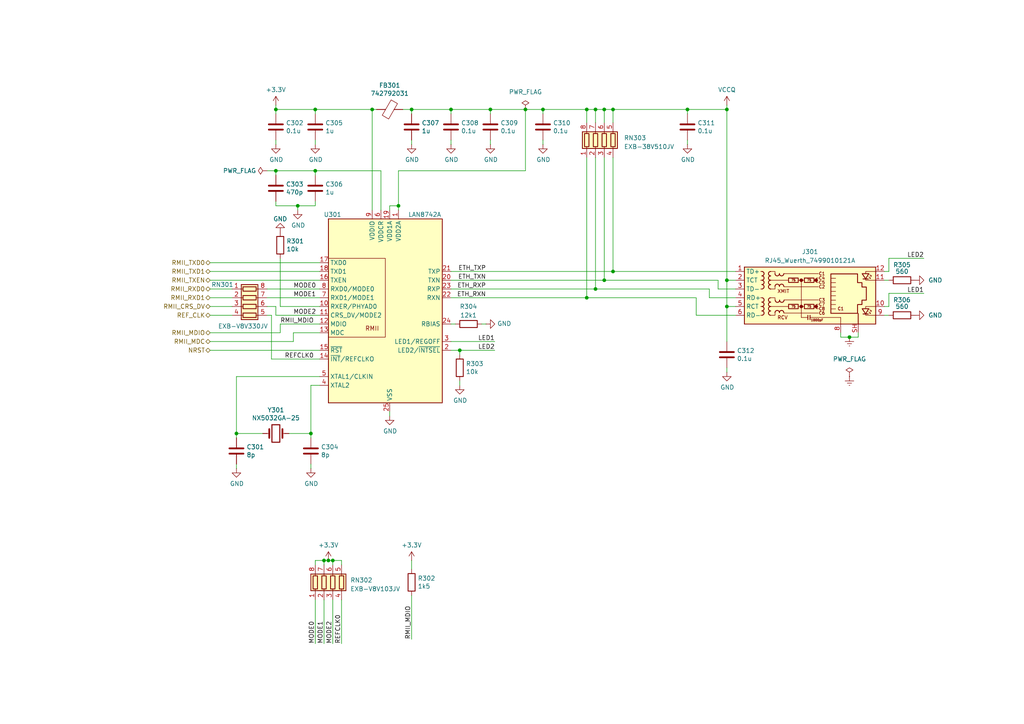
<source format=kicad_sch>
(kicad_sch
	(version 20231120)
	(generator "eeschema")
	(generator_version "8.0")
	(uuid "dc437cdb-41c7-4bdc-85f7-ddbfbca8cfe3")
	(paper "A4")
	(lib_symbols
		(symbol "Connector:RJ45_Wuerth_7499010121A"
			(exclude_from_sim no)
			(in_bom yes)
			(on_board yes)
			(property "Reference" "J"
				(at 17.78 10.16 0)
				(effects
					(font
						(size 1.27 1.27)
					)
					(justify right)
				)
			)
			(property "Value" "RJ45_Wuerth_7499010121A"
				(at -6.35 10.16 0)
				(effects
					(font
						(size 1.27 1.27)
					)
				)
			)
			(property "Footprint" "Connector_RJ:RJ45_Wuerth_7499010121A_Horizontal"
				(at 0 12.7 0)
				(effects
					(font
						(size 1.27 1.27)
					)
					(hide yes)
				)
			)
			(property "Datasheet" "http://katalog.we-online.de/pbs/datasheet/7499010121A.pdf"
				(at 0 16.51 0)
				(effects
					(font
						(size 1.27 1.27)
					)
					(justify top)
					(hide yes)
				)
			)
			(property "Description" "LAN Transformer Jack, RJ45, 10/100 BaseT"
				(at 0 0 0)
				(effects
					(font
						(size 1.27 1.27)
					)
					(hide yes)
				)
			)
			(property "ki_keywords" "lan jack socket transformer"
				(at 0 0 0)
				(effects
					(font
						(size 1.27 1.27)
					)
					(hide yes)
				)
			)
			(property "ki_fp_filters" "RJ45*Wuerth*7499010121A*"
				(at 0 0 0)
				(effects
					(font
						(size 1.27 1.27)
					)
					(hide yes)
				)
			)
			(symbol "RJ45_Wuerth_7499010121A_0_0"
				(circle
					(center -1.27 -2.54)
					(radius 0.0001)
					(stroke
						(width 0.508)
						(type default)
					)
					(fill
						(type none)
					)
				)
				(circle
					(center -1.27 5.08)
					(radius 0.0001)
					(stroke
						(width 0.508)
						(type default)
					)
					(fill
						(type none)
					)
				)
				(polyline
					(pts
						(xy -1.27 5.08) (xy -1.27 -5.715)
					)
					(stroke
						(width 0)
						(type default)
					)
					(fill
						(type none)
					)
				)
				(polyline
					(pts
						(xy 0.635 -5.08) (xy 0.635 -6.35)
					)
					(stroke
						(width 0.254)
						(type default)
					)
					(fill
						(type none)
					)
				)
				(polyline
					(pts
						(xy 1.27 -5.08) (xy 1.27 -6.35)
					)
					(stroke
						(width 0.254)
						(type default)
					)
					(fill
						(type none)
					)
				)
				(polyline
					(pts
						(xy 3.048 -2.54) (xy 2.54 -2.54)
					)
					(stroke
						(width 0)
						(type default)
					)
					(fill
						(type none)
					)
				)
				(polyline
					(pts
						(xy 3.048 5.08) (xy 2.54 5.08)
					)
					(stroke
						(width 0)
						(type default)
					)
					(fill
						(type none)
					)
				)
				(polyline
					(pts
						(xy 17.399 -3.175) (xy 17.399 -2.54) (xy 20.32 -2.54)
					)
					(stroke
						(width 0)
						(type default)
					)
					(fill
						(type none)
					)
				)
				(polyline
					(pts
						(xy 17.399 6.985) (xy 17.399 7.62) (xy 20.32 7.62)
					)
					(stroke
						(width 0)
						(type default)
					)
					(fill
						(type none)
					)
				)
				(polyline
					(pts
						(xy 20.32 -5.08) (xy 17.399 -5.08) (xy 17.399 -4.572)
					)
					(stroke
						(width 0)
						(type default)
					)
					(fill
						(type none)
					)
				)
				(polyline
					(pts
						(xy 20.32 5.08) (xy 17.399 5.08) (xy 17.399 5.588)
					)
					(stroke
						(width 0)
						(type default)
					)
					(fill
						(type none)
					)
				)
				(polyline
					(pts
						(xy 3.683 -1.905) (xy 3.048 -1.905) (xy 3.048 -3.175) (xy 3.683 -3.175)
					)
					(stroke
						(width 0)
						(type default)
					)
					(fill
						(type none)
					)
				)
				(polyline
					(pts
						(xy 3.683 5.715) (xy 3.048 5.715) (xy 3.048 4.445) (xy 3.683 4.445)
					)
					(stroke
						(width 0)
						(type default)
					)
					(fill
						(type none)
					)
				)
				(circle
					(center 3.048 -2.54)
					(radius 0.0001)
					(stroke
						(width 0.508)
						(type default)
					)
					(fill
						(type none)
					)
				)
				(circle
					(center 3.048 5.08)
					(radius 0.0001)
					(stroke
						(width 0.508)
						(type default)
					)
					(fill
						(type none)
					)
				)
				(text "C1"
					(at 4.699 6.985 0)
					(effects
						(font
							(size 0.889 0.889)
						)
					)
				)
				(text "C1"
					(at 10.16 -3.175 0)
					(effects
						(font
							(size 0.889 0.889)
						)
					)
				)
				(text "C2"
					(at 4.699 3.175 0)
					(effects
						(font
							(size 0.889 0.889)
						)
					)
				)
				(text "C3"
					(at 4.699 -0.635 0)
					(effects
						(font
							(size 0.889 0.889)
						)
					)
				)
				(text "C4"
					(at 4.699 5.715 0)
					(effects
						(font
							(size 0.889 0.889)
						)
					)
				)
				(text "C5"
					(at 4.699 4.445 0)
					(effects
						(font
							(size 0.889 0.889)
						)
					)
				)
				(text "C6"
					(at 4.699 -4.445 0)
					(effects
						(font
							(size 0.889 0.889)
						)
					)
				)
				(text "C7"
					(at 4.699 -1.905 0)
					(effects
						(font
							(size 0.889 0.889)
						)
					)
				)
				(text "C8"
					(at 4.699 -3.175 0)
					(effects
						(font
							(size 0.889 0.889)
						)
					)
				)
				(text "RCV"
					(at -8.255 -5.715 0)
					(effects
						(font
							(size 1.016 1.016)
						)
						(justify left)
					)
				)
				(text "XMIT"
					(at -8.255 1.905 0)
					(effects
						(font
							(size 1.016 1.016)
						)
						(justify left)
					)
				)
			)
			(symbol "RJ45_Wuerth_7499010121A_0_1"
				(rectangle
					(start -17.78 8.89)
					(end 20.32 -7.62)
					(stroke
						(width 0.254)
						(type default)
					)
					(fill
						(type background)
					)
				)
				(polyline
					(pts
						(xy -12.7 -5.08) (xy -13.081 -5.08)
					)
					(stroke
						(width 0)
						(type default)
					)
					(fill
						(type none)
					)
				)
				(polyline
					(pts
						(xy -12.7 -2.54) (xy -13.081 -2.54)
					)
					(stroke
						(width 0)
						(type default)
					)
					(fill
						(type none)
					)
				)
				(polyline
					(pts
						(xy -12.7 0) (xy -13.081 0)
					)
					(stroke
						(width 0)
						(type default)
					)
					(fill
						(type none)
					)
				)
				(polyline
					(pts
						(xy -12.7 2.54) (xy -13.081 2.54)
					)
					(stroke
						(width 0)
						(type default)
					)
					(fill
						(type none)
					)
				)
				(polyline
					(pts
						(xy -12.7 5.08) (xy -13.081 5.08)
					)
					(stroke
						(width 0)
						(type default)
					)
					(fill
						(type none)
					)
				)
				(polyline
					(pts
						(xy -12.7 7.62) (xy -13.081 7.62)
					)
					(stroke
						(width 0)
						(type default)
					)
					(fill
						(type none)
					)
				)
				(polyline
					(pts
						(xy -6.35 -4.445) (xy 3.683 -4.445)
					)
					(stroke
						(width 0)
						(type default)
					)
					(fill
						(type none)
					)
				)
				(polyline
					(pts
						(xy -6.35 3.175) (xy 3.683 3.175)
					)
					(stroke
						(width 0)
						(type default)
					)
					(fill
						(type none)
					)
				)
				(polyline
					(pts
						(xy -6.35 6.985) (xy 3.683 6.985)
					)
					(stroke
						(width 0)
						(type default)
					)
					(fill
						(type none)
					)
				)
				(polyline
					(pts
						(xy -6.223 -0.635) (xy 3.683 -0.635)
					)
					(stroke
						(width 0)
						(type default)
					)
					(fill
						(type none)
					)
				)
				(polyline
					(pts
						(xy -5.08 -2.54) (xy -10.16 -2.54)
					)
					(stroke
						(width 0)
						(type default)
					)
					(fill
						(type none)
					)
				)
				(polyline
					(pts
						(xy -4.953 5.08) (xy -10.16 5.08)
					)
					(stroke
						(width 0)
						(type default)
					)
					(fill
						(type none)
					)
				)
				(polyline
					(pts
						(xy -2.159 -2.54) (xy -0.381 -2.54)
					)
					(stroke
						(width 0)
						(type default)
					)
					(fill
						(type none)
					)
				)
				(polyline
					(pts
						(xy -2.159 5.08) (xy -0.381 5.08)
					)
					(stroke
						(width 0)
						(type default)
					)
					(fill
						(type none)
					)
				)
				(polyline
					(pts
						(xy 0.635 -5.715) (xy -1.27 -5.715)
					)
					(stroke
						(width 0)
						(type default)
					)
					(fill
						(type none)
					)
				)
				(polyline
					(pts
						(xy 7.4295 -1.9685) (xy 8.6995 -1.9685)
					)
					(stroke
						(width 0)
						(type default)
					)
					(fill
						(type none)
					)
				)
				(polyline
					(pts
						(xy 7.4295 -0.6985) (xy 8.6995 -0.6985)
					)
					(stroke
						(width 0)
						(type default)
					)
					(fill
						(type none)
					)
				)
				(polyline
					(pts
						(xy 7.4295 0.5715) (xy 8.6995 0.5715)
					)
					(stroke
						(width 0)
						(type default)
					)
					(fill
						(type none)
					)
				)
				(polyline
					(pts
						(xy 7.4295 1.8415) (xy 8.6995 1.8415)
					)
					(stroke
						(width 0)
						(type default)
					)
					(fill
						(type none)
					)
				)
				(polyline
					(pts
						(xy 7.4295 3.1115) (xy 8.6995 3.1115)
					)
					(stroke
						(width 0)
						(type default)
					)
					(fill
						(type none)
					)
				)
				(polyline
					(pts
						(xy 8.6995 -3.2385) (xy 7.4295 -3.2385)
					)
					(stroke
						(width 0)
						(type default)
					)
					(fill
						(type none)
					)
				)
				(polyline
					(pts
						(xy 8.6995 4.3815) (xy 7.4295 4.3815)
					)
					(stroke
						(width 0)
						(type default)
					)
					(fill
						(type none)
					)
				)
				(polyline
					(pts
						(xy 8.6995 5.6515) (xy 7.4295 5.6515)
					)
					(stroke
						(width 0)
						(type default)
					)
					(fill
						(type none)
					)
				)
				(polyline
					(pts
						(xy 10.16 -5.715) (xy 1.27 -5.715)
					)
					(stroke
						(width 0)
						(type default)
					)
					(fill
						(type none)
					)
				)
				(polyline
					(pts
						(xy 10.16 -5.715) (xy 10.16 -7.62)
					)
					(stroke
						(width 0)
						(type default)
					)
					(fill
						(type none)
					)
				)
				(polyline
					(pts
						(xy -10.16 0) (xy -8.89 0) (xy -8.89 -0.635)
					)
					(stroke
						(width 0)
						(type default)
					)
					(fill
						(type none)
					)
				)
				(polyline
					(pts
						(xy -10.16 7.62) (xy -8.89 7.62) (xy -8.89 6.985)
					)
					(stroke
						(width 0)
						(type default)
					)
					(fill
						(type none)
					)
				)
				(polyline
					(pts
						(xy -8.89 -4.445) (xy -8.89 -5.08) (xy -10.16 -5.08)
					)
					(stroke
						(width 0)
						(type default)
					)
					(fill
						(type none)
					)
				)
				(polyline
					(pts
						(xy -8.89 3.175) (xy -8.89 2.54) (xy -10.16 2.54)
					)
					(stroke
						(width 0)
						(type default)
					)
					(fill
						(type none)
					)
				)
			)
			(symbol "RJ45_Wuerth_7499010121A_1_0"
				(text "1000pF"
					(at 3.302 -6.477 0)
					(effects
						(font
							(size 0.635 0.635)
						)
					)
				)
			)
			(symbol "RJ45_Wuerth_7499010121A_1_1"
				(arc
					(start -12.7 -1.27)
					(mid -12.0677 -0.635)
					(end -12.7 0)
					(stroke
						(width 0.254)
						(type default)
					)
					(fill
						(type none)
					)
				)
				(arc
					(start -12.6973 -5.08)
					(mid -12.065 -4.445)
					(end -12.6973 -3.81)
					(stroke
						(width 0.254)
						(type default)
					)
					(fill
						(type none)
					)
				)
				(arc
					(start -12.6973 -3.81)
					(mid -12.065 -3.175)
					(end -12.6973 -2.54)
					(stroke
						(width 0.254)
						(type default)
					)
					(fill
						(type none)
					)
				)
				(arc
					(start -12.6973 -2.54)
					(mid -12.065 -1.905)
					(end -12.6973 -1.27)
					(stroke
						(width 0.254)
						(type default)
					)
					(fill
						(type none)
					)
				)
				(arc
					(start -12.6973 6.35)
					(mid -12.065 6.985)
					(end -12.6973 7.62)
					(stroke
						(width 0.254)
						(type default)
					)
					(fill
						(type none)
					)
				)
				(arc
					(start -12.6946 2.54)
					(mid -12.0623 3.175)
					(end -12.6946 3.81)
					(stroke
						(width 0.254)
						(type default)
					)
					(fill
						(type none)
					)
				)
				(arc
					(start -12.6946 3.81)
					(mid -12.0623 4.445)
					(end -12.6946 5.08)
					(stroke
						(width 0.254)
						(type default)
					)
					(fill
						(type none)
					)
				)
				(arc
					(start -12.6946 5.08)
					(mid -12.0623 5.715)
					(end -12.6946 6.35)
					(stroke
						(width 0.254)
						(type default)
					)
					(fill
						(type none)
					)
				)
				(arc
					(start -10.1654 -2.54)
					(mid -10.7977 -3.175)
					(end -10.1654 -3.81)
					(stroke
						(width 0.254)
						(type default)
					)
					(fill
						(type none)
					)
				)
				(arc
					(start -10.1654 -1.27)
					(mid -10.7977 -1.905)
					(end -10.1654 -2.54)
					(stroke
						(width 0.254)
						(type default)
					)
					(fill
						(type none)
					)
				)
				(arc
					(start -10.1654 0)
					(mid -10.7977 -0.635)
					(end -10.1654 -1.27)
					(stroke
						(width 0.254)
						(type default)
					)
					(fill
						(type none)
					)
				)
				(arc
					(start -10.1654 5.08)
					(mid -10.7977 4.445)
					(end -10.1654 3.81)
					(stroke
						(width 0.254)
						(type default)
					)
					(fill
						(type none)
					)
				)
				(arc
					(start -10.1654 6.35)
					(mid -10.7977 5.715)
					(end -10.1654 5.08)
					(stroke
						(width 0.254)
						(type default)
					)
					(fill
						(type none)
					)
				)
				(arc
					(start -10.1654 7.62)
					(mid -10.7977 6.985)
					(end -10.1654 6.35)
					(stroke
						(width 0.254)
						(type default)
					)
					(fill
						(type none)
					)
				)
				(arc
					(start -10.1627 -3.81)
					(mid -10.795 -4.445)
					(end -10.1627 -5.08)
					(stroke
						(width 0.254)
						(type default)
					)
					(fill
						(type none)
					)
				)
				(arc
					(start -10.1627 3.81)
					(mid -10.795 3.175)
					(end -10.1627 2.54)
					(stroke
						(width 0.254)
						(type default)
					)
					(fill
						(type none)
					)
				)
				(arc
					(start -8.89 6.9823)
					(mid -8.255 6.35)
					(end -7.62 6.9823)
					(stroke
						(width 0.254)
						(type default)
					)
					(fill
						(type none)
					)
				)
				(arc
					(start -8.8265 -0.7012)
					(mid -8.1915 -1.3335)
					(end -7.5565 -0.7012)
					(stroke
						(width 0.254)
						(type default)
					)
					(fill
						(type none)
					)
				)
				(arc
					(start -7.62 -4.3153)
					(mid -8.255 -3.683)
					(end -8.89 -4.3153)
					(stroke
						(width 0.254)
						(type default)
					)
					(fill
						(type none)
					)
				)
				(arc
					(start -7.62 3.3047)
					(mid -8.255 3.937)
					(end -8.89 3.3047)
					(stroke
						(width 0.254)
						(type default)
					)
					(fill
						(type none)
					)
				)
				(arc
					(start -7.62 6.985)
					(mid -6.985 6.3527)
					(end -6.35 6.985)
					(stroke
						(width 0.254)
						(type default)
					)
					(fill
						(type none)
					)
				)
				(arc
					(start -7.5565 -0.6985)
					(mid -6.9215 -1.3308)
					(end -6.2865 -0.6985)
					(stroke
						(width 0.254)
						(type default)
					)
					(fill
						(type none)
					)
				)
				(arc
					(start -6.35 -4.3126)
					(mid -6.985 -3.6803)
					(end -7.62 -4.3126)
					(stroke
						(width 0.254)
						(type default)
					)
					(fill
						(type none)
					)
				)
				(arc
					(start -6.35 3.3074)
					(mid -6.985 3.9397)
					(end -7.62 3.3074)
					(stroke
						(width 0.254)
						(type default)
					)
					(fill
						(type none)
					)
				)
				(rectangle
					(start -4.953 -1.905)
					(end -2.159 -3.175)
					(stroke
						(width 0.254)
						(type default)
					)
					(fill
						(type none)
					)
				)
				(rectangle
					(start -4.953 5.715)
					(end -2.159 4.445)
					(stroke
						(width 0.254)
						(type default)
					)
					(fill
						(type none)
					)
				)
				(rectangle
					(start -0.381 -1.905)
					(end 2.413 -3.175)
					(stroke
						(width 0.254)
						(type default)
					)
					(fill
						(type none)
					)
				)
				(rectangle
					(start -0.381 5.715)
					(end 2.413 4.445)
					(stroke
						(width 0.254)
						(type default)
					)
					(fill
						(type none)
					)
				)
				(polyline
					(pts
						(xy 15.24 -7.62) (xy 15.24 -4.572)
					)
					(stroke
						(width 0.254)
						(type default)
					)
					(fill
						(type none)
					)
				)
				(polyline
					(pts
						(xy 18.161 -4.699) (xy 16.637 -4.699)
					)
					(stroke
						(width 0.254)
						(type default)
					)
					(fill
						(type none)
					)
				)
				(polyline
					(pts
						(xy 18.161 5.461) (xy 16.637 5.461)
					)
					(stroke
						(width 0.254)
						(type default)
					)
					(fill
						(type none)
					)
				)
				(polyline
					(pts
						(xy 18.796 -4.572) (xy 18.796 -4.318)
					)
					(stroke
						(width 0)
						(type default)
					)
					(fill
						(type none)
					)
				)
				(polyline
					(pts
						(xy 18.796 5.588) (xy 18.796 5.842)
					)
					(stroke
						(width 0)
						(type default)
					)
					(fill
						(type none)
					)
				)
				(polyline
					(pts
						(xy 19.05 -3.937) (xy 19.05 -3.683)
					)
					(stroke
						(width 0)
						(type default)
					)
					(fill
						(type none)
					)
				)
				(polyline
					(pts
						(xy 19.05 6.223) (xy 19.05 6.477)
					)
					(stroke
						(width 0)
						(type default)
					)
					(fill
						(type none)
					)
				)
				(polyline
					(pts
						(xy 18.288 -4.064) (xy 18.796 -4.572) (xy 18.542 -4.572)
					)
					(stroke
						(width 0)
						(type default)
					)
					(fill
						(type none)
					)
				)
				(polyline
					(pts
						(xy 18.288 6.096) (xy 18.796 5.588) (xy 18.542 5.588)
					)
					(stroke
						(width 0)
						(type default)
					)
					(fill
						(type none)
					)
				)
				(polyline
					(pts
						(xy 18.542 -3.429) (xy 19.05 -3.937) (xy 18.796 -3.937)
					)
					(stroke
						(width 0)
						(type default)
					)
					(fill
						(type none)
					)
				)
				(polyline
					(pts
						(xy 18.542 6.731) (xy 19.05 6.223) (xy 18.796 6.223)
					)
					(stroke
						(width 0)
						(type default)
					)
					(fill
						(type none)
					)
				)
				(polyline
					(pts
						(xy 18.288 -3.175) (xy 16.383 -3.175) (xy 17.399 -4.699) (xy 18.288 -3.175)
					)
					(stroke
						(width 0.254)
						(type default)
					)
					(fill
						(type none)
					)
				)
				(polyline
					(pts
						(xy 18.288 6.985) (xy 16.383 6.985) (xy 17.399 5.461) (xy 18.288 6.985)
					)
					(stroke
						(width 0.254)
						(type default)
					)
					(fill
						(type none)
					)
				)
				(polyline
					(pts
						(xy 7.3025 -4.5085) (xy 7.3025 6.9215) (xy 15.0495 6.9215) (xy 15.0495 4.3815) (xy 16.3195 4.3815)
						(xy 16.3195 3.1115) (xy 17.5895 3.1115) (xy 17.5895 -0.6985) (xy 16.3195 -0.6985) (xy 16.3195 -1.9685)
						(xy 15.0495 -1.9685) (xy 15.0495 -4.5085) (xy 7.3025 -4.5085)
					)
					(stroke
						(width 0.254)
						(type default)
					)
					(fill
						(type none)
					)
				)
				(text "75"
					(at -3.556 -2.54 0)
					(effects
						(font
							(size 0.635 0.635)
						)
					)
				)
				(text "75"
					(at -3.556 5.08 0)
					(effects
						(font
							(size 0.635 0.635)
						)
					)
				)
				(text "75"
					(at 1.016 -2.54 0)
					(effects
						(font
							(size 0.635 0.635)
						)
					)
				)
				(text "75"
					(at 1.016 5.08 0)
					(effects
						(font
							(size 0.635 0.635)
						)
					)
				)
				(pin passive line
					(at -20.32 7.62 0)
					(length 2.54)
					(name "TD+"
						(effects
							(font
								(size 1.27 1.27)
							)
						)
					)
					(number "1"
						(effects
							(font
								(size 1.27 1.27)
							)
						)
					)
				)
				(pin passive line
					(at 22.86 -2.54 180)
					(length 2.54)
					(name ""
						(effects
							(font
								(size 1.27 1.27)
							)
						)
					)
					(number "10"
						(effects
							(font
								(size 1.27 1.27)
							)
						)
					)
				)
				(pin passive line
					(at 22.86 5.08 180)
					(length 2.54)
					(name ""
						(effects
							(font
								(size 1.27 1.27)
							)
						)
					)
					(number "11"
						(effects
							(font
								(size 1.27 1.27)
							)
						)
					)
				)
				(pin passive line
					(at 22.86 7.62 180)
					(length 2.54)
					(name ""
						(effects
							(font
								(size 1.27 1.27)
							)
						)
					)
					(number "12"
						(effects
							(font
								(size 1.27 1.27)
							)
						)
					)
				)
				(pin passive line
					(at -20.32 5.08 0)
					(length 2.54)
					(name "TCT"
						(effects
							(font
								(size 1.27 1.27)
							)
						)
					)
					(number "2"
						(effects
							(font
								(size 1.27 1.27)
							)
						)
					)
				)
				(pin passive line
					(at -20.32 2.54 0)
					(length 2.54)
					(name "TD-"
						(effects
							(font
								(size 1.27 1.27)
							)
						)
					)
					(number "3"
						(effects
							(font
								(size 1.27 1.27)
							)
						)
					)
				)
				(pin passive line
					(at -20.32 0 0)
					(length 2.54)
					(name "RD+"
						(effects
							(font
								(size 1.27 1.27)
							)
						)
					)
					(number "4"
						(effects
							(font
								(size 1.27 1.27)
							)
						)
					)
				)
				(pin passive line
					(at -20.32 -2.54 0)
					(length 2.54)
					(name "RCT"
						(effects
							(font
								(size 1.27 1.27)
							)
						)
					)
					(number "5"
						(effects
							(font
								(size 1.27 1.27)
							)
						)
					)
				)
				(pin passive line
					(at -20.32 -5.08 0)
					(length 2.54)
					(name "RD-"
						(effects
							(font
								(size 1.27 1.27)
							)
						)
					)
					(number "6"
						(effects
							(font
								(size 1.27 1.27)
							)
						)
					)
				)
				(pin no_connect line
					(at 20.32 0 0)
					(length 0) hide
					(name "NC"
						(effects
							(font
								(size 1.27 1.27)
							)
						)
					)
					(number "7"
						(effects
							(font
								(size 1.27 1.27)
							)
						)
					)
				)
				(pin power_in line
					(at 10.16 -10.16 90)
					(length 2.54)
					(name ""
						(effects
							(font
								(size 1.27 1.27)
							)
						)
					)
					(number "8"
						(effects
							(font
								(size 1.27 1.27)
							)
						)
					)
				)
				(pin passive line
					(at 22.86 -5.08 180)
					(length 2.54)
					(name ""
						(effects
							(font
								(size 1.27 1.27)
							)
						)
					)
					(number "9"
						(effects
							(font
								(size 1.27 1.27)
							)
						)
					)
				)
				(pin passive line
					(at 15.24 -10.16 90)
					(length 2.54)
					(name ""
						(effects
							(font
								(size 1.27 1.27)
							)
						)
					)
					(number "SH"
						(effects
							(font
								(size 1.27 1.27)
							)
						)
					)
				)
			)
		)
		(symbol "Device:C"
			(pin_numbers hide)
			(pin_names
				(offset 0.254)
			)
			(exclude_from_sim no)
			(in_bom yes)
			(on_board yes)
			(property "Reference" "C"
				(at 0.635 2.54 0)
				(effects
					(font
						(size 1.27 1.27)
					)
					(justify left)
				)
			)
			(property "Value" "C"
				(at 0.635 -2.54 0)
				(effects
					(font
						(size 1.27 1.27)
					)
					(justify left)
				)
			)
			(property "Footprint" ""
				(at 0.9652 -3.81 0)
				(effects
					(font
						(size 1.27 1.27)
					)
					(hide yes)
				)
			)
			(property "Datasheet" "~"
				(at 0 0 0)
				(effects
					(font
						(size 1.27 1.27)
					)
					(hide yes)
				)
			)
			(property "Description" "Unpolarized capacitor"
				(at 0 0 0)
				(effects
					(font
						(size 1.27 1.27)
					)
					(hide yes)
				)
			)
			(property "ki_keywords" "cap capacitor"
				(at 0 0 0)
				(effects
					(font
						(size 1.27 1.27)
					)
					(hide yes)
				)
			)
			(property "ki_fp_filters" "C_*"
				(at 0 0 0)
				(effects
					(font
						(size 1.27 1.27)
					)
					(hide yes)
				)
			)
			(symbol "C_0_1"
				(polyline
					(pts
						(xy -2.032 -0.762) (xy 2.032 -0.762)
					)
					(stroke
						(width 0.508)
						(type default)
					)
					(fill
						(type none)
					)
				)
				(polyline
					(pts
						(xy -2.032 0.762) (xy 2.032 0.762)
					)
					(stroke
						(width 0.508)
						(type default)
					)
					(fill
						(type none)
					)
				)
			)
			(symbol "C_1_1"
				(pin passive line
					(at 0 3.81 270)
					(length 2.794)
					(name "~"
						(effects
							(font
								(size 1.27 1.27)
							)
						)
					)
					(number "1"
						(effects
							(font
								(size 1.27 1.27)
							)
						)
					)
				)
				(pin passive line
					(at 0 -3.81 90)
					(length 2.794)
					(name "~"
						(effects
							(font
								(size 1.27 1.27)
							)
						)
					)
					(number "2"
						(effects
							(font
								(size 1.27 1.27)
							)
						)
					)
				)
			)
		)
		(symbol "Device:Crystal"
			(pin_numbers hide)
			(pin_names
				(offset 1.016) hide)
			(exclude_from_sim no)
			(in_bom yes)
			(on_board yes)
			(property "Reference" "Y"
				(at 0 3.81 0)
				(effects
					(font
						(size 1.27 1.27)
					)
				)
			)
			(property "Value" "Crystal"
				(at 0 -3.81 0)
				(effects
					(font
						(size 1.27 1.27)
					)
				)
			)
			(property "Footprint" ""
				(at 0 0 0)
				(effects
					(font
						(size 1.27 1.27)
					)
					(hide yes)
				)
			)
			(property "Datasheet" "~"
				(at 0 0 0)
				(effects
					(font
						(size 1.27 1.27)
					)
					(hide yes)
				)
			)
			(property "Description" "Two pin crystal"
				(at 0 0 0)
				(effects
					(font
						(size 1.27 1.27)
					)
					(hide yes)
				)
			)
			(property "ki_keywords" "quartz ceramic resonator oscillator"
				(at 0 0 0)
				(effects
					(font
						(size 1.27 1.27)
					)
					(hide yes)
				)
			)
			(property "ki_fp_filters" "Crystal*"
				(at 0 0 0)
				(effects
					(font
						(size 1.27 1.27)
					)
					(hide yes)
				)
			)
			(symbol "Crystal_0_1"
				(rectangle
					(start -1.143 2.54)
					(end 1.143 -2.54)
					(stroke
						(width 0.3048)
						(type default)
					)
					(fill
						(type none)
					)
				)
				(polyline
					(pts
						(xy -2.54 0) (xy -1.905 0)
					)
					(stroke
						(width 0)
						(type default)
					)
					(fill
						(type none)
					)
				)
				(polyline
					(pts
						(xy -1.905 -1.27) (xy -1.905 1.27)
					)
					(stroke
						(width 0.508)
						(type default)
					)
					(fill
						(type none)
					)
				)
				(polyline
					(pts
						(xy 1.905 -1.27) (xy 1.905 1.27)
					)
					(stroke
						(width 0.508)
						(type default)
					)
					(fill
						(type none)
					)
				)
				(polyline
					(pts
						(xy 2.54 0) (xy 1.905 0)
					)
					(stroke
						(width 0)
						(type default)
					)
					(fill
						(type none)
					)
				)
			)
			(symbol "Crystal_1_1"
				(pin passive line
					(at -3.81 0 0)
					(length 1.27)
					(name "1"
						(effects
							(font
								(size 1.27 1.27)
							)
						)
					)
					(number "1"
						(effects
							(font
								(size 1.27 1.27)
							)
						)
					)
				)
				(pin passive line
					(at 3.81 0 180)
					(length 1.27)
					(name "2"
						(effects
							(font
								(size 1.27 1.27)
							)
						)
					)
					(number "2"
						(effects
							(font
								(size 1.27 1.27)
							)
						)
					)
				)
			)
		)
		(symbol "Device:FerriteBead"
			(pin_numbers hide)
			(pin_names
				(offset 0)
			)
			(exclude_from_sim no)
			(in_bom yes)
			(on_board yes)
			(property "Reference" "FB"
				(at -3.81 0.635 90)
				(effects
					(font
						(size 1.27 1.27)
					)
				)
			)
			(property "Value" "FerriteBead"
				(at 3.81 0 90)
				(effects
					(font
						(size 1.27 1.27)
					)
				)
			)
			(property "Footprint" ""
				(at -1.778 0 90)
				(effects
					(font
						(size 1.27 1.27)
					)
					(hide yes)
				)
			)
			(property "Datasheet" "~"
				(at 0 0 0)
				(effects
					(font
						(size 1.27 1.27)
					)
					(hide yes)
				)
			)
			(property "Description" "Ferrite bead"
				(at 0 0 0)
				(effects
					(font
						(size 1.27 1.27)
					)
					(hide yes)
				)
			)
			(property "ki_keywords" "L ferrite bead inductor filter"
				(at 0 0 0)
				(effects
					(font
						(size 1.27 1.27)
					)
					(hide yes)
				)
			)
			(property "ki_fp_filters" "Inductor_* L_* *Ferrite*"
				(at 0 0 0)
				(effects
					(font
						(size 1.27 1.27)
					)
					(hide yes)
				)
			)
			(symbol "FerriteBead_0_1"
				(polyline
					(pts
						(xy 0 -1.27) (xy 0 -1.2192)
					)
					(stroke
						(width 0)
						(type default)
					)
					(fill
						(type none)
					)
				)
				(polyline
					(pts
						(xy 0 1.27) (xy 0 1.2954)
					)
					(stroke
						(width 0)
						(type default)
					)
					(fill
						(type none)
					)
				)
				(polyline
					(pts
						(xy -2.7686 0.4064) (xy -1.7018 2.2606) (xy 2.7686 -0.3048) (xy 1.6764 -2.159) (xy -2.7686 0.4064)
					)
					(stroke
						(width 0)
						(type default)
					)
					(fill
						(type none)
					)
				)
			)
			(symbol "FerriteBead_1_1"
				(pin passive line
					(at 0 3.81 270)
					(length 2.54)
					(name "~"
						(effects
							(font
								(size 1.27 1.27)
							)
						)
					)
					(number "1"
						(effects
							(font
								(size 1.27 1.27)
							)
						)
					)
				)
				(pin passive line
					(at 0 -3.81 90)
					(length 2.54)
					(name "~"
						(effects
							(font
								(size 1.27 1.27)
							)
						)
					)
					(number "2"
						(effects
							(font
								(size 1.27 1.27)
							)
						)
					)
				)
			)
		)
		(symbol "Device:R"
			(pin_numbers hide)
			(pin_names
				(offset 0)
			)
			(exclude_from_sim no)
			(in_bom yes)
			(on_board yes)
			(property "Reference" "R"
				(at 2.032 0 90)
				(effects
					(font
						(size 1.27 1.27)
					)
				)
			)
			(property "Value" "R"
				(at 0 0 90)
				(effects
					(font
						(size 1.27 1.27)
					)
				)
			)
			(property "Footprint" ""
				(at -1.778 0 90)
				(effects
					(font
						(size 1.27 1.27)
					)
					(hide yes)
				)
			)
			(property "Datasheet" "~"
				(at 0 0 0)
				(effects
					(font
						(size 1.27 1.27)
					)
					(hide yes)
				)
			)
			(property "Description" "Resistor"
				(at 0 0 0)
				(effects
					(font
						(size 1.27 1.27)
					)
					(hide yes)
				)
			)
			(property "ki_keywords" "R res resistor"
				(at 0 0 0)
				(effects
					(font
						(size 1.27 1.27)
					)
					(hide yes)
				)
			)
			(property "ki_fp_filters" "R_*"
				(at 0 0 0)
				(effects
					(font
						(size 1.27 1.27)
					)
					(hide yes)
				)
			)
			(symbol "R_0_1"
				(rectangle
					(start -1.016 -2.54)
					(end 1.016 2.54)
					(stroke
						(width 0.254)
						(type default)
					)
					(fill
						(type none)
					)
				)
			)
			(symbol "R_1_1"
				(pin passive line
					(at 0 3.81 270)
					(length 1.27)
					(name "~"
						(effects
							(font
								(size 1.27 1.27)
							)
						)
					)
					(number "1"
						(effects
							(font
								(size 1.27 1.27)
							)
						)
					)
				)
				(pin passive line
					(at 0 -3.81 90)
					(length 1.27)
					(name "~"
						(effects
							(font
								(size 1.27 1.27)
							)
						)
					)
					(number "2"
						(effects
							(font
								(size 1.27 1.27)
							)
						)
					)
				)
			)
		)
		(symbol "Device:R_Pack04"
			(pin_names
				(offset 0) hide)
			(exclude_from_sim no)
			(in_bom yes)
			(on_board yes)
			(property "Reference" "RN"
				(at -7.62 0 90)
				(effects
					(font
						(size 1.27 1.27)
					)
				)
			)
			(property "Value" "R_Pack04"
				(at 5.08 0 90)
				(effects
					(font
						(size 1.27 1.27)
					)
				)
			)
			(property "Footprint" ""
				(at 6.985 0 90)
				(effects
					(font
						(size 1.27 1.27)
					)
					(hide yes)
				)
			)
			(property "Datasheet" "~"
				(at 0 0 0)
				(effects
					(font
						(size 1.27 1.27)
					)
					(hide yes)
				)
			)
			(property "Description" "4 resistor network, parallel topology"
				(at 0 0 0)
				(effects
					(font
						(size 1.27 1.27)
					)
					(hide yes)
				)
			)
			(property "ki_keywords" "R network parallel topology isolated"
				(at 0 0 0)
				(effects
					(font
						(size 1.27 1.27)
					)
					(hide yes)
				)
			)
			(property "ki_fp_filters" "DIP* SOIC* R*Array*Concave* R*Array*Convex*"
				(at 0 0 0)
				(effects
					(font
						(size 1.27 1.27)
					)
					(hide yes)
				)
			)
			(symbol "R_Pack04_0_1"
				(rectangle
					(start -6.35 -2.413)
					(end 3.81 2.413)
					(stroke
						(width 0.254)
						(type default)
					)
					(fill
						(type background)
					)
				)
				(rectangle
					(start -5.715 1.905)
					(end -4.445 -1.905)
					(stroke
						(width 0.254)
						(type default)
					)
					(fill
						(type none)
					)
				)
				(rectangle
					(start -3.175 1.905)
					(end -1.905 -1.905)
					(stroke
						(width 0.254)
						(type default)
					)
					(fill
						(type none)
					)
				)
				(rectangle
					(start -0.635 1.905)
					(end 0.635 -1.905)
					(stroke
						(width 0.254)
						(type default)
					)
					(fill
						(type none)
					)
				)
				(polyline
					(pts
						(xy -5.08 -2.54) (xy -5.08 -1.905)
					)
					(stroke
						(width 0)
						(type default)
					)
					(fill
						(type none)
					)
				)
				(polyline
					(pts
						(xy -5.08 1.905) (xy -5.08 2.54)
					)
					(stroke
						(width 0)
						(type default)
					)
					(fill
						(type none)
					)
				)
				(polyline
					(pts
						(xy -2.54 -2.54) (xy -2.54 -1.905)
					)
					(stroke
						(width 0)
						(type default)
					)
					(fill
						(type none)
					)
				)
				(polyline
					(pts
						(xy -2.54 1.905) (xy -2.54 2.54)
					)
					(stroke
						(width 0)
						(type default)
					)
					(fill
						(type none)
					)
				)
				(polyline
					(pts
						(xy 0 -2.54) (xy 0 -1.905)
					)
					(stroke
						(width 0)
						(type default)
					)
					(fill
						(type none)
					)
				)
				(polyline
					(pts
						(xy 0 1.905) (xy 0 2.54)
					)
					(stroke
						(width 0)
						(type default)
					)
					(fill
						(type none)
					)
				)
				(polyline
					(pts
						(xy 2.54 -2.54) (xy 2.54 -1.905)
					)
					(stroke
						(width 0)
						(type default)
					)
					(fill
						(type none)
					)
				)
				(polyline
					(pts
						(xy 2.54 1.905) (xy 2.54 2.54)
					)
					(stroke
						(width 0)
						(type default)
					)
					(fill
						(type none)
					)
				)
				(rectangle
					(start 1.905 1.905)
					(end 3.175 -1.905)
					(stroke
						(width 0.254)
						(type default)
					)
					(fill
						(type none)
					)
				)
			)
			(symbol "R_Pack04_1_1"
				(pin passive line
					(at -5.08 -5.08 90)
					(length 2.54)
					(name "R1.1"
						(effects
							(font
								(size 1.27 1.27)
							)
						)
					)
					(number "1"
						(effects
							(font
								(size 1.27 1.27)
							)
						)
					)
				)
				(pin passive line
					(at -2.54 -5.08 90)
					(length 2.54)
					(name "R2.1"
						(effects
							(font
								(size 1.27 1.27)
							)
						)
					)
					(number "2"
						(effects
							(font
								(size 1.27 1.27)
							)
						)
					)
				)
				(pin passive line
					(at 0 -5.08 90)
					(length 2.54)
					(name "R3.1"
						(effects
							(font
								(size 1.27 1.27)
							)
						)
					)
					(number "3"
						(effects
							(font
								(size 1.27 1.27)
							)
						)
					)
				)
				(pin passive line
					(at 2.54 -5.08 90)
					(length 2.54)
					(name "R4.1"
						(effects
							(font
								(size 1.27 1.27)
							)
						)
					)
					(number "4"
						(effects
							(font
								(size 1.27 1.27)
							)
						)
					)
				)
				(pin passive line
					(at 2.54 5.08 270)
					(length 2.54)
					(name "R4.2"
						(effects
							(font
								(size 1.27 1.27)
							)
						)
					)
					(number "5"
						(effects
							(font
								(size 1.27 1.27)
							)
						)
					)
				)
				(pin passive line
					(at 0 5.08 270)
					(length 2.54)
					(name "R3.2"
						(effects
							(font
								(size 1.27 1.27)
							)
						)
					)
					(number "6"
						(effects
							(font
								(size 1.27 1.27)
							)
						)
					)
				)
				(pin passive line
					(at -2.54 5.08 270)
					(length 2.54)
					(name "R2.2"
						(effects
							(font
								(size 1.27 1.27)
							)
						)
					)
					(number "7"
						(effects
							(font
								(size 1.27 1.27)
							)
						)
					)
				)
				(pin passive line
					(at -5.08 5.08 270)
					(length 2.54)
					(name "R1.2"
						(effects
							(font
								(size 1.27 1.27)
							)
						)
					)
					(number "8"
						(effects
							(font
								(size 1.27 1.27)
							)
						)
					)
				)
			)
		)
		(symbol "Interface_Ethernet:LAN8742A"
			(exclude_from_sim no)
			(in_bom yes)
			(on_board yes)
			(property "Reference" "U"
				(at -13.97 29.21 0)
				(effects
					(font
						(size 1.27 1.27)
					)
					(justify right)
				)
			)
			(property "Value" "LAN8742A"
				(at 15.24 29.21 0)
				(effects
					(font
						(size 1.27 1.27)
					)
					(justify right)
				)
			)
			(property "Footprint" "Package_DFN_QFN:VQFN-24-1EP_4x4mm_P0.5mm_EP2.5x2.5mm_ThermalVias"
				(at 1.27 -26.67 0)
				(effects
					(font
						(size 1.27 1.27)
					)
					(justify left)
					(hide yes)
				)
			)
			(property "Datasheet" "http://ww1.microchip.com/downloads/en/DeviceDoc/8742a.pdf"
				(at 0 -39.37 0)
				(effects
					(font
						(size 1.27 1.27)
					)
					(hide yes)
				)
			)
			(property "Description" "LAN8720 Ethernet PHY with RMII interface, QFN-24"
				(at 0 0 0)
				(effects
					(font
						(size 1.27 1.27)
					)
					(hide yes)
				)
			)
			(property "ki_keywords" "ETH PHY RMII"
				(at 0 0 0)
				(effects
					(font
						(size 1.27 1.27)
					)
					(hide yes)
				)
			)
			(property "ki_fp_filters" "VQFN*1EP*4x4mm*P0.5mm*"
				(at 0 0 0)
				(effects
					(font
						(size 1.27 1.27)
					)
					(hide yes)
				)
			)
			(symbol "LAN8742A_0_0"
				(text "RMII"
					(at -5.08 -3.81 0)
					(effects
						(font
							(size 1.27 1.27)
						)
					)
				)
			)
			(symbol "LAN8742A_0_1"
				(rectangle
					(start -17.78 27.94)
					(end 15.24 -25.4)
					(stroke
						(width 0.254)
						(type default)
					)
					(fill
						(type background)
					)
				)
				(polyline
					(pts
						(xy -17.78 -6.35) (xy -1.27 -6.35) (xy -1.27 16.51) (xy -17.78 16.51)
					)
					(stroke
						(width 0)
						(type default)
					)
					(fill
						(type none)
					)
				)
			)
			(symbol "LAN8742A_1_1"
				(pin power_in line
					(at 2.54 30.48 270)
					(length 2.54)
					(name "VDD2A"
						(effects
							(font
								(size 1.27 1.27)
							)
						)
					)
					(number "1"
						(effects
							(font
								(size 1.27 1.27)
							)
						)
					)
				)
				(pin output line
					(at -20.32 2.54 0)
					(length 2.54)
					(name "RXER/PHYAD0"
						(effects
							(font
								(size 1.27 1.27)
							)
						)
					)
					(number "10"
						(effects
							(font
								(size 1.27 1.27)
							)
						)
					)
				)
				(pin bidirectional line
					(at -20.32 0 0)
					(length 2.54)
					(name "CRS_DV/MODE2"
						(effects
							(font
								(size 1.27 1.27)
							)
						)
					)
					(number "11"
						(effects
							(font
								(size 1.27 1.27)
							)
						)
					)
				)
				(pin bidirectional line
					(at -20.32 -2.54 0)
					(length 2.54)
					(name "MDIO"
						(effects
							(font
								(size 1.27 1.27)
							)
						)
					)
					(number "12"
						(effects
							(font
								(size 1.27 1.27)
							)
						)
					)
				)
				(pin input line
					(at -20.32 -5.08 0)
					(length 2.54)
					(name "MDC"
						(effects
							(font
								(size 1.27 1.27)
							)
						)
					)
					(number "13"
						(effects
							(font
								(size 1.27 1.27)
							)
						)
					)
				)
				(pin output line
					(at -20.32 -12.7 0)
					(length 2.54)
					(name "~{INT}/REFCLKO"
						(effects
							(font
								(size 1.27 1.27)
							)
						)
					)
					(number "14"
						(effects
							(font
								(size 1.27 1.27)
							)
						)
					)
				)
				(pin input line
					(at -20.32 -10.16 0)
					(length 2.54)
					(name "~{RST}"
						(effects
							(font
								(size 1.27 1.27)
							)
						)
					)
					(number "15"
						(effects
							(font
								(size 1.27 1.27)
							)
						)
					)
				)
				(pin input line
					(at -20.32 10.16 0)
					(length 2.54)
					(name "TXEN"
						(effects
							(font
								(size 1.27 1.27)
							)
						)
					)
					(number "16"
						(effects
							(font
								(size 1.27 1.27)
							)
						)
					)
				)
				(pin input line
					(at -20.32 15.24 0)
					(length 2.54)
					(name "TXD0"
						(effects
							(font
								(size 1.27 1.27)
							)
						)
					)
					(number "17"
						(effects
							(font
								(size 1.27 1.27)
							)
						)
					)
				)
				(pin input line
					(at -20.32 12.7 0)
					(length 2.54)
					(name "TXD1"
						(effects
							(font
								(size 1.27 1.27)
							)
						)
					)
					(number "18"
						(effects
							(font
								(size 1.27 1.27)
							)
						)
					)
				)
				(pin power_in line
					(at 0 30.48 270)
					(length 2.54)
					(name "VDD1A"
						(effects
							(font
								(size 1.27 1.27)
							)
						)
					)
					(number "19"
						(effects
							(font
								(size 1.27 1.27)
							)
						)
					)
				)
				(pin bidirectional line
					(at 17.78 -10.16 180)
					(length 2.54)
					(name "LED2/~{INTSEL}"
						(effects
							(font
								(size 1.27 1.27)
							)
						)
					)
					(number "2"
						(effects
							(font
								(size 1.27 1.27)
							)
						)
					)
					(alternate "~{INT}/~{INTSEL}" output line)
					(alternate "~{PME}/~{INTSEL}" output line)
				)
				(pin passive line
					(at 17.78 10.16 180)
					(length 2.54)
					(name "TXN"
						(effects
							(font
								(size 1.27 1.27)
							)
						)
					)
					(number "20"
						(effects
							(font
								(size 1.27 1.27)
							)
						)
					)
				)
				(pin passive line
					(at 17.78 12.7 180)
					(length 2.54)
					(name "TXP"
						(effects
							(font
								(size 1.27 1.27)
							)
						)
					)
					(number "21"
						(effects
							(font
								(size 1.27 1.27)
							)
						)
					)
				)
				(pin passive line
					(at 17.78 5.08 180)
					(length 2.54)
					(name "RXN"
						(effects
							(font
								(size 1.27 1.27)
							)
						)
					)
					(number "22"
						(effects
							(font
								(size 1.27 1.27)
							)
						)
					)
				)
				(pin passive line
					(at 17.78 7.62 180)
					(length 2.54)
					(name "RXP"
						(effects
							(font
								(size 1.27 1.27)
							)
						)
					)
					(number "23"
						(effects
							(font
								(size 1.27 1.27)
							)
						)
					)
				)
				(pin passive line
					(at 17.78 -2.54 180)
					(length 2.54)
					(name "RBIAS"
						(effects
							(font
								(size 1.27 1.27)
							)
						)
					)
					(number "24"
						(effects
							(font
								(size 1.27 1.27)
							)
						)
					)
				)
				(pin power_in line
					(at 0 -27.94 90)
					(length 2.54)
					(name "VSS"
						(effects
							(font
								(size 1.27 1.27)
							)
						)
					)
					(number "25"
						(effects
							(font
								(size 1.27 1.27)
							)
						)
					)
				)
				(pin bidirectional line
					(at 17.78 -7.62 180)
					(length 2.54)
					(name "LED1/REGOFF"
						(effects
							(font
								(size 1.27 1.27)
							)
						)
					)
					(number "3"
						(effects
							(font
								(size 1.27 1.27)
							)
						)
					)
					(alternate "~{INT}/REGOFF" bidirectional line)
					(alternate "~{PME}/REGOFF" bidirectional line)
				)
				(pin output line
					(at -20.32 -20.32 0)
					(length 2.54)
					(name "XTAL2"
						(effects
							(font
								(size 1.27 1.27)
							)
						)
					)
					(number "4"
						(effects
							(font
								(size 1.27 1.27)
							)
						)
					)
				)
				(pin input line
					(at -20.32 -17.78 0)
					(length 2.54)
					(name "XTAL1/CLKIN"
						(effects
							(font
								(size 1.27 1.27)
							)
						)
					)
					(number "5"
						(effects
							(font
								(size 1.27 1.27)
							)
						)
					)
				)
				(pin power_in line
					(at -2.54 30.48 270)
					(length 2.54)
					(name "VDDCR"
						(effects
							(font
								(size 1.27 1.27)
							)
						)
					)
					(number "6"
						(effects
							(font
								(size 1.27 1.27)
							)
						)
					)
				)
				(pin bidirectional line
					(at -20.32 5.08 0)
					(length 2.54)
					(name "RXD1/MODE1"
						(effects
							(font
								(size 1.27 1.27)
							)
						)
					)
					(number "7"
						(effects
							(font
								(size 1.27 1.27)
							)
						)
					)
				)
				(pin bidirectional line
					(at -20.32 7.62 0)
					(length 2.54)
					(name "RXD0/MODE0"
						(effects
							(font
								(size 1.27 1.27)
							)
						)
					)
					(number "8"
						(effects
							(font
								(size 1.27 1.27)
							)
						)
					)
				)
				(pin power_in line
					(at -5.08 30.48 270)
					(length 2.54)
					(name "VDDIO"
						(effects
							(font
								(size 1.27 1.27)
							)
						)
					)
					(number "9"
						(effects
							(font
								(size 1.27 1.27)
							)
						)
					)
				)
			)
		)
		(symbol "power:+3.3V"
			(power)
			(pin_numbers hide)
			(pin_names
				(offset 0) hide)
			(exclude_from_sim no)
			(in_bom yes)
			(on_board yes)
			(property "Reference" "#PWR"
				(at 0 -3.81 0)
				(effects
					(font
						(size 1.27 1.27)
					)
					(hide yes)
				)
			)
			(property "Value" "+3.3V"
				(at 0 3.556 0)
				(effects
					(font
						(size 1.27 1.27)
					)
				)
			)
			(property "Footprint" ""
				(at 0 0 0)
				(effects
					(font
						(size 1.27 1.27)
					)
					(hide yes)
				)
			)
			(property "Datasheet" ""
				(at 0 0 0)
				(effects
					(font
						(size 1.27 1.27)
					)
					(hide yes)
				)
			)
			(property "Description" "Power symbol creates a global label with name \"+3.3V\""
				(at 0 0 0)
				(effects
					(font
						(size 1.27 1.27)
					)
					(hide yes)
				)
			)
			(property "ki_keywords" "global power"
				(at 0 0 0)
				(effects
					(font
						(size 1.27 1.27)
					)
					(hide yes)
				)
			)
			(symbol "+3.3V_0_1"
				(polyline
					(pts
						(xy -0.762 1.27) (xy 0 2.54)
					)
					(stroke
						(width 0)
						(type default)
					)
					(fill
						(type none)
					)
				)
				(polyline
					(pts
						(xy 0 0) (xy 0 2.54)
					)
					(stroke
						(width 0)
						(type default)
					)
					(fill
						(type none)
					)
				)
				(polyline
					(pts
						(xy 0 2.54) (xy 0.762 1.27)
					)
					(stroke
						(width 0)
						(type default)
					)
					(fill
						(type none)
					)
				)
			)
			(symbol "+3.3V_1_1"
				(pin power_in line
					(at 0 0 90)
					(length 0)
					(name "~"
						(effects
							(font
								(size 1.27 1.27)
							)
						)
					)
					(number "1"
						(effects
							(font
								(size 1.27 1.27)
							)
						)
					)
				)
			)
		)
		(symbol "power:Earth"
			(power)
			(pin_numbers hide)
			(pin_names
				(offset 0) hide)
			(exclude_from_sim no)
			(in_bom yes)
			(on_board yes)
			(property "Reference" "#PWR"
				(at 0 -6.35 0)
				(effects
					(font
						(size 1.27 1.27)
					)
					(hide yes)
				)
			)
			(property "Value" "Earth"
				(at 0 -3.81 0)
				(effects
					(font
						(size 1.27 1.27)
					)
				)
			)
			(property "Footprint" ""
				(at 0 0 0)
				(effects
					(font
						(size 1.27 1.27)
					)
					(hide yes)
				)
			)
			(property "Datasheet" "~"
				(at 0 0 0)
				(effects
					(font
						(size 1.27 1.27)
					)
					(hide yes)
				)
			)
			(property "Description" "Power symbol creates a global label with name \"Earth\""
				(at 0 0 0)
				(effects
					(font
						(size 1.27 1.27)
					)
					(hide yes)
				)
			)
			(property "ki_keywords" "global ground gnd"
				(at 0 0 0)
				(effects
					(font
						(size 1.27 1.27)
					)
					(hide yes)
				)
			)
			(symbol "Earth_0_1"
				(polyline
					(pts
						(xy -0.635 -1.905) (xy 0.635 -1.905)
					)
					(stroke
						(width 0)
						(type default)
					)
					(fill
						(type none)
					)
				)
				(polyline
					(pts
						(xy -0.127 -2.54) (xy 0.127 -2.54)
					)
					(stroke
						(width 0)
						(type default)
					)
					(fill
						(type none)
					)
				)
				(polyline
					(pts
						(xy 0 -1.27) (xy 0 0)
					)
					(stroke
						(width 0)
						(type default)
					)
					(fill
						(type none)
					)
				)
				(polyline
					(pts
						(xy 1.27 -1.27) (xy -1.27 -1.27)
					)
					(stroke
						(width 0)
						(type default)
					)
					(fill
						(type none)
					)
				)
			)
			(symbol "Earth_1_1"
				(pin power_in line
					(at 0 0 270)
					(length 0)
					(name "~"
						(effects
							(font
								(size 1.27 1.27)
							)
						)
					)
					(number "1"
						(effects
							(font
								(size 1.27 1.27)
							)
						)
					)
				)
			)
		)
		(symbol "power:GND"
			(power)
			(pin_numbers hide)
			(pin_names
				(offset 0) hide)
			(exclude_from_sim no)
			(in_bom yes)
			(on_board yes)
			(property "Reference" "#PWR"
				(at 0 -6.35 0)
				(effects
					(font
						(size 1.27 1.27)
					)
					(hide yes)
				)
			)
			(property "Value" "GND"
				(at 0 -3.81 0)
				(effects
					(font
						(size 1.27 1.27)
					)
				)
			)
			(property "Footprint" ""
				(at 0 0 0)
				(effects
					(font
						(size 1.27 1.27)
					)
					(hide yes)
				)
			)
			(property "Datasheet" ""
				(at 0 0 0)
				(effects
					(font
						(size 1.27 1.27)
					)
					(hide yes)
				)
			)
			(property "Description" "Power symbol creates a global label with name \"GND\" , ground"
				(at 0 0 0)
				(effects
					(font
						(size 1.27 1.27)
					)
					(hide yes)
				)
			)
			(property "ki_keywords" "global power"
				(at 0 0 0)
				(effects
					(font
						(size 1.27 1.27)
					)
					(hide yes)
				)
			)
			(symbol "GND_0_1"
				(polyline
					(pts
						(xy 0 0) (xy 0 -1.27) (xy 1.27 -1.27) (xy 0 -2.54) (xy -1.27 -1.27) (xy 0 -1.27)
					)
					(stroke
						(width 0)
						(type default)
					)
					(fill
						(type none)
					)
				)
			)
			(symbol "GND_1_1"
				(pin power_in line
					(at 0 0 270)
					(length 0)
					(name "~"
						(effects
							(font
								(size 1.27 1.27)
							)
						)
					)
					(number "1"
						(effects
							(font
								(size 1.27 1.27)
							)
						)
					)
				)
			)
		)
		(symbol "power:PWR_FLAG"
			(power)
			(pin_numbers hide)
			(pin_names
				(offset 0) hide)
			(exclude_from_sim no)
			(in_bom yes)
			(on_board yes)
			(property "Reference" "#FLG"
				(at 0 1.905 0)
				(effects
					(font
						(size 1.27 1.27)
					)
					(hide yes)
				)
			)
			(property "Value" "PWR_FLAG"
				(at 0 3.81 0)
				(effects
					(font
						(size 1.27 1.27)
					)
				)
			)
			(property "Footprint" ""
				(at 0 0 0)
				(effects
					(font
						(size 1.27 1.27)
					)
					(hide yes)
				)
			)
			(property "Datasheet" "~"
				(at 0 0 0)
				(effects
					(font
						(size 1.27 1.27)
					)
					(hide yes)
				)
			)
			(property "Description" "Special symbol for telling ERC where power comes from"
				(at 0 0 0)
				(effects
					(font
						(size 1.27 1.27)
					)
					(hide yes)
				)
			)
			(property "ki_keywords" "flag power"
				(at 0 0 0)
				(effects
					(font
						(size 1.27 1.27)
					)
					(hide yes)
				)
			)
			(symbol "PWR_FLAG_0_0"
				(pin power_out line
					(at 0 0 90)
					(length 0)
					(name "~"
						(effects
							(font
								(size 1.27 1.27)
							)
						)
					)
					(number "1"
						(effects
							(font
								(size 1.27 1.27)
							)
						)
					)
				)
			)
			(symbol "PWR_FLAG_0_1"
				(polyline
					(pts
						(xy 0 0) (xy 0 1.27) (xy -1.016 1.905) (xy 0 2.54) (xy 1.016 1.905) (xy 0 1.27)
					)
					(stroke
						(width 0)
						(type default)
					)
					(fill
						(type none)
					)
				)
			)
		)
		(symbol "power:VCCQ"
			(power)
			(pin_numbers hide)
			(pin_names
				(offset 0) hide)
			(exclude_from_sim no)
			(in_bom yes)
			(on_board yes)
			(property "Reference" "#PWR"
				(at 0 -3.81 0)
				(effects
					(font
						(size 1.27 1.27)
					)
					(hide yes)
				)
			)
			(property "Value" "VCCQ"
				(at 0 3.556 0)
				(effects
					(font
						(size 1.27 1.27)
					)
				)
			)
			(property "Footprint" ""
				(at 0 0 0)
				(effects
					(font
						(size 1.27 1.27)
					)
					(hide yes)
				)
			)
			(property "Datasheet" ""
				(at 0 0 0)
				(effects
					(font
						(size 1.27 1.27)
					)
					(hide yes)
				)
			)
			(property "Description" "Power symbol creates a global label with name \"VCCQ\""
				(at 0 0 0)
				(effects
					(font
						(size 1.27 1.27)
					)
					(hide yes)
				)
			)
			(property "ki_keywords" "global power"
				(at 0 0 0)
				(effects
					(font
						(size 1.27 1.27)
					)
					(hide yes)
				)
			)
			(symbol "VCCQ_0_1"
				(polyline
					(pts
						(xy -0.762 1.27) (xy 0 2.54)
					)
					(stroke
						(width 0)
						(type default)
					)
					(fill
						(type none)
					)
				)
				(polyline
					(pts
						(xy 0 0) (xy 0 2.54)
					)
					(stroke
						(width 0)
						(type default)
					)
					(fill
						(type none)
					)
				)
				(polyline
					(pts
						(xy 0 2.54) (xy 0.762 1.27)
					)
					(stroke
						(width 0)
						(type default)
					)
					(fill
						(type none)
					)
				)
			)
			(symbol "VCCQ_1_1"
				(pin power_in line
					(at 0 0 90)
					(length 0)
					(name "~"
						(effects
							(font
								(size 1.27 1.27)
							)
						)
					)
					(number "1"
						(effects
							(font
								(size 1.27 1.27)
							)
						)
					)
				)
			)
		)
	)
	(junction
		(at 90.17 125.73)
		(diameter 0)
		(color 0 0 0 0)
		(uuid "0119147e-e3d6-4c45-a7b6-df34c4a9202a")
	)
	(junction
		(at 93.98 162.56)
		(diameter 0)
		(color 0 0 0 0)
		(uuid "07900b8c-7d71-49b6-bb5a-6c0baea6046c")
	)
	(junction
		(at 133.35 101.6)
		(diameter 0)
		(color 0 0 0 0)
		(uuid "156f6874-59ef-42f0-ad71-d3480268f395")
	)
	(junction
		(at 130.81 31.75)
		(diameter 0)
		(color 0 0 0 0)
		(uuid "20b3cdf1-9cd4-43d3-866a-ad44d422840a")
	)
	(junction
		(at 175.26 81.28)
		(diameter 0)
		(color 0 0 0 0)
		(uuid "2abd17f1-2da3-4e50-9b33-11950054cf93")
	)
	(junction
		(at 157.48 31.75)
		(diameter 0)
		(color 0 0 0 0)
		(uuid "37545c92-1d6b-4c4e-9d09-366d16d588c4")
	)
	(junction
		(at 175.26 31.75)
		(diameter 0)
		(color 0 0 0 0)
		(uuid "3fd4dd07-ce4f-4e4c-a713-e18c8ddf7e50")
	)
	(junction
		(at 80.01 31.75)
		(diameter 0)
		(color 0 0 0 0)
		(uuid "541259f7-70d5-4116-95bc-7fa0736e5cc7")
	)
	(junction
		(at 68.58 125.73)
		(diameter 0)
		(color 0 0 0 0)
		(uuid "56e11f9a-eb83-4f53-83af-c2bb4157a17a")
	)
	(junction
		(at 177.8 31.75)
		(diameter 0)
		(color 0 0 0 0)
		(uuid "58be21ea-8f89-44cc-9367-f19c36c995a6")
	)
	(junction
		(at 172.72 31.75)
		(diameter 0)
		(color 0 0 0 0)
		(uuid "661b5054-bfc1-4745-a4a8-8b36d137d4a7")
	)
	(junction
		(at 119.38 31.75)
		(diameter 0)
		(color 0 0 0 0)
		(uuid "79f77ccf-0434-48a6-9c5c-651092b93dd4")
	)
	(junction
		(at 107.95 31.75)
		(diameter 0)
		(color 0 0 0 0)
		(uuid "8b4b118f-a1c1-4fc1-a7d5-70d047609d72")
	)
	(junction
		(at 91.44 31.75)
		(diameter 0)
		(color 0 0 0 0)
		(uuid "8c031728-218c-4603-87bd-392b9aeb9700")
	)
	(junction
		(at 177.8 78.74)
		(diameter 0)
		(color 0 0 0 0)
		(uuid "99103ea1-4cd5-4bac-8960-c5c61a70ddd0")
	)
	(junction
		(at 152.4 31.75)
		(diameter 0)
		(color 0 0 0 0)
		(uuid "9b04ec92-3fd8-439a-9d7a-6ca5848b298a")
	)
	(junction
		(at 199.39 31.75)
		(diameter 0)
		(color 0 0 0 0)
		(uuid "9cd85e84-7a22-493f-a837-efca3a0d1c67")
	)
	(junction
		(at 142.24 31.75)
		(diameter 0)
		(color 0 0 0 0)
		(uuid "ab788ded-61d2-405c-9e0a-a5d88173c7bd")
	)
	(junction
		(at 246.38 97.79)
		(diameter 0)
		(color 0 0 0 0)
		(uuid "aea37009-e408-4180-b815-2a55f5b3aa74")
	)
	(junction
		(at 170.18 86.36)
		(diameter 0)
		(color 0 0 0 0)
		(uuid "b8b5e41f-fbfd-4d90-a5e7-4a2af81b1455")
	)
	(junction
		(at 210.82 81.28)
		(diameter 0)
		(color 0 0 0 0)
		(uuid "c4ddfba5-a588-4062-9dc4-22672589f292")
	)
	(junction
		(at 172.72 83.82)
		(diameter 0)
		(color 0 0 0 0)
		(uuid "cc44c695-efd6-4831-a1df-7e1c01c5286a")
	)
	(junction
		(at 91.44 49.53)
		(diameter 0)
		(color 0 0 0 0)
		(uuid "d2132bb5-8329-48f3-93d3-24be3319ea14")
	)
	(junction
		(at 170.18 31.75)
		(diameter 0)
		(color 0 0 0 0)
		(uuid "d9d3b954-05b9-4266-9654-ee871e981a3b")
	)
	(junction
		(at 115.57 59.69)
		(diameter 0)
		(color 0 0 0 0)
		(uuid "ebcb9d11-7cc8-424b-b5d4-08b40680372c")
	)
	(junction
		(at 210.82 31.75)
		(diameter 0)
		(color 0 0 0 0)
		(uuid "ef31b930-aa3e-421d-b3dd-e0d9cb1b6f6b")
	)
	(junction
		(at 210.82 88.9)
		(diameter 0)
		(color 0 0 0 0)
		(uuid "f1a9bb5a-64fb-45f6-bd85-51cf92168c32")
	)
	(junction
		(at 95.25 162.56)
		(diameter 0)
		(color 0 0 0 0)
		(uuid "f4f6ad4f-20be-456c-9be2-04af3f56cb33")
	)
	(junction
		(at 96.52 162.56)
		(diameter 0)
		(color 0 0 0 0)
		(uuid "f7192825-309a-4789-8c83-6c621f67e90e")
	)
	(junction
		(at 80.01 49.53)
		(diameter 0)
		(color 0 0 0 0)
		(uuid "f8fed9ac-c0d5-4bb4-b0f5-85a843d81942")
	)
	(junction
		(at 86.36 59.69)
		(diameter 0)
		(color 0 0 0 0)
		(uuid "fef03296-c737-499b-a0fd-21e78c2ce0de")
	)
	(wire
		(pts
			(xy 119.38 33.02) (xy 119.38 31.75)
		)
		(stroke
			(width 0)
			(type default)
		)
		(uuid "0016f6de-f3c7-43bf-a4c9-c98b90ae516a")
	)
	(wire
		(pts
			(xy 133.35 111.76) (xy 133.35 110.49)
		)
		(stroke
			(width 0)
			(type default)
		)
		(uuid "021a0332-440c-4783-acb5-2f4d20706949")
	)
	(wire
		(pts
			(xy 130.81 86.36) (xy 170.18 86.36)
		)
		(stroke
			(width 0)
			(type default)
		)
		(uuid "03c499d4-aced-4403-ac79-ea0b4f476a5a")
	)
	(wire
		(pts
			(xy 67.31 83.82) (xy 60.96 83.82)
		)
		(stroke
			(width 0)
			(type default)
		)
		(uuid "047c97b7-d8be-4d73-8304-603879d3be57")
	)
	(wire
		(pts
			(xy 91.44 41.91) (xy 91.44 40.64)
		)
		(stroke
			(width 0)
			(type default)
		)
		(uuid "06a3d0aa-4bc1-413b-aeec-3b958db4a05d")
	)
	(wire
		(pts
			(xy 93.98 162.56) (xy 93.98 163.83)
		)
		(stroke
			(width 0)
			(type default)
		)
		(uuid "0bf80fed-f66b-4ab0-91d1-4b6f6c0b093a")
	)
	(wire
		(pts
			(xy 243.84 96.52) (xy 243.84 97.79)
		)
		(stroke
			(width 0)
			(type default)
		)
		(uuid "0e1c4434-2cb9-407e-a1ab-6791bd1f06dd")
	)
	(wire
		(pts
			(xy 132.08 93.98) (xy 130.81 93.98)
		)
		(stroke
			(width 0)
			(type default)
		)
		(uuid "0e8e791c-c90f-4806-b0b5-7b8a481a2c70")
	)
	(wire
		(pts
			(xy 210.82 88.9) (xy 210.82 81.28)
		)
		(stroke
			(width 0)
			(type default)
		)
		(uuid "1013e984-565a-46d4-8b52-1072eed24a92")
	)
	(wire
		(pts
			(xy 177.8 31.75) (xy 199.39 31.75)
		)
		(stroke
			(width 0)
			(type default)
		)
		(uuid "1111db2f-e349-4762-8765-41b9ad7ff985")
	)
	(wire
		(pts
			(xy 157.48 41.91) (xy 157.48 40.64)
		)
		(stroke
			(width 0)
			(type default)
		)
		(uuid "13f995db-a8d2-4638-be9e-3ebad72d8f5c")
	)
	(wire
		(pts
			(xy 157.48 31.75) (xy 170.18 31.75)
		)
		(stroke
			(width 0)
			(type default)
		)
		(uuid "14063c65-66e6-414a-be4e-cd444a4a135c")
	)
	(wire
		(pts
			(xy 60.96 86.36) (xy 67.31 86.36)
		)
		(stroke
			(width 0)
			(type default)
		)
		(uuid "162415a5-b813-4ecf-8c8c-9f4afd8099f2")
	)
	(wire
		(pts
			(xy 152.4 49.53) (xy 152.4 31.75)
		)
		(stroke
			(width 0)
			(type default)
		)
		(uuid "197939ba-6a0f-447a-adaf-00b11d2345fd")
	)
	(wire
		(pts
			(xy 107.95 31.75) (xy 107.95 60.96)
		)
		(stroke
			(width 0)
			(type default)
		)
		(uuid "19b4a84d-de5d-46fe-9d19-c2e4f8a80224")
	)
	(wire
		(pts
			(xy 107.95 31.75) (xy 109.22 31.75)
		)
		(stroke
			(width 0)
			(type default)
		)
		(uuid "266b3f88-9ae5-45c8-9cca-938bcc133cd0")
	)
	(wire
		(pts
			(xy 60.96 76.2) (xy 92.71 76.2)
		)
		(stroke
			(width 0)
			(type default)
		)
		(uuid "26fbea97-3442-4c70-bd5b-e59434bab4ab")
	)
	(wire
		(pts
			(xy 80.01 58.42) (xy 80.01 59.69)
		)
		(stroke
			(width 0)
			(type default)
		)
		(uuid "284d5bd3-2aa4-489b-bfbb-0dee26a004b4")
	)
	(wire
		(pts
			(xy 91.44 31.75) (xy 107.95 31.75)
		)
		(stroke
			(width 0)
			(type default)
		)
		(uuid "2d90ab6c-4e0b-4624-948d-1f2843b466fa")
	)
	(wire
		(pts
			(xy 60.96 81.28) (xy 92.71 81.28)
		)
		(stroke
			(width 0)
			(type default)
		)
		(uuid "2d9d9da6-d67b-47ba-af2a-2e0561f6d6d6")
	)
	(wire
		(pts
			(xy 205.74 83.82) (xy 205.74 86.36)
		)
		(stroke
			(width 0)
			(type default)
		)
		(uuid "2e733cce-7f88-48be-b711-60ef285d2551")
	)
	(wire
		(pts
			(xy 77.47 49.53) (xy 80.01 49.53)
		)
		(stroke
			(width 0)
			(type default)
		)
		(uuid "38cf8542-9d17-4ed2-9c57-2498d1c5594c")
	)
	(wire
		(pts
			(xy 210.82 107.95) (xy 210.82 106.68)
		)
		(stroke
			(width 0)
			(type default)
		)
		(uuid "3f34534f-b731-48b5-a5e5-28a36e680ce4")
	)
	(wire
		(pts
			(xy 177.8 78.74) (xy 213.36 78.74)
		)
		(stroke
			(width 0)
			(type default)
		)
		(uuid "3ff3eb93-f39e-4a60-b79f-d393d117b10b")
	)
	(wire
		(pts
			(xy 60.96 96.52) (xy 81.28 96.52)
		)
		(stroke
			(width 0)
			(type default)
		)
		(uuid "4180a5ab-19e5-400d-b135-8cb387ba037e")
	)
	(wire
		(pts
			(xy 175.26 45.72) (xy 175.26 81.28)
		)
		(stroke
			(width 0)
			(type default)
		)
		(uuid "41ee21e3-7176-4c8d-8ca8-c5d2b197391d")
	)
	(wire
		(pts
			(xy 96.52 173.99) (xy 96.52 186.69)
		)
		(stroke
			(width 0)
			(type default)
		)
		(uuid "42b0ccaa-c94d-468d-a219-c000ce58dc73")
	)
	(wire
		(pts
			(xy 60.96 91.44) (xy 67.31 91.44)
		)
		(stroke
			(width 0)
			(type default)
		)
		(uuid "44204cc8-cd73-4a81-8d57-4ecd185675d4")
	)
	(wire
		(pts
			(xy 199.39 41.91) (xy 199.39 40.64)
		)
		(stroke
			(width 0)
			(type default)
		)
		(uuid "44ecfa59-d34e-4d74-81cf-89d0a7668d24")
	)
	(wire
		(pts
			(xy 68.58 134.62) (xy 68.58 135.89)
		)
		(stroke
			(width 0)
			(type default)
		)
		(uuid "4532d5de-1f9a-452c-ac13-90abe9ba2486")
	)
	(wire
		(pts
			(xy 142.24 41.91) (xy 142.24 40.64)
		)
		(stroke
			(width 0)
			(type default)
		)
		(uuid "45af6d66-7331-4c6e-ae5d-b3134ff3c2dc")
	)
	(wire
		(pts
			(xy 91.44 50.8) (xy 91.44 49.53)
		)
		(stroke
			(width 0)
			(type default)
		)
		(uuid "45ce9a5b-211f-4113-86a1-9ad1587c96a7")
	)
	(wire
		(pts
			(xy 210.82 99.06) (xy 210.82 88.9)
		)
		(stroke
			(width 0)
			(type default)
		)
		(uuid "46ba5124-9c1b-4743-aef8-04e9e184337f")
	)
	(wire
		(pts
			(xy 130.81 41.91) (xy 130.81 40.64)
		)
		(stroke
			(width 0)
			(type default)
		)
		(uuid "4afdcb2f-9407-437e-8105-4513671bf13e")
	)
	(wire
		(pts
			(xy 175.26 31.75) (xy 175.26 35.56)
		)
		(stroke
			(width 0)
			(type default)
		)
		(uuid "4bd6dc0e-67cb-443f-8de7-1dea17871e21")
	)
	(wire
		(pts
			(xy 199.39 31.75) (xy 210.82 31.75)
		)
		(stroke
			(width 0)
			(type default)
		)
		(uuid "4c9b3b99-6fee-4729-ad63-d425ba52dd1a")
	)
	(wire
		(pts
			(xy 133.35 101.6) (xy 143.51 101.6)
		)
		(stroke
			(width 0)
			(type default)
		)
		(uuid "4e228e1f-dab0-4e5d-9baa-83d01b32e308")
	)
	(wire
		(pts
			(xy 91.44 49.53) (xy 110.49 49.53)
		)
		(stroke
			(width 0)
			(type default)
		)
		(uuid "51645fe0-9ef1-44c0-a9e2-60560d71ac94")
	)
	(wire
		(pts
			(xy 80.01 30.48) (xy 80.01 31.75)
		)
		(stroke
			(width 0)
			(type default)
		)
		(uuid "53004dcb-2447-428d-a1d7-47f8ec23ef04")
	)
	(wire
		(pts
			(xy 256.54 91.44) (xy 257.81 91.44)
		)
		(stroke
			(width 0)
			(type default)
		)
		(uuid "53f52b0a-1aea-4904-b812-ca91f1879a56")
	)
	(wire
		(pts
			(xy 152.4 31.75) (xy 157.48 31.75)
		)
		(stroke
			(width 0)
			(type default)
		)
		(uuid "556536bf-3dcd-4aac-b004-f9d489cbee4d")
	)
	(wire
		(pts
			(xy 172.72 31.75) (xy 172.72 35.56)
		)
		(stroke
			(width 0)
			(type default)
		)
		(uuid "583ca3ed-cfcc-427f-b134-b86ec30e5133")
	)
	(wire
		(pts
			(xy 77.47 86.36) (xy 92.71 86.36)
		)
		(stroke
			(width 0)
			(type default)
		)
		(uuid "586aadd9-c379-455a-9d1e-1e84664ed2fc")
	)
	(wire
		(pts
			(xy 256.54 81.28) (xy 257.81 81.28)
		)
		(stroke
			(width 0)
			(type default)
		)
		(uuid "59ab0456-2ce4-40df-8b7c-2b3b889be740")
	)
	(wire
		(pts
			(xy 267.97 74.93) (xy 257.81 74.93)
		)
		(stroke
			(width 0)
			(type default)
		)
		(uuid "5a086250-cc31-4645-8fc9-11f7d8700e2f")
	)
	(wire
		(pts
			(xy 172.72 45.72) (xy 172.72 83.82)
		)
		(stroke
			(width 0)
			(type default)
		)
		(uuid "5cd90de0-1c59-46b0-9c16-be0455b403f4")
	)
	(wire
		(pts
			(xy 90.17 125.73) (xy 90.17 111.76)
		)
		(stroke
			(width 0)
			(type default)
		)
		(uuid "5d83588e-fdd7-4000-9645-c82b03b9ef76")
	)
	(wire
		(pts
			(xy 113.03 120.65) (xy 113.03 119.38)
		)
		(stroke
			(width 0)
			(type default)
		)
		(uuid "5f6a40eb-fe20-4bf2-88e8-040a36d3a9e5")
	)
	(wire
		(pts
			(xy 91.44 162.56) (xy 93.98 162.56)
		)
		(stroke
			(width 0)
			(type default)
		)
		(uuid "613bd0d9-69d7-4735-81ba-66191f153ee6")
	)
	(wire
		(pts
			(xy 210.82 31.75) (xy 210.82 81.28)
		)
		(stroke
			(width 0)
			(type default)
		)
		(uuid "694c0ac3-c38a-45c7-a2ae-152d776824fc")
	)
	(wire
		(pts
			(xy 91.44 163.83) (xy 91.44 162.56)
		)
		(stroke
			(width 0)
			(type default)
		)
		(uuid "6c3b7e8a-1f99-4b88-a51b-fe3ab9caf04c")
	)
	(wire
		(pts
			(xy 60.96 88.9) (xy 67.31 88.9)
		)
		(stroke
			(width 0)
			(type default)
		)
		(uuid "6e09ab3f-75a7-4229-98a2-86785c1bba29")
	)
	(wire
		(pts
			(xy 243.84 97.79) (xy 246.38 97.79)
		)
		(stroke
			(width 0)
			(type default)
		)
		(uuid "6fbcc41f-7fe6-4106-87ac-87ca4d333492")
	)
	(wire
		(pts
			(xy 81.28 74.93) (xy 81.28 88.9)
		)
		(stroke
			(width 0)
			(type default)
		)
		(uuid "70f72032-a1cc-4ed0-bbec-127fc31c29ba")
	)
	(wire
		(pts
			(xy 60.96 99.06) (xy 85.09 99.06)
		)
		(stroke
			(width 0)
			(type default)
		)
		(uuid "72ece2dd-c0aa-47b7-a832-0d5c27796539")
	)
	(wire
		(pts
			(xy 99.06 173.99) (xy 99.06 186.69)
		)
		(stroke
			(width 0)
			(type default)
		)
		(uuid "7652defe-4d01-4375-a759-6f3636cca4c0")
	)
	(wire
		(pts
			(xy 96.52 162.56) (xy 96.52 163.83)
		)
		(stroke
			(width 0)
			(type default)
		)
		(uuid "768bfdb1-b6e4-4985-be4f-7b07a1216f14")
	)
	(wire
		(pts
			(xy 78.74 104.14) (xy 92.71 104.14)
		)
		(stroke
			(width 0)
			(type default)
		)
		(uuid "77d1231e-1f14-478c-9087-6dc5392b56ae")
	)
	(wire
		(pts
			(xy 130.81 101.6) (xy 133.35 101.6)
		)
		(stroke
			(width 0)
			(type default)
		)
		(uuid "781c070a-ac9b-4154-a62c-b095502a4d6f")
	)
	(wire
		(pts
			(xy 257.81 78.74) (xy 257.81 74.93)
		)
		(stroke
			(width 0)
			(type default)
		)
		(uuid "784088b1-b61e-464a-baf3-039dfbbc0c0c")
	)
	(wire
		(pts
			(xy 130.81 33.02) (xy 130.81 31.75)
		)
		(stroke
			(width 0)
			(type default)
		)
		(uuid "78877951-3b1f-4c1c-bf0a-124f0e027e94")
	)
	(wire
		(pts
			(xy 92.71 88.9) (xy 81.28 88.9)
		)
		(stroke
			(width 0)
			(type default)
		)
		(uuid "7c148574-544d-4519-9656-fd7813ef1d0d")
	)
	(wire
		(pts
			(xy 246.38 97.79) (xy 248.92 97.79)
		)
		(stroke
			(width 0)
			(type default)
		)
		(uuid "7c69147d-d9a4-44c2-bacc-b9aef27388d1")
	)
	(wire
		(pts
			(xy 78.74 91.44) (xy 78.74 104.14)
		)
		(stroke
			(width 0)
			(type default)
		)
		(uuid "7dbdcebd-1ac4-481b-b229-340528f90b93")
	)
	(wire
		(pts
			(xy 142.24 31.75) (xy 130.81 31.75)
		)
		(stroke
			(width 0)
			(type default)
		)
		(uuid "84483ac1-0a45-41d7-867e-4bd97093b8e8")
	)
	(wire
		(pts
			(xy 130.81 78.74) (xy 177.8 78.74)
		)
		(stroke
			(width 0)
			(type default)
		)
		(uuid "85b4c751-13cc-412a-b727-99750c2adcdb")
	)
	(wire
		(pts
			(xy 90.17 111.76) (xy 92.71 111.76)
		)
		(stroke
			(width 0)
			(type default)
		)
		(uuid "85e0ea9b-5571-41eb-b46a-5e7ed77b1629")
	)
	(wire
		(pts
			(xy 157.48 33.02) (xy 157.48 31.75)
		)
		(stroke
			(width 0)
			(type default)
		)
		(uuid "86b5f31c-5fb7-42b0-ba91-b45639eb98f0")
	)
	(wire
		(pts
			(xy 199.39 33.02) (xy 199.39 31.75)
		)
		(stroke
			(width 0)
			(type default)
		)
		(uuid "8731eec8-c9aa-4864-ab02-cfdc6b24ec7f")
	)
	(wire
		(pts
			(xy 80.01 59.69) (xy 86.36 59.69)
		)
		(stroke
			(width 0)
			(type default)
		)
		(uuid "8ad78904-57ae-4c1b-bf9a-720076b348f7")
	)
	(wire
		(pts
			(xy 91.44 33.02) (xy 91.44 31.75)
		)
		(stroke
			(width 0)
			(type default)
		)
		(uuid "8bec44b3-925d-490d-8038-07cdd3cf6ca8")
	)
	(wire
		(pts
			(xy 85.09 96.52) (xy 92.71 96.52)
		)
		(stroke
			(width 0)
			(type default)
		)
		(uuid "8f014627-2657-4c9d-8c6e-04cc47ffb398")
	)
	(wire
		(pts
			(xy 90.17 127) (xy 90.17 125.73)
		)
		(stroke
			(width 0)
			(type default)
		)
		(uuid "9234db4c-e421-4f38-8491-1a0ea8cc3eaf")
	)
	(wire
		(pts
			(xy 256.54 78.74) (xy 257.81 78.74)
		)
		(stroke
			(width 0)
			(type default)
		)
		(uuid "9527bfa1-f9a5-45cb-b431-8e0fcedcdc50")
	)
	(wire
		(pts
			(xy 152.4 31.75) (xy 142.24 31.75)
		)
		(stroke
			(width 0)
			(type default)
		)
		(uuid "9532a039-064a-49a8-b6cf-c8474927b8bc")
	)
	(wire
		(pts
			(xy 210.82 81.28) (xy 213.36 81.28)
		)
		(stroke
			(width 0)
			(type default)
		)
		(uuid "98f447a9-057b-481a-9dc7-6ecb1204fbc1")
	)
	(wire
		(pts
			(xy 60.96 101.6) (xy 92.71 101.6)
		)
		(stroke
			(width 0)
			(type default)
		)
		(uuid "9d72a16f-56ff-4068-88d6-5c3f4b60fec1")
	)
	(wire
		(pts
			(xy 119.38 172.72) (xy 119.38 185.42)
		)
		(stroke
			(width 0)
			(type default)
		)
		(uuid "9e5a4994-0a71-4264-8087-3f392a456c48")
	)
	(wire
		(pts
			(xy 90.17 135.89) (xy 90.17 134.62)
		)
		(stroke
			(width 0)
			(type default)
		)
		(uuid "9edb262e-7754-4004-837d-90216ce8c115")
	)
	(wire
		(pts
			(xy 77.47 83.82) (xy 92.71 83.82)
		)
		(stroke
			(width 0)
			(type default)
		)
		(uuid "9f81e7d7-0e6d-4ae2-988a-2f860c355fe9")
	)
	(wire
		(pts
			(xy 172.72 31.75) (xy 175.26 31.75)
		)
		(stroke
			(width 0)
			(type default)
		)
		(uuid "a0a9ea9f-56f3-4294-9976-a103fb418d20")
	)
	(wire
		(pts
			(xy 81.28 96.52) (xy 81.28 93.98)
		)
		(stroke
			(width 0)
			(type default)
		)
		(uuid "a0cf6402-72b2-421d-a3bf-e833726a85bc")
	)
	(wire
		(pts
			(xy 93.98 173.99) (xy 93.98 186.69)
		)
		(stroke
			(width 0)
			(type default)
		)
		(uuid "a1044aa7-2bea-40db-9d18-909640099cda")
	)
	(wire
		(pts
			(xy 119.38 31.75) (xy 116.84 31.75)
		)
		(stroke
			(width 0)
			(type default)
		)
		(uuid "a213ee55-2804-4272-a786-c60ae74227d4")
	)
	(wire
		(pts
			(xy 119.38 165.1) (xy 119.38 162.56)
		)
		(stroke
			(width 0)
			(type default)
		)
		(uuid "a3813b56-ec29-4604-baa7-5d99535eda9c")
	)
	(wire
		(pts
			(xy 77.47 91.44) (xy 78.74 91.44)
		)
		(stroke
			(width 0)
			(type default)
		)
		(uuid "a511a56f-d680-45b2-b685-993289bb23da")
	)
	(wire
		(pts
			(xy 80.01 31.75) (xy 91.44 31.75)
		)
		(stroke
			(width 0)
			(type default)
		)
		(uuid "a569b455-272b-4c03-8c9c-a2ce579e9b90")
	)
	(wire
		(pts
			(xy 115.57 59.69) (xy 115.57 49.53)
		)
		(stroke
			(width 0)
			(type default)
		)
		(uuid "a9448d35-a261-4f1d-9a25-8512c83249fc")
	)
	(wire
		(pts
			(xy 177.8 45.72) (xy 177.8 78.74)
		)
		(stroke
			(width 0)
			(type default)
		)
		(uuid "abf0ba54-2000-4fe6-a919-a8659e981bb7")
	)
	(wire
		(pts
			(xy 170.18 86.36) (xy 201.93 86.36)
		)
		(stroke
			(width 0)
			(type default)
		)
		(uuid "aeeca35d-5567-47d9-a089-726fcd32cb5f")
	)
	(wire
		(pts
			(xy 210.82 88.9) (xy 213.36 88.9)
		)
		(stroke
			(width 0)
			(type default)
		)
		(uuid "b1995e84-7960-41fb-a074-26942a6a199c")
	)
	(wire
		(pts
			(xy 113.03 59.69) (xy 115.57 59.69)
		)
		(stroke
			(width 0)
			(type default)
		)
		(uuid "b7170c80-4302-4883-9026-bf4620426dcc")
	)
	(wire
		(pts
			(xy 86.36 60.96) (xy 86.36 59.69)
		)
		(stroke
			(width 0)
			(type default)
		)
		(uuid "b7d7e7e0-0575-469a-8615-0b0bdf726e9b")
	)
	(wire
		(pts
			(xy 208.28 83.82) (xy 213.36 83.82)
		)
		(stroke
			(width 0)
			(type default)
		)
		(uuid "b8a8efad-3b67-4bd0-889b-d13a7755ed31")
	)
	(wire
		(pts
			(xy 95.25 162.56) (xy 96.52 162.56)
		)
		(stroke
			(width 0)
			(type default)
		)
		(uuid "b9d0a4c8-218d-462d-83a9-573381f13844")
	)
	(wire
		(pts
			(xy 68.58 109.22) (xy 68.58 125.73)
		)
		(stroke
			(width 0)
			(type default)
		)
		(uuid "bbdba932-4719-4a90-aee7-e0ed3d57b38e")
	)
	(wire
		(pts
			(xy 115.57 59.69) (xy 115.57 60.96)
		)
		(stroke
			(width 0)
			(type default)
		)
		(uuid "be64a189-c55f-40a4-930a-252024f802af")
	)
	(wire
		(pts
			(xy 130.81 31.75) (xy 119.38 31.75)
		)
		(stroke
			(width 0)
			(type default)
		)
		(uuid "c207ba90-2107-4fe2-bdbc-6e79058d1d9a")
	)
	(wire
		(pts
			(xy 170.18 45.72) (xy 170.18 86.36)
		)
		(stroke
			(width 0)
			(type default)
		)
		(uuid "c2a86463-99f3-4af7-9806-1177aa1b888e")
	)
	(wire
		(pts
			(xy 92.71 109.22) (xy 68.58 109.22)
		)
		(stroke
			(width 0)
			(type default)
		)
		(uuid "c3c3bf74-50cb-4d45-8b2b-61cd921b6059")
	)
	(wire
		(pts
			(xy 93.98 162.56) (xy 95.25 162.56)
		)
		(stroke
			(width 0)
			(type default)
		)
		(uuid "c4557010-6e4f-4686-b9d5-09412442ee63")
	)
	(wire
		(pts
			(xy 267.97 85.09) (xy 257.81 85.09)
		)
		(stroke
			(width 0)
			(type default)
		)
		(uuid "c57da418-421d-4321-ae60-8646e8d77732")
	)
	(wire
		(pts
			(xy 80.01 91.44) (xy 92.71 91.44)
		)
		(stroke
			(width 0)
			(type default)
		)
		(uuid "c68a2f74-eb32-47dd-842d-db3b82308f5b")
	)
	(wire
		(pts
			(xy 115.57 49.53) (xy 152.4 49.53)
		)
		(stroke
			(width 0)
			(type default)
		)
		(uuid "c7669477-eb79-410d-b171-e62b6a24b751")
	)
	(wire
		(pts
			(xy 201.93 86.36) (xy 201.93 91.44)
		)
		(stroke
			(width 0)
			(type default)
		)
		(uuid "c77e84a1-8805-420c-9e37-bbe0a2db7c94")
	)
	(wire
		(pts
			(xy 170.18 31.75) (xy 170.18 35.56)
		)
		(stroke
			(width 0)
			(type default)
		)
		(uuid "c990a643-d19c-4d94-8d3f-f2e66599536b")
	)
	(wire
		(pts
			(xy 248.92 96.52) (xy 248.92 97.79)
		)
		(stroke
			(width 0)
			(type default)
		)
		(uuid "c9f7813e-bb30-43c9-8435-09a4c23cacf0")
	)
	(wire
		(pts
			(xy 257.81 85.09) (xy 257.81 88.9)
		)
		(stroke
			(width 0)
			(type default)
		)
		(uuid "cc431a60-f1d0-4f0c-ad04-b6178aa15dce")
	)
	(wire
		(pts
			(xy 130.81 83.82) (xy 172.72 83.82)
		)
		(stroke
			(width 0)
			(type default)
		)
		(uuid "cd05284e-7d52-4393-9852-d42f6f8dfc84")
	)
	(wire
		(pts
			(xy 208.28 81.28) (xy 208.28 83.82)
		)
		(stroke
			(width 0)
			(type default)
		)
		(uuid "ceccae89-4d36-408e-9214-dec334aa91c1")
	)
	(wire
		(pts
			(xy 140.97 93.98) (xy 139.7 93.98)
		)
		(stroke
			(width 0)
			(type default)
		)
		(uuid "d6685317-b2a3-46b6-9655-6234fdec33f9")
	)
	(wire
		(pts
			(xy 130.81 81.28) (xy 175.26 81.28)
		)
		(stroke
			(width 0)
			(type default)
		)
		(uuid "d86876d7-7b50-463c-b71f-9244fdc4531a")
	)
	(wire
		(pts
			(xy 256.54 88.9) (xy 257.81 88.9)
		)
		(stroke
			(width 0)
			(type default)
		)
		(uuid "d979a4e3-7177-47c4-8434-e8697b677eac")
	)
	(wire
		(pts
			(xy 77.47 88.9) (xy 80.01 88.9)
		)
		(stroke
			(width 0)
			(type default)
		)
		(uuid "d9881639-872f-45de-8885-871a7b6eda56")
	)
	(wire
		(pts
			(xy 172.72 83.82) (xy 205.74 83.82)
		)
		(stroke
			(width 0)
			(type default)
		)
		(uuid "da6286d3-273b-449b-b55f-d978caedeb43")
	)
	(wire
		(pts
			(xy 96.52 162.56) (xy 99.06 162.56)
		)
		(stroke
			(width 0)
			(type default)
		)
		(uuid "dce863ff-e9d0-4f74-b666-0e8e77624e06")
	)
	(wire
		(pts
			(xy 205.74 86.36) (xy 213.36 86.36)
		)
		(stroke
			(width 0)
			(type default)
		)
		(uuid "de465269-07ee-4195-9fc4-4c845be226d3")
	)
	(wire
		(pts
			(xy 83.82 125.73) (xy 90.17 125.73)
		)
		(stroke
			(width 0)
			(type default)
		)
		(uuid "e0430dc7-3aa2-4c16-8275-1370f1c3ac0f")
	)
	(wire
		(pts
			(xy 177.8 31.75) (xy 177.8 35.56)
		)
		(stroke
			(width 0)
			(type default)
		)
		(uuid "e1d6dff3-e544-4285-9433-9de2790c3c52")
	)
	(wire
		(pts
			(xy 80.01 41.91) (xy 80.01 40.64)
		)
		(stroke
			(width 0)
			(type default)
		)
		(uuid "e3da76f2-e0e3-4a8e-89e1-6ca7b12c4bb2")
	)
	(wire
		(pts
			(xy 81.28 93.98) (xy 92.71 93.98)
		)
		(stroke
			(width 0)
			(type default)
		)
		(uuid "e406e4f1-0852-45cf-bbbf-c63af3b974c9")
	)
	(wire
		(pts
			(xy 80.01 49.53) (xy 91.44 49.53)
		)
		(stroke
			(width 0)
			(type default)
		)
		(uuid "e4aecd76-40af-4c98-bbba-129b92b010c0")
	)
	(wire
		(pts
			(xy 175.26 31.75) (xy 177.8 31.75)
		)
		(stroke
			(width 0)
			(type default)
		)
		(uuid "e65b5ef2-433f-42fa-a9c7-ca551db558e9")
	)
	(wire
		(pts
			(xy 175.26 81.28) (xy 208.28 81.28)
		)
		(stroke
			(width 0)
			(type default)
		)
		(uuid "e6ebbfb7-0298-443a-91be-daac56c17467")
	)
	(wire
		(pts
			(xy 86.36 59.69) (xy 91.44 59.69)
		)
		(stroke
			(width 0)
			(type default)
		)
		(uuid "e795b647-16cf-4628-af3b-22261a26bec6")
	)
	(wire
		(pts
			(xy 91.44 59.69) (xy 91.44 58.42)
		)
		(stroke
			(width 0)
			(type default)
		)
		(uuid "eb41af07-528f-4183-a662-4929f2a8d6e3")
	)
	(wire
		(pts
			(xy 80.01 33.02) (xy 80.01 31.75)
		)
		(stroke
			(width 0)
			(type default)
		)
		(uuid "eb6f12fc-b9d0-4d5b-b473-a929446cc95d")
	)
	(wire
		(pts
			(xy 210.82 30.48) (xy 210.82 31.75)
		)
		(stroke
			(width 0)
			(type default)
		)
		(uuid "ebc84a17-4236-47cc-80f4-8e1c11b5e8d4")
	)
	(wire
		(pts
			(xy 99.06 162.56) (xy 99.06 163.83)
		)
		(stroke
			(width 0)
			(type default)
		)
		(uuid "ecd88827-fb93-498f-8abf-cb626191c282")
	)
	(wire
		(pts
			(xy 68.58 125.73) (xy 76.2 125.73)
		)
		(stroke
			(width 0)
			(type default)
		)
		(uuid "efd1a0d4-9eb3-4204-a094-b15e26a78016")
	)
	(wire
		(pts
			(xy 133.35 102.87) (xy 133.35 101.6)
		)
		(stroke
			(width 0)
			(type default)
		)
		(uuid "f193ad7f-85e9-4dd2-9ca5-7deefa93ee1d")
	)
	(wire
		(pts
			(xy 60.96 78.74) (xy 92.71 78.74)
		)
		(stroke
			(width 0)
			(type default)
		)
		(uuid "f29d4f5f-a861-4246-8f6f-a9d6c48c3930")
	)
	(wire
		(pts
			(xy 68.58 127) (xy 68.58 125.73)
		)
		(stroke
			(width 0)
			(type default)
		)
		(uuid "f2d9968d-a0e7-4aab-9b38-f945e5a7ff39")
	)
	(wire
		(pts
			(xy 130.81 99.06) (xy 143.51 99.06)
		)
		(stroke
			(width 0)
			(type default)
		)
		(uuid "f3caecba-cf9d-4f62-9ed6-5589c0236515")
	)
	(wire
		(pts
			(xy 80.01 49.53) (xy 80.01 50.8)
		)
		(stroke
			(width 0)
			(type default)
		)
		(uuid "f4668eac-4049-4c04-aaed-ef3c54786d39")
	)
	(wire
		(pts
			(xy 170.18 31.75) (xy 172.72 31.75)
		)
		(stroke
			(width 0)
			(type default)
		)
		(uuid "f51ae359-1bc7-4adb-b388-da529936cb82")
	)
	(wire
		(pts
			(xy 142.24 33.02) (xy 142.24 31.75)
		)
		(stroke
			(width 0)
			(type default)
		)
		(uuid "f589037b-688a-4b3f-8fff-827235fe753e")
	)
	(wire
		(pts
			(xy 113.03 60.96) (xy 113.03 59.69)
		)
		(stroke
			(width 0)
			(type default)
		)
		(uuid "f62480c5-852f-4214-a522-340827cb4b08")
	)
	(wire
		(pts
			(xy 85.09 99.06) (xy 85.09 96.52)
		)
		(stroke
			(width 0)
			(type default)
		)
		(uuid "f7785f7f-74de-4b5a-b3b5-d05a9c122364")
	)
	(wire
		(pts
			(xy 201.93 91.44) (xy 213.36 91.44)
		)
		(stroke
			(width 0)
			(type default)
		)
		(uuid "f7da675d-d71e-4095-bf42-6dfc35cf0105")
	)
	(wire
		(pts
			(xy 119.38 41.91) (xy 119.38 40.64)
		)
		(stroke
			(width 0)
			(type default)
		)
		(uuid "fa416ad5-e10a-4021-9d4b-8631d9200f14")
	)
	(wire
		(pts
			(xy 110.49 49.53) (xy 110.49 60.96)
		)
		(stroke
			(width 0)
			(type default)
		)
		(uuid "fa7aa740-160b-4fdc-bf6a-83f0e1356279")
	)
	(wire
		(pts
			(xy 91.44 173.99) (xy 91.44 186.69)
		)
		(stroke
			(width 0)
			(type default)
		)
		(uuid "fa9bc753-35e8-4c7e-b95b-259ce0f89b00")
	)
	(wire
		(pts
			(xy 80.01 88.9) (xy 80.01 91.44)
		)
		(stroke
			(width 0)
			(type default)
		)
		(uuid "fc7a5785-3633-477f-b140-3cb08df992e9")
	)
	(label "ETH_TXP"
		(at 140.97 78.74 180)
		(fields_autoplaced yes)
		(effects
			(font
				(size 1.27 1.27)
			)
			(justify right bottom)
		)
		(uuid "042e16b7-8af5-4708-8ddc-96371def255f")
	)
	(label "MODE1"
		(at 93.98 186.69 90)
		(fields_autoplaced yes)
		(effects
			(font
				(size 1.27 1.27)
			)
			(justify left bottom)
		)
		(uuid "09d876a5-f035-4689-a473-ae22a517be4b")
	)
	(label "LED1"
		(at 267.97 85.09 180)
		(fields_autoplaced yes)
		(effects
			(font
				(size 1.27 1.27)
			)
			(justify right bottom)
		)
		(uuid "12a3751b-1baf-4c6a-9d8d-abb058bfb48e")
	)
	(label "RMII_MDIO"
		(at 81.28 93.98 0)
		(fields_autoplaced yes)
		(effects
			(font
				(size 1.27 1.27)
			)
			(justify left bottom)
		)
		(uuid "57d8e85a-3853-4b50-bdad-b667fc339f23")
	)
	(label "LED2"
		(at 267.97 74.93 180)
		(fields_autoplaced yes)
		(effects
			(font
				(size 1.27 1.27)
			)
			(justify right bottom)
		)
		(uuid "64e8cbab-cefc-47c3-a9f8-27eed1e9c61e")
	)
	(label "MODE0"
		(at 91.44 186.69 90)
		(fields_autoplaced yes)
		(effects
			(font
				(size 1.27 1.27)
			)
			(justify left bottom)
		)
		(uuid "7095734a-ea63-4b2d-a5e1-c7214fa44595")
	)
	(label "ETH_RXP"
		(at 140.97 83.82 180)
		(fields_autoplaced yes)
		(effects
			(font
				(size 1.27 1.27)
			)
			(justify right bottom)
		)
		(uuid "81ecc25d-fc81-40c4-bba0-6c64707a1c3e")
	)
	(label "ETH_RXN"
		(at 140.97 86.36 180)
		(fields_autoplaced yes)
		(effects
			(font
				(size 1.27 1.27)
			)
			(justify right bottom)
		)
		(uuid "8519bcdb-d0c4-4c00-862b-79ded3ad3388")
	)
	(label "LED1"
		(at 143.51 99.06 180)
		(fields_autoplaced yes)
		(effects
			(font
				(size 1.27 1.27)
			)
			(justify right bottom)
		)
		(uuid "aecb2f1c-b94f-4270-8bde-7e3bcc3b4cd7")
	)
	(label "MODE1"
		(at 85.09 86.36 0)
		(fields_autoplaced yes)
		(effects
			(font
				(size 1.27 1.27)
			)
			(justify left bottom)
		)
		(uuid "b7929d81-3d05-4c3c-9b3b-f077b985255f")
	)
	(label "MODE2"
		(at 85.09 91.44 0)
		(fields_autoplaced yes)
		(effects
			(font
				(size 1.27 1.27)
			)
			(justify left bottom)
		)
		(uuid "c6ebfc3c-3037-4e28-8f92-8be942dc45f5")
	)
	(label "MODE0"
		(at 85.09 83.82 0)
		(fields_autoplaced yes)
		(effects
			(font
				(size 1.27 1.27)
			)
			(justify left bottom)
		)
		(uuid "c9558574-6cc5-4536-927b-24541aaea3ed")
	)
	(label "RMII_MDIO"
		(at 119.38 185.42 90)
		(fields_autoplaced yes)
		(effects
			(font
				(size 1.27 1.27)
			)
			(justify left bottom)
		)
		(uuid "d268c0f1-0eb3-403a-9711-f40ef4f87c85")
	)
	(label "LED2"
		(at 143.51 101.6 180)
		(fields_autoplaced yes)
		(effects
			(font
				(size 1.27 1.27)
			)
			(justify right bottom)
		)
		(uuid "d92adf3f-7cc8-4c91-aab6-dcd456958a36")
	)
	(label "REFCLK0"
		(at 82.55 104.14 0)
		(fields_autoplaced yes)
		(effects
			(font
				(size 1.27 1.27)
			)
			(justify left bottom)
		)
		(uuid "dae0bac6-c752-4e93-a2f1-12ae19fc38a7")
	)
	(label "REFCLK0"
		(at 99.06 186.69 90)
		(fields_autoplaced yes)
		(effects
			(font
				(size 1.27 1.27)
			)
			(justify left bottom)
		)
		(uuid "dc02f3e1-d901-4515-9085-3bdab32a3a00")
	)
	(label "MODE2"
		(at 96.52 186.69 90)
		(fields_autoplaced yes)
		(effects
			(font
				(size 1.27 1.27)
			)
			(justify left bottom)
		)
		(uuid "f0a04f59-298f-4d67-a05c-23dafbeb4ebc")
	)
	(label "ETH_TXN"
		(at 140.97 81.28 180)
		(fields_autoplaced yes)
		(effects
			(font
				(size 1.27 1.27)
			)
			(justify right bottom)
		)
		(uuid "fe7b3293-de95-41f8-b7bc-777242a10392")
	)
	(hierarchical_label "RMII_TXD1"
		(shape bidirectional)
		(at 60.96 78.74 180)
		(fields_autoplaced yes)
		(effects
			(font
				(size 1.27 1.27)
			)
			(justify right)
		)
		(uuid "0ecfd9f4-d48d-412a-baa9-ca5d64034c78")
	)
	(hierarchical_label "REF_CLK"
		(shape bidirectional)
		(at 60.96 91.44 180)
		(fields_autoplaced yes)
		(effects
			(font
				(size 1.27 1.27)
			)
			(justify right)
		)
		(uuid "362404aa-2a4b-43e4-a804-f94e5d3f6046")
	)
	(hierarchical_label "RMII_MDIO"
		(shape bidirectional)
		(at 60.96 96.52 180)
		(fields_autoplaced yes)
		(effects
			(font
				(size 1.27 1.27)
			)
			(justify right)
		)
		(uuid "453568d8-f726-4766-a6f1-513110898f3f")
	)
	(hierarchical_label "RMII_CRS_DV"
		(shape bidirectional)
		(at 60.96 88.9 180)
		(fields_autoplaced yes)
		(effects
			(font
				(size 1.27 1.27)
			)
			(justify right)
		)
		(uuid "725c57df-ce06-4a7d-8f1e-1caa67aadcb7")
	)
	(hierarchical_label "RMII_RXD1"
		(shape bidirectional)
		(at 60.96 86.36 180)
		(fields_autoplaced yes)
		(effects
			(font
				(size 1.27 1.27)
			)
			(justify right)
		)
		(uuid "750f1e5d-209b-477b-9fd3-da1e7cbd7e26")
	)
	(hierarchical_label "RMII_MDC"
		(shape bidirectional)
		(at 60.96 99.06 180)
		(fields_autoplaced yes)
		(effects
			(font
				(size 1.27 1.27)
			)
			(justify right)
		)
		(uuid "78f5a33d-1925-452e-b31e-248bcf583327")
	)
	(hierarchical_label "RMII_TXD0"
		(shape bidirectional)
		(at 60.96 76.2 180)
		(fields_autoplaced yes)
		(effects
			(font
				(size 1.27 1.27)
			)
			(justify right)
		)
		(uuid "8891adb4-8040-4c82-8a65-e90ebeada16e")
	)
	(hierarchical_label "RMII_TXEN"
		(shape bidirectional)
		(at 60.96 81.28 180)
		(fields_autoplaced yes)
		(effects
			(font
				(size 1.27 1.27)
			)
			(justify right)
		)
		(uuid "8eef17a2-3fc5-4c4b-a65c-b61c9a09ec77")
	)
	(hierarchical_label "NRST"
		(shape bidirectional)
		(at 60.96 101.6 180)
		(fields_autoplaced yes)
		(effects
			(font
				(size 1.27 1.27)
			)
			(justify right)
		)
		(uuid "9650c135-6233-40df-8cb4-261e091aa7d5")
	)
	(hierarchical_label "RMII_RXD0"
		(shape bidirectional)
		(at 60.96 83.82 180)
		(fields_autoplaced yes)
		(effects
			(font
				(size 1.27 1.27)
			)
			(justify right)
		)
		(uuid "c4f67023-140e-4641-90f1-909194198b60")
	)
	(symbol
		(lib_id "Device:C")
		(at 90.17 130.81 0)
		(unit 1)
		(exclude_from_sim no)
		(in_bom yes)
		(on_board yes)
		(dnp no)
		(uuid "04069078-cb30-41d2-8483-85bf844ab1f5")
		(property "Reference" "C304"
			(at 93.091 129.6416 0)
			(effects
				(font
					(size 1.27 1.27)
				)
				(justify left)
			)
		)
		(property "Value" "8p"
			(at 93.091 131.953 0)
			(effects
				(font
					(size 1.27 1.27)
				)
				(justify left)
			)
		)
		(property "Footprint" "Capacitor_SMD:C_0603_1608Metric_Pad1.08x0.95mm_HandSolder"
			(at 91.1352 134.62 0)
			(effects
				(font
					(size 1.27 1.27)
				)
				(hide yes)
			)
		)
		(property "Datasheet" "~"
			(at 90.17 130.81 0)
			(effects
				(font
					(size 1.27 1.27)
				)
				(hide yes)
			)
		)
		(property "Description" ""
			(at 90.17 130.81 0)
			(effects
				(font
					(size 1.27 1.27)
				)
				(hide yes)
			)
		)
		(pin "1"
			(uuid "a7078e51-179e-4a70-a32e-1e140e86c22a")
		)
		(pin "2"
			(uuid "b7687da7-308d-4760-81a5-909153e7df65")
		)
		(instances
			(project "ETH1HMSR-SMS"
				(path "/c9f88626-4b87-4d35-a77a-42f8d5451fae/6cffac93-e144-4206-a1fa-eb6db2a641b5"
					(reference "C304")
					(unit 1)
				)
			)
			(project "ETH1IRCAM1"
				(path "/f8ed47a9-95cb-42d4-bd7f-c1b2ff57d6fd/5a701738-cd49-49a3-a155-1a9f780a319a"
					(reference "C304")
					(unit 1)
				)
			)
		)
	)
	(symbol
		(lib_id "Device:R")
		(at 119.38 168.91 0)
		(unit 1)
		(exclude_from_sim no)
		(in_bom yes)
		(on_board yes)
		(dnp no)
		(uuid "196f94d8-cdf2-431f-9eaf-33eb769a8cb4")
		(property "Reference" "R302"
			(at 121.158 167.7416 0)
			(effects
				(font
					(size 1.27 1.27)
				)
				(justify left)
			)
		)
		(property "Value" "1k5"
			(at 121.158 170.053 0)
			(effects
				(font
					(size 1.27 1.27)
				)
				(justify left)
			)
		)
		(property "Footprint" "Resistor_SMD:R_0603_1608Metric_Pad0.98x0.95mm_HandSolder"
			(at 117.602 168.91 90)
			(effects
				(font
					(size 1.27 1.27)
				)
				(hide yes)
			)
		)
		(property "Datasheet" "~"
			(at 119.38 168.91 0)
			(effects
				(font
					(size 1.27 1.27)
				)
				(hide yes)
			)
		)
		(property "Description" ""
			(at 119.38 168.91 0)
			(effects
				(font
					(size 1.27 1.27)
				)
				(hide yes)
			)
		)
		(pin "1"
			(uuid "d47b55d4-8b60-4944-80b8-4008b2fa7cbb")
		)
		(pin "2"
			(uuid "def5ce36-267a-42ef-8b3e-855594e56a86")
		)
		(instances
			(project "ETH1HMSR-SMS"
				(path "/c9f88626-4b87-4d35-a77a-42f8d5451fae/6cffac93-e144-4206-a1fa-eb6db2a641b5"
					(reference "R302")
					(unit 1)
				)
			)
			(project "ETH1IRCAM1"
				(path "/f8ed47a9-95cb-42d4-bd7f-c1b2ff57d6fd/5a701738-cd49-49a3-a155-1a9f780a319a"
					(reference "R310")
					(unit 1)
				)
			)
		)
	)
	(symbol
		(lib_id "Device:C")
		(at 130.81 36.83 0)
		(unit 1)
		(exclude_from_sim no)
		(in_bom yes)
		(on_board yes)
		(dnp no)
		(uuid "1e093f6e-7d12-4f53-a886-842a76373bd6")
		(property "Reference" "C308"
			(at 133.731 35.6616 0)
			(effects
				(font
					(size 1.27 1.27)
				)
				(justify left)
			)
		)
		(property "Value" "0.1u"
			(at 133.731 37.973 0)
			(effects
				(font
					(size 1.27 1.27)
				)
				(justify left)
			)
		)
		(property "Footprint" "Capacitor_SMD:C_0603_1608Metric_Pad1.08x0.95mm_HandSolder"
			(at 131.7752 40.64 0)
			(effects
				(font
					(size 1.27 1.27)
				)
				(hide yes)
			)
		)
		(property "Datasheet" "~"
			(at 130.81 36.83 0)
			(effects
				(font
					(size 1.27 1.27)
				)
				(hide yes)
			)
		)
		(property "Description" ""
			(at 130.81 36.83 0)
			(effects
				(font
					(size 1.27 1.27)
				)
				(hide yes)
			)
		)
		(pin "1"
			(uuid "7027bed4-6f41-454b-afba-6d7f488bb462")
		)
		(pin "2"
			(uuid "c9e7902d-9b29-49f5-807d-25cfdda2b43e")
		)
		(instances
			(project "ETH1HMSR-SMS"
				(path "/c9f88626-4b87-4d35-a77a-42f8d5451fae/6cffac93-e144-4206-a1fa-eb6db2a641b5"
					(reference "C308")
					(unit 1)
				)
			)
			(project "ETH1IRCAM1"
				(path "/f8ed47a9-95cb-42d4-bd7f-c1b2ff57d6fd/5a701738-cd49-49a3-a155-1a9f780a319a"
					(reference "C308")
					(unit 1)
				)
			)
		)
	)
	(symbol
		(lib_id "power:PWR_FLAG")
		(at 246.38 109.22 0)
		(unit 1)
		(exclude_from_sim no)
		(in_bom yes)
		(on_board yes)
		(dnp no)
		(fields_autoplaced yes)
		(uuid "1e9331fb-c5b4-49ff-8c61-43ef74fbc971")
		(property "Reference" "#FLG0304"
			(at 246.38 107.315 0)
			(effects
				(font
					(size 1.27 1.27)
				)
				(hide yes)
			)
		)
		(property "Value" "PWR_FLAG"
			(at 246.38 104.14 0)
			(effects
				(font
					(size 1.27 1.27)
				)
			)
		)
		(property "Footprint" ""
			(at 246.38 109.22 0)
			(effects
				(font
					(size 1.27 1.27)
				)
				(hide yes)
			)
		)
		(property "Datasheet" "~"
			(at 246.38 109.22 0)
			(effects
				(font
					(size 1.27 1.27)
				)
				(hide yes)
			)
		)
		(property "Description" "Special symbol for telling ERC where power comes from"
			(at 246.38 109.22 0)
			(effects
				(font
					(size 1.27 1.27)
				)
				(hide yes)
			)
		)
		(pin "1"
			(uuid "e957c611-8abe-4edc-8854-13a7c97bcc1f")
		)
		(instances
			(project "ETH1HMSR-SMS"
				(path "/c9f88626-4b87-4d35-a77a-42f8d5451fae/6cffac93-e144-4206-a1fa-eb6db2a641b5"
					(reference "#FLG0304")
					(unit 1)
				)
			)
			(project "ETH1IRCAM1"
				(path "/f8ed47a9-95cb-42d4-bd7f-c1b2ff57d6fd/5a701738-cd49-49a3-a155-1a9f780a319a"
					(reference "#FLG0303")
					(unit 1)
				)
			)
		)
	)
	(symbol
		(lib_id "Device:R")
		(at 261.62 81.28 90)
		(unit 1)
		(exclude_from_sim no)
		(in_bom yes)
		(on_board yes)
		(dnp no)
		(uuid "1f83b9ab-d87b-4208-8850-9561db8a8630")
		(property "Reference" "R305"
			(at 261.62 76.835 90)
			(effects
				(font
					(size 1.27 1.27)
				)
			)
		)
		(property "Value" "560"
			(at 261.62 78.74 90)
			(effects
				(font
					(size 1.27 1.27)
				)
			)
		)
		(property "Footprint" "Resistor_SMD:R_0603_1608Metric_Pad0.98x0.95mm_HandSolder"
			(at 261.62 83.058 90)
			(effects
				(font
					(size 1.27 1.27)
				)
				(hide yes)
			)
		)
		(property "Datasheet" "~"
			(at 261.62 81.28 0)
			(effects
				(font
					(size 1.27 1.27)
				)
				(hide yes)
			)
		)
		(property "Description" ""
			(at 261.62 81.28 0)
			(effects
				(font
					(size 1.27 1.27)
				)
				(hide yes)
			)
		)
		(pin "1"
			(uuid "bffbec5f-c17c-4ed2-8987-7d97d940489d")
		)
		(pin "2"
			(uuid "0ae59ce8-be28-482a-b85c-ebd7e65adfbd")
		)
		(instances
			(project "ETH1HMSR-SMS"
				(path "/c9f88626-4b87-4d35-a77a-42f8d5451fae/6cffac93-e144-4206-a1fa-eb6db2a641b5"
					(reference "R305")
					(unit 1)
				)
			)
			(project "ETH1IRCAM1"
				(path "/f8ed47a9-95cb-42d4-bd7f-c1b2ff57d6fd/5a701738-cd49-49a3-a155-1a9f780a319a"
					(reference "R317")
					(unit 1)
				)
			)
		)
	)
	(symbol
		(lib_id "power:GND")
		(at 199.39 41.91 0)
		(unit 1)
		(exclude_from_sim no)
		(in_bom yes)
		(on_board yes)
		(dnp no)
		(uuid "24ecd23c-b2d6-48eb-a153-316fce3d73ef")
		(property "Reference" "#PWR0317"
			(at 199.39 48.26 0)
			(effects
				(font
					(size 1.27 1.27)
				)
				(hide yes)
			)
		)
		(property "Value" "GND"
			(at 199.517 46.3042 0)
			(effects
				(font
					(size 1.27 1.27)
				)
			)
		)
		(property "Footprint" ""
			(at 199.39 41.91 0)
			(effects
				(font
					(size 1.27 1.27)
				)
				(hide yes)
			)
		)
		(property "Datasheet" ""
			(at 199.39 41.91 0)
			(effects
				(font
					(size 1.27 1.27)
				)
				(hide yes)
			)
		)
		(property "Description" "Power symbol creates a global label with name \"GND\" , ground"
			(at 199.39 41.91 0)
			(effects
				(font
					(size 1.27 1.27)
				)
				(hide yes)
			)
		)
		(pin "1"
			(uuid "bf842560-020a-42ee-bb42-fc381f85d844")
		)
		(instances
			(project "ETH1HMSR-SMS"
				(path "/c9f88626-4b87-4d35-a77a-42f8d5451fae/6cffac93-e144-4206-a1fa-eb6db2a641b5"
					(reference "#PWR0317")
					(unit 1)
				)
			)
			(project "ETH1IRCAM1"
				(path "/f8ed47a9-95cb-42d4-bd7f-c1b2ff57d6fd/5a701738-cd49-49a3-a155-1a9f780a319a"
					(reference "#PWR0316")
					(unit 1)
				)
			)
		)
	)
	(symbol
		(lib_id "power:+3.3V")
		(at 80.01 30.48 0)
		(unit 1)
		(exclude_from_sim no)
		(in_bom yes)
		(on_board yes)
		(dnp no)
		(fields_autoplaced yes)
		(uuid "3075613f-f072-4d4d-a426-3273bbeb1969")
		(property "Reference" "#PWR0302"
			(at 80.01 34.29 0)
			(effects
				(font
					(size 1.27 1.27)
				)
				(hide yes)
			)
		)
		(property "Value" "+3.3V"
			(at 80.01 26.035 0)
			(effects
				(font
					(size 1.27 1.27)
				)
			)
		)
		(property "Footprint" ""
			(at 80.01 30.48 0)
			(effects
				(font
					(size 1.27 1.27)
				)
				(hide yes)
			)
		)
		(property "Datasheet" ""
			(at 80.01 30.48 0)
			(effects
				(font
					(size 1.27 1.27)
				)
				(hide yes)
			)
		)
		(property "Description" "Power symbol creates a global label with name \"+3.3V\""
			(at 80.01 30.48 0)
			(effects
				(font
					(size 1.27 1.27)
				)
				(hide yes)
			)
		)
		(pin "1"
			(uuid "8f4d5828-288c-46e9-8297-c148c860376c")
		)
		(instances
			(project "ETH1HMSR-SMS"
				(path "/c9f88626-4b87-4d35-a77a-42f8d5451fae/6cffac93-e144-4206-a1fa-eb6db2a641b5"
					(reference "#PWR0302")
					(unit 1)
				)
			)
			(project "ETH1IRCAM1"
				(path "/f8ed47a9-95cb-42d4-bd7f-c1b2ff57d6fd/5a701738-cd49-49a3-a155-1a9f780a319a"
					(reference "#PWR0303")
					(unit 1)
				)
			)
		)
	)
	(symbol
		(lib_id "Device:C")
		(at 119.38 36.83 0)
		(unit 1)
		(exclude_from_sim no)
		(in_bom yes)
		(on_board yes)
		(dnp no)
		(uuid "30fd4ff6-529a-4bba-90fa-cbf9e8f88bfc")
		(property "Reference" "C307"
			(at 122.301 35.6616 0)
			(effects
				(font
					(size 1.27 1.27)
				)
				(justify left)
			)
		)
		(property "Value" "1u"
			(at 122.301 37.973 0)
			(effects
				(font
					(size 1.27 1.27)
				)
				(justify left)
			)
		)
		(property "Footprint" "Capacitor_SMD:C_0603_1608Metric_Pad1.08x0.95mm_HandSolder"
			(at 120.3452 40.64 0)
			(effects
				(font
					(size 1.27 1.27)
				)
				(hide yes)
			)
		)
		(property "Datasheet" "~"
			(at 119.38 36.83 0)
			(effects
				(font
					(size 1.27 1.27)
				)
				(hide yes)
			)
		)
		(property "Description" ""
			(at 119.38 36.83 0)
			(effects
				(font
					(size 1.27 1.27)
				)
				(hide yes)
			)
		)
		(pin "1"
			(uuid "d8bd437c-0f07-4968-b759-8da53e14e404")
		)
		(pin "2"
			(uuid "71f30489-5521-4aa6-9c6e-c1cb8eada5fa")
		)
		(instances
			(project "ETH1HMSR-SMS"
				(path "/c9f88626-4b87-4d35-a77a-42f8d5451fae/6cffac93-e144-4206-a1fa-eb6db2a641b5"
					(reference "C307")
					(unit 1)
				)
			)
			(project "ETH1IRCAM1"
				(path "/f8ed47a9-95cb-42d4-bd7f-c1b2ff57d6fd/5a701738-cd49-49a3-a155-1a9f780a319a"
					(reference "C307")
					(unit 1)
				)
			)
		)
	)
	(symbol
		(lib_id "power:+3.3V")
		(at 95.25 162.56 0)
		(unit 1)
		(exclude_from_sim no)
		(in_bom yes)
		(on_board yes)
		(dnp no)
		(fields_autoplaced yes)
		(uuid "38d9d008-76e2-4205-94c9-7bfe459fa3c9")
		(property "Reference" "#PWR0308"
			(at 95.25 166.37 0)
			(effects
				(font
					(size 1.27 1.27)
				)
				(hide yes)
			)
		)
		(property "Value" "+3.3V"
			(at 95.25 158.115 0)
			(effects
				(font
					(size 1.27 1.27)
				)
			)
		)
		(property "Footprint" ""
			(at 95.25 162.56 0)
			(effects
				(font
					(size 1.27 1.27)
				)
				(hide yes)
			)
		)
		(property "Datasheet" ""
			(at 95.25 162.56 0)
			(effects
				(font
					(size 1.27 1.27)
				)
				(hide yes)
			)
		)
		(property "Description" "Power symbol creates a global label with name \"+3.3V\""
			(at 95.25 162.56 0)
			(effects
				(font
					(size 1.27 1.27)
				)
				(hide yes)
			)
		)
		(pin "1"
			(uuid "67650776-c794-4786-8706-6e1a2a3609a1")
		)
		(instances
			(project "ETH1HMSR-SMS"
				(path "/c9f88626-4b87-4d35-a77a-42f8d5451fae/6cffac93-e144-4206-a1fa-eb6db2a641b5"
					(reference "#PWR0308")
					(unit 1)
				)
			)
			(project "ETH1IRCAM1"
				(path "/f8ed47a9-95cb-42d4-bd7f-c1b2ff57d6fd/5a701738-cd49-49a3-a155-1a9f780a319a"
					(reference "#PWR0309")
					(unit 1)
				)
			)
		)
	)
	(symbol
		(lib_id "Device:C")
		(at 80.01 54.61 0)
		(unit 1)
		(exclude_from_sim no)
		(in_bom yes)
		(on_board yes)
		(dnp no)
		(uuid "3bc6b870-d64b-4460-8527-375c97853996")
		(property "Reference" "C303"
			(at 82.931 53.4416 0)
			(effects
				(font
					(size 1.27 1.27)
				)
				(justify left)
			)
		)
		(property "Value" "470p"
			(at 82.931 55.753 0)
			(effects
				(font
					(size 1.27 1.27)
				)
				(justify left)
			)
		)
		(property "Footprint" "Capacitor_SMD:C_0603_1608Metric_Pad1.08x0.95mm_HandSolder"
			(at 80.9752 58.42 0)
			(effects
				(font
					(size 1.27 1.27)
				)
				(hide yes)
			)
		)
		(property "Datasheet" "~"
			(at 80.01 54.61 0)
			(effects
				(font
					(size 1.27 1.27)
				)
				(hide yes)
			)
		)
		(property "Description" ""
			(at 80.01 54.61 0)
			(effects
				(font
					(size 1.27 1.27)
				)
				(hide yes)
			)
		)
		(pin "1"
			(uuid "aa4acfc0-6148-40ca-ae39-65ec34e6d449")
		)
		(pin "2"
			(uuid "eea23e16-4e62-42c3-a1e4-6009c61d5764")
		)
		(instances
			(project "ETH1HMSR-SMS"
				(path "/c9f88626-4b87-4d35-a77a-42f8d5451fae/6cffac93-e144-4206-a1fa-eb6db2a641b5"
					(reference "C303")
					(unit 1)
				)
			)
			(project "ETH1IRCAM1"
				(path "/f8ed47a9-95cb-42d4-bd7f-c1b2ff57d6fd/5a701738-cd49-49a3-a155-1a9f780a319a"
					(reference "C303")
					(unit 1)
				)
			)
		)
	)
	(symbol
		(lib_id "power:GND")
		(at 113.03 120.65 0)
		(unit 1)
		(exclude_from_sim no)
		(in_bom yes)
		(on_board yes)
		(dnp no)
		(uuid "3f307da9-61dd-4676-aa94-c22b8c315cc3")
		(property "Reference" "#PWR0309"
			(at 113.03 127 0)
			(effects
				(font
					(size 1.27 1.27)
				)
				(hide yes)
			)
		)
		(property "Value" "GND"
			(at 113.157 125.0442 0)
			(effects
				(font
					(size 1.27 1.27)
				)
			)
		)
		(property "Footprint" ""
			(at 113.03 120.65 0)
			(effects
				(font
					(size 1.27 1.27)
				)
				(hide yes)
			)
		)
		(property "Datasheet" ""
			(at 113.03 120.65 0)
			(effects
				(font
					(size 1.27 1.27)
				)
				(hide yes)
			)
		)
		(property "Description" "Power symbol creates a global label with name \"GND\" , ground"
			(at 113.03 120.65 0)
			(effects
				(font
					(size 1.27 1.27)
				)
				(hide yes)
			)
		)
		(pin "1"
			(uuid "e5298a32-c814-4c5e-9d41-8d900f543f2f")
		)
		(instances
			(project "ETH1HMSR-SMS"
				(path "/c9f88626-4b87-4d35-a77a-42f8d5451fae/6cffac93-e144-4206-a1fa-eb6db2a641b5"
					(reference "#PWR0309")
					(unit 1)
				)
			)
			(project "ETH1IRCAM1"
				(path "/f8ed47a9-95cb-42d4-bd7f-c1b2ff57d6fd/5a701738-cd49-49a3-a155-1a9f780a319a"
					(reference "#PWR0308")
					(unit 1)
				)
			)
		)
	)
	(symbol
		(lib_id "Device:C")
		(at 68.58 130.81 0)
		(unit 1)
		(exclude_from_sim no)
		(in_bom yes)
		(on_board yes)
		(dnp no)
		(uuid "44a6d009-cdf9-4391-8c3e-72d13dd18b39")
		(property "Reference" "C301"
			(at 71.501 129.6416 0)
			(effects
				(font
					(size 1.27 1.27)
				)
				(justify left)
			)
		)
		(property "Value" "8p"
			(at 71.501 131.953 0)
			(effects
				(font
					(size 1.27 1.27)
				)
				(justify left)
			)
		)
		(property "Footprint" "Capacitor_SMD:C_0603_1608Metric_Pad1.08x0.95mm_HandSolder"
			(at 69.5452 134.62 0)
			(effects
				(font
					(size 1.27 1.27)
				)
				(hide yes)
			)
		)
		(property "Datasheet" "~"
			(at 68.58 130.81 0)
			(effects
				(font
					(size 1.27 1.27)
				)
				(hide yes)
			)
		)
		(property "Description" ""
			(at 68.58 130.81 0)
			(effects
				(font
					(size 1.27 1.27)
				)
				(hide yes)
			)
		)
		(pin "1"
			(uuid "ec5e8927-bf90-4842-8ab0-81141b7ccd08")
		)
		(pin "2"
			(uuid "2f15227b-8d63-43dd-848f-0b571748136e")
		)
		(instances
			(project "ETH1HMSR-SMS"
				(path "/c9f88626-4b87-4d35-a77a-42f8d5451fae/6cffac93-e144-4206-a1fa-eb6db2a641b5"
					(reference "C301")
					(unit 1)
				)
			)
			(project "ETH1IRCAM1"
				(path "/f8ed47a9-95cb-42d4-bd7f-c1b2ff57d6fd/5a701738-cd49-49a3-a155-1a9f780a319a"
					(reference "C301")
					(unit 1)
				)
			)
		)
	)
	(symbol
		(lib_id "power:+3.3V")
		(at 119.38 162.56 0)
		(unit 1)
		(exclude_from_sim no)
		(in_bom yes)
		(on_board yes)
		(dnp no)
		(fields_autoplaced yes)
		(uuid "4579f376-e7f9-4222-a575-1017d9b3e4f0")
		(property "Reference" "#PWR0311"
			(at 119.38 166.37 0)
			(effects
				(font
					(size 1.27 1.27)
				)
				(hide yes)
			)
		)
		(property "Value" "+3.3V"
			(at 119.38 158.115 0)
			(effects
				(font
					(size 1.27 1.27)
				)
			)
		)
		(property "Footprint" ""
			(at 119.38 162.56 0)
			(effects
				(font
					(size 1.27 1.27)
				)
				(hide yes)
			)
		)
		(property "Datasheet" ""
			(at 119.38 162.56 0)
			(effects
				(font
					(size 1.27 1.27)
				)
				(hide yes)
			)
		)
		(property "Description" "Power symbol creates a global label with name \"+3.3V\""
			(at 119.38 162.56 0)
			(effects
				(font
					(size 1.27 1.27)
				)
				(hide yes)
			)
		)
		(pin "1"
			(uuid "60e89b3d-6405-45b2-933d-4f2969d0e2e8")
		)
		(instances
			(project "ETH1HMSR-SMS"
				(path "/c9f88626-4b87-4d35-a77a-42f8d5451fae/6cffac93-e144-4206-a1fa-eb6db2a641b5"
					(reference "#PWR0311")
					(unit 1)
				)
			)
			(project "ETH1IRCAM1"
				(path "/f8ed47a9-95cb-42d4-bd7f-c1b2ff57d6fd/5a701738-cd49-49a3-a155-1a9f780a319a"
					(reference "#PWR0309")
					(unit 1)
				)
			)
		)
	)
	(symbol
		(lib_id "power:GND")
		(at 157.48 41.91 0)
		(unit 1)
		(exclude_from_sim no)
		(in_bom yes)
		(on_board yes)
		(dnp no)
		(uuid "550cef97-4e68-45ae-86d7-798a84adcb34")
		(property "Reference" "#PWR0316"
			(at 157.48 48.26 0)
			(effects
				(font
					(size 1.27 1.27)
				)
				(hide yes)
			)
		)
		(property "Value" "GND"
			(at 157.607 46.3042 0)
			(effects
				(font
					(size 1.27 1.27)
				)
			)
		)
		(property "Footprint" ""
			(at 157.48 41.91 0)
			(effects
				(font
					(size 1.27 1.27)
				)
				(hide yes)
			)
		)
		(property "Datasheet" ""
			(at 157.48 41.91 0)
			(effects
				(font
					(size 1.27 1.27)
				)
				(hide yes)
			)
		)
		(property "Description" "Power symbol creates a global label with name \"GND\" , ground"
			(at 157.48 41.91 0)
			(effects
				(font
					(size 1.27 1.27)
				)
				(hide yes)
			)
		)
		(pin "1"
			(uuid "dec27da4-edcf-4297-bf2f-b252d56a985d")
		)
		(instances
			(project "ETH1HMSR-SMS"
				(path "/c9f88626-4b87-4d35-a77a-42f8d5451fae/6cffac93-e144-4206-a1fa-eb6db2a641b5"
					(reference "#PWR0316")
					(unit 1)
				)
			)
			(project "ETH1IRCAM1"
				(path "/f8ed47a9-95cb-42d4-bd7f-c1b2ff57d6fd/5a701738-cd49-49a3-a155-1a9f780a319a"
					(reference "#PWR0315")
					(unit 1)
				)
			)
		)
	)
	(symbol
		(lib_id "power:GND")
		(at 90.17 135.89 0)
		(unit 1)
		(exclude_from_sim no)
		(in_bom yes)
		(on_board yes)
		(dnp no)
		(uuid "692a9dbf-9ebd-43f2-9cb9-82343cad2b0c")
		(property "Reference" "#PWR0306"
			(at 90.17 142.24 0)
			(effects
				(font
					(size 1.27 1.27)
				)
				(hide yes)
			)
		)
		(property "Value" "GND"
			(at 90.297 140.2842 0)
			(effects
				(font
					(size 1.27 1.27)
				)
			)
		)
		(property "Footprint" ""
			(at 90.17 135.89 0)
			(effects
				(font
					(size 1.27 1.27)
				)
				(hide yes)
			)
		)
		(property "Datasheet" ""
			(at 90.17 135.89 0)
			(effects
				(font
					(size 1.27 1.27)
				)
				(hide yes)
			)
		)
		(property "Description" "Power symbol creates a global label with name \"GND\" , ground"
			(at 90.17 135.89 0)
			(effects
				(font
					(size 1.27 1.27)
				)
				(hide yes)
			)
		)
		(pin "1"
			(uuid "a530e585-6199-4891-98a3-56aa672ac558")
		)
		(instances
			(project "ETH1HMSR-SMS"
				(path "/c9f88626-4b87-4d35-a77a-42f8d5451fae/6cffac93-e144-4206-a1fa-eb6db2a641b5"
					(reference "#PWR0306")
					(unit 1)
				)
			)
			(project "ETH1IRCAM1"
				(path "/f8ed47a9-95cb-42d4-bd7f-c1b2ff57d6fd/5a701738-cd49-49a3-a155-1a9f780a319a"
					(reference "#PWR0306")
					(unit 1)
				)
			)
		)
	)
	(symbol
		(lib_id "Device:R")
		(at 81.28 71.12 0)
		(unit 1)
		(exclude_from_sim no)
		(in_bom yes)
		(on_board yes)
		(dnp no)
		(uuid "6b7771e0-e5db-4bf7-a757-a83ca7f7f82f")
		(property "Reference" "R301"
			(at 83.058 69.9516 0)
			(effects
				(font
					(size 1.27 1.27)
				)
				(justify left)
			)
		)
		(property "Value" "10k"
			(at 83.058 72.263 0)
			(effects
				(font
					(size 1.27 1.27)
				)
				(justify left)
			)
		)
		(property "Footprint" "Resistor_SMD:R_0603_1608Metric_Pad0.98x0.95mm_HandSolder"
			(at 79.502 71.12 90)
			(effects
				(font
					(size 1.27 1.27)
				)
				(hide yes)
			)
		)
		(property "Datasheet" "~"
			(at 81.28 71.12 0)
			(effects
				(font
					(size 1.27 1.27)
				)
				(hide yes)
			)
		)
		(property "Description" ""
			(at 81.28 71.12 0)
			(effects
				(font
					(size 1.27 1.27)
				)
				(hide yes)
			)
		)
		(pin "1"
			(uuid "c98378aa-7fc1-4bd0-aaa4-cc4f8be0bed6")
		)
		(pin "2"
			(uuid "de9454fa-565f-49ca-a43f-9cdbcadbc407")
		)
		(instances
			(project "ETH1HMSR-SMS"
				(path "/c9f88626-4b87-4d35-a77a-42f8d5451fae/6cffac93-e144-4206-a1fa-eb6db2a641b5"
					(reference "R301")
					(unit 1)
				)
			)
			(project "ETH1IRCAM1"
				(path "/f8ed47a9-95cb-42d4-bd7f-c1b2ff57d6fd/5a701738-cd49-49a3-a155-1a9f780a319a"
					(reference "R310")
					(unit 1)
				)
			)
		)
	)
	(symbol
		(lib_id "power:Earth")
		(at 246.38 109.22 0)
		(unit 1)
		(exclude_from_sim no)
		(in_bom yes)
		(on_board yes)
		(dnp no)
		(fields_autoplaced yes)
		(uuid "73e2b5d2-976b-4f06-8512-7207ea7cedec")
		(property "Reference" "#PWR0321"
			(at 246.38 115.57 0)
			(effects
				(font
					(size 1.27 1.27)
				)
				(hide yes)
			)
		)
		(property "Value" "Earth"
			(at 246.38 113.03 0)
			(effects
				(font
					(size 1.27 1.27)
				)
				(hide yes)
			)
		)
		(property "Footprint" ""
			(at 246.38 109.22 0)
			(effects
				(font
					(size 1.27 1.27)
				)
				(hide yes)
			)
		)
		(property "Datasheet" "~"
			(at 246.38 109.22 0)
			(effects
				(font
					(size 1.27 1.27)
				)
				(hide yes)
			)
		)
		(property "Description" "Power symbol creates a global label with name \"Earth\""
			(at 246.38 109.22 0)
			(effects
				(font
					(size 1.27 1.27)
				)
				(hide yes)
			)
		)
		(pin "1"
			(uuid "a2bc7c2c-8326-4407-989c-e68385bd3823")
		)
		(instances
			(project "ETH1HMSR-SMS"
				(path "/c9f88626-4b87-4d35-a77a-42f8d5451fae/6cffac93-e144-4206-a1fa-eb6db2a641b5"
					(reference "#PWR0321")
					(unit 1)
				)
			)
			(project "ETH1IRCAM1"
				(path "/f8ed47a9-95cb-42d4-bd7f-c1b2ff57d6fd/5a701738-cd49-49a3-a155-1a9f780a319a"
					(reference "#PWR0320")
					(unit 1)
				)
			)
		)
	)
	(symbol
		(lib_id "Device:R_Pack04")
		(at 175.26 40.64 0)
		(unit 1)
		(exclude_from_sim no)
		(in_bom yes)
		(on_board yes)
		(dnp no)
		(fields_autoplaced yes)
		(uuid "77012546-ad5f-41ab-ba78-9ace23372332")
		(property "Reference" "RN303"
			(at 180.975 40.005 0)
			(effects
				(font
					(size 1.27 1.27)
				)
				(justify left)
			)
		)
		(property "Value" "EXB-38V510JV"
			(at 180.975 42.545 0)
			(effects
				(font
					(size 1.27 1.27)
				)
				(justify left)
			)
		)
		(property "Footprint" "Resistor_SMD:R_Array_Concave_4x0603"
			(at 182.245 40.64 90)
			(effects
				(font
					(size 1.27 1.27)
				)
				(hide yes)
			)
		)
		(property "Datasheet" "~"
			(at 175.26 40.64 0)
			(effects
				(font
					(size 1.27 1.27)
				)
				(hide yes)
			)
		)
		(property "Description" ""
			(at 175.26 40.64 0)
			(effects
				(font
					(size 1.27 1.27)
				)
				(hide yes)
			)
		)
		(pin "1"
			(uuid "f5512eb3-50af-4612-a9fa-57a619840410")
		)
		(pin "2"
			(uuid "369a308a-e425-4817-8f85-37dc2da57cca")
		)
		(pin "3"
			(uuid "0d2f3119-e91c-42f7-9d63-34bb9bb645ed")
		)
		(pin "4"
			(uuid "8c69c3da-b458-49f4-b726-fd3b0745815b")
		)
		(pin "5"
			(uuid "d767ea12-358d-46e6-9704-295339051f0f")
		)
		(pin "6"
			(uuid "6e8292e2-a16f-4581-b7c7-d81a78c651ec")
		)
		(pin "7"
			(uuid "9d7e63ad-6a90-4572-9540-43bb7ea09d92")
		)
		(pin "8"
			(uuid "07f57dcf-c53a-4d9a-92bc-cbd13dea2015")
		)
		(instances
			(project "ETH1HMSR-SMS"
				(path "/c9f88626-4b87-4d35-a77a-42f8d5451fae/6cffac93-e144-4206-a1fa-eb6db2a641b5"
					(reference "RN303")
					(unit 1)
				)
			)
		)
	)
	(symbol
		(lib_id "Device:R_Pack04")
		(at 72.39 88.9 270)
		(unit 1)
		(exclude_from_sim no)
		(in_bom yes)
		(on_board yes)
		(dnp no)
		(uuid "7b894774-df23-4974-a8ec-4cbe98ee6d1d")
		(property "Reference" "RN301"
			(at 64.516 82.55 90)
			(effects
				(font
					(size 1.27 1.27)
				)
			)
		)
		(property "Value" "EXB-V8V330JV"
			(at 70.485 94.615 90)
			(effects
				(font
					(size 1.27 1.27)
				)
			)
		)
		(property "Footprint" "Resistor_SMD:R_Array_Concave_4x0603"
			(at 72.39 95.885 90)
			(effects
				(font
					(size 1.27 1.27)
				)
				(hide yes)
			)
		)
		(property "Datasheet" "~"
			(at 72.39 88.9 0)
			(effects
				(font
					(size 1.27 1.27)
				)
				(hide yes)
			)
		)
		(property "Description" ""
			(at 72.39 88.9 0)
			(effects
				(font
					(size 1.27 1.27)
				)
				(hide yes)
			)
		)
		(pin "1"
			(uuid "4c8d8bcc-4991-4fcd-8765-a1abf5748bb2")
		)
		(pin "2"
			(uuid "0a38aca9-1a76-423e-bd9b-662e30190c1c")
		)
		(pin "3"
			(uuid "411d2984-0b2b-46c5-b43b-157ac86fb117")
		)
		(pin "4"
			(uuid "b868e36e-98b4-4dfa-8b6b-7de7a0a88e47")
		)
		(pin "5"
			(uuid "a63e14a7-4f3f-4e48-9ac5-08e1aa1611a3")
		)
		(pin "6"
			(uuid "d5443cb6-6883-47f5-845e-d2f87f11a4c0")
		)
		(pin "7"
			(uuid "56561f9a-113c-471c-8666-225689b6a70f")
		)
		(pin "8"
			(uuid "6ba38275-0dbb-45ae-8f54-ae4046e0f55a")
		)
		(instances
			(project "ETH1HMSR-SMS"
				(path "/c9f88626-4b87-4d35-a77a-42f8d5451fae/6cffac93-e144-4206-a1fa-eb6db2a641b5"
					(reference "RN301")
					(unit 1)
				)
			)
		)
	)
	(symbol
		(lib_id "power:GND")
		(at 80.01 41.91 0)
		(unit 1)
		(exclude_from_sim no)
		(in_bom yes)
		(on_board yes)
		(dnp no)
		(uuid "826371d2-d708-4679-ba5b-b329c318bc96")
		(property "Reference" "#PWR0303"
			(at 80.01 48.26 0)
			(effects
				(font
					(size 1.27 1.27)
				)
				(hide yes)
			)
		)
		(property "Value" "GND"
			(at 80.137 46.3042 0)
			(effects
				(font
					(size 1.27 1.27)
				)
			)
		)
		(property "Footprint" ""
			(at 80.01 41.91 0)
			(effects
				(font
					(size 1.27 1.27)
				)
				(hide yes)
			)
		)
		(property "Datasheet" ""
			(at 80.01 41.91 0)
			(effects
				(font
					(size 1.27 1.27)
				)
				(hide yes)
			)
		)
		(property "Description" "Power symbol creates a global label with name \"GND\" , ground"
			(at 80.01 41.91 0)
			(effects
				(font
					(size 1.27 1.27)
				)
				(hide yes)
			)
		)
		(pin "1"
			(uuid "d45a82e6-eb1f-45cd-b8cb-a13385b7857c")
		)
		(instances
			(project "ETH1HMSR-SMS"
				(path "/c9f88626-4b87-4d35-a77a-42f8d5451fae/6cffac93-e144-4206-a1fa-eb6db2a641b5"
					(reference "#PWR0303")
					(unit 1)
				)
			)
			(project "ETH1IRCAM1"
				(path "/f8ed47a9-95cb-42d4-bd7f-c1b2ff57d6fd/5a701738-cd49-49a3-a155-1a9f780a319a"
					(reference "#PWR0304")
					(unit 1)
				)
			)
		)
	)
	(symbol
		(lib_id "Device:C")
		(at 210.82 102.87 0)
		(unit 1)
		(exclude_from_sim no)
		(in_bom yes)
		(on_board yes)
		(dnp no)
		(uuid "88f84521-f9a4-471d-8990-9a56c9165b78")
		(property "Reference" "C312"
			(at 213.741 101.7016 0)
			(effects
				(font
					(size 1.27 1.27)
				)
				(justify left)
			)
		)
		(property "Value" "0.1u"
			(at 213.741 104.013 0)
			(effects
				(font
					(size 1.27 1.27)
				)
				(justify left)
			)
		)
		(property "Footprint" "Capacitor_SMD:C_0603_1608Metric_Pad1.08x0.95mm_HandSolder"
			(at 211.7852 106.68 0)
			(effects
				(font
					(size 1.27 1.27)
				)
				(hide yes)
			)
		)
		(property "Datasheet" "~"
			(at 210.82 102.87 0)
			(effects
				(font
					(size 1.27 1.27)
				)
				(hide yes)
			)
		)
		(property "Description" ""
			(at 210.82 102.87 0)
			(effects
				(font
					(size 1.27 1.27)
				)
				(hide yes)
			)
		)
		(pin "1"
			(uuid "51c7514f-68d5-4146-92c7-9833ce3dcf05")
		)
		(pin "2"
			(uuid "b7a57c11-7acd-4742-bd39-3547f4b586f0")
		)
		(instances
			(project "ETH1HMSR-SMS"
				(path "/c9f88626-4b87-4d35-a77a-42f8d5451fae/6cffac93-e144-4206-a1fa-eb6db2a641b5"
					(reference "C312")
					(unit 1)
				)
			)
			(project "ETH1IRCAM1"
				(path "/f8ed47a9-95cb-42d4-bd7f-c1b2ff57d6fd/5a701738-cd49-49a3-a155-1a9f780a319a"
					(reference "C312")
					(unit 1)
				)
			)
		)
	)
	(symbol
		(lib_id "power:GND")
		(at 265.43 91.44 90)
		(unit 1)
		(exclude_from_sim no)
		(in_bom yes)
		(on_board yes)
		(dnp no)
		(fields_autoplaced yes)
		(uuid "89d79035-f000-4659-ab55-63cc7226b011")
		(property "Reference" "#PWR0323"
			(at 271.78 91.44 0)
			(effects
				(font
					(size 1.27 1.27)
				)
				(hide yes)
			)
		)
		(property "Value" "GND"
			(at 269.24 91.44 90)
			(effects
				(font
					(size 1.27 1.27)
				)
				(justify right)
			)
		)
		(property "Footprint" ""
			(at 265.43 91.44 0)
			(effects
				(font
					(size 1.27 1.27)
				)
				(hide yes)
			)
		)
		(property "Datasheet" ""
			(at 265.43 91.44 0)
			(effects
				(font
					(size 1.27 1.27)
				)
				(hide yes)
			)
		)
		(property "Description" "Power symbol creates a global label with name \"GND\" , ground"
			(at 265.43 91.44 0)
			(effects
				(font
					(size 1.27 1.27)
				)
				(hide yes)
			)
		)
		(pin "1"
			(uuid "9fc970d4-ef04-4685-bc11-976a24aff50b")
		)
		(instances
			(project "ETH1HMSR-SMS"
				(path "/c9f88626-4b87-4d35-a77a-42f8d5451fae/6cffac93-e144-4206-a1fa-eb6db2a641b5"
					(reference "#PWR0323")
					(unit 1)
				)
			)
			(project "ETH1IRCAM1"
				(path "/f8ed47a9-95cb-42d4-bd7f-c1b2ff57d6fd/5a701738-cd49-49a3-a155-1a9f780a319a"
					(reference "#PWR0322")
					(unit 1)
				)
			)
		)
	)
	(symbol
		(lib_id "power:PWR_FLAG")
		(at 152.4 31.75 0)
		(unit 1)
		(exclude_from_sim no)
		(in_bom yes)
		(on_board yes)
		(dnp no)
		(fields_autoplaced yes)
		(uuid "8e288c7c-7f07-4abc-b8a6-d4cb345b83b3")
		(property "Reference" "#FLG0303"
			(at 152.4 29.845 0)
			(effects
				(font
					(size 1.27 1.27)
				)
				(hide yes)
			)
		)
		(property "Value" "PWR_FLAG"
			(at 152.4 26.67 0)
			(effects
				(font
					(size 1.27 1.27)
				)
			)
		)
		(property "Footprint" ""
			(at 152.4 31.75 0)
			(effects
				(font
					(size 1.27 1.27)
				)
				(hide yes)
			)
		)
		(property "Datasheet" "~"
			(at 152.4 31.75 0)
			(effects
				(font
					(size 1.27 1.27)
				)
				(hide yes)
			)
		)
		(property "Description" "Special symbol for telling ERC where power comes from"
			(at 152.4 31.75 0)
			(effects
				(font
					(size 1.27 1.27)
				)
				(hide yes)
			)
		)
		(pin "1"
			(uuid "26e770db-c422-49c3-9a4f-5def7b35606a")
		)
		(instances
			(project "ETH1HMSR-SMS"
				(path "/c9f88626-4b87-4d35-a77a-42f8d5451fae/6cffac93-e144-4206-a1fa-eb6db2a641b5"
					(reference "#FLG0303")
					(unit 1)
				)
			)
			(project "ETH1IRCAM1"
				(path "/f8ed47a9-95cb-42d4-bd7f-c1b2ff57d6fd/5a701738-cd49-49a3-a155-1a9f780a319a"
					(reference "#FLG0302")
					(unit 1)
				)
			)
		)
	)
	(symbol
		(lib_id "power:GND")
		(at 68.58 135.89 0)
		(unit 1)
		(exclude_from_sim no)
		(in_bom yes)
		(on_board yes)
		(dnp no)
		(uuid "8ef4890f-c30c-4f35-bf4f-ac8c954b0fca")
		(property "Reference" "#PWR0301"
			(at 68.58 142.24 0)
			(effects
				(font
					(size 1.27 1.27)
				)
				(hide yes)
			)
		)
		(property "Value" "GND"
			(at 68.707 140.2842 0)
			(effects
				(font
					(size 1.27 1.27)
				)
			)
		)
		(property "Footprint" ""
			(at 68.58 135.89 0)
			(effects
				(font
					(size 1.27 1.27)
				)
				(hide yes)
			)
		)
		(property "Datasheet" ""
			(at 68.58 135.89 0)
			(effects
				(font
					(size 1.27 1.27)
				)
				(hide yes)
			)
		)
		(property "Description" "Power symbol creates a global label with name \"GND\" , ground"
			(at 68.58 135.89 0)
			(effects
				(font
					(size 1.27 1.27)
				)
				(hide yes)
			)
		)
		(pin "1"
			(uuid "d0431c87-988d-4d08-96ec-6f5dfbf6eb09")
		)
		(instances
			(project "ETH1HMSR-SMS"
				(path "/c9f88626-4b87-4d35-a77a-42f8d5451fae/6cffac93-e144-4206-a1fa-eb6db2a641b5"
					(reference "#PWR0301")
					(unit 1)
				)
			)
			(project "ETH1IRCAM1"
				(path "/f8ed47a9-95cb-42d4-bd7f-c1b2ff57d6fd/5a701738-cd49-49a3-a155-1a9f780a319a"
					(reference "#PWR0302")
					(unit 1)
				)
			)
		)
	)
	(symbol
		(lib_id "Device:C")
		(at 142.24 36.83 0)
		(unit 1)
		(exclude_from_sim no)
		(in_bom yes)
		(on_board yes)
		(dnp no)
		(uuid "905dfce5-7e42-436d-a945-f6b483977b2f")
		(property "Reference" "C309"
			(at 145.161 35.6616 0)
			(effects
				(font
					(size 1.27 1.27)
				)
				(justify left)
			)
		)
		(property "Value" "0.1u"
			(at 145.161 37.973 0)
			(effects
				(font
					(size 1.27 1.27)
				)
				(justify left)
			)
		)
		(property "Footprint" "Capacitor_SMD:C_0603_1608Metric_Pad1.08x0.95mm_HandSolder"
			(at 143.2052 40.64 0)
			(effects
				(font
					(size 1.27 1.27)
				)
				(hide yes)
			)
		)
		(property "Datasheet" "~"
			(at 142.24 36.83 0)
			(effects
				(font
					(size 1.27 1.27)
				)
				(hide yes)
			)
		)
		(property "Description" ""
			(at 142.24 36.83 0)
			(effects
				(font
					(size 1.27 1.27)
				)
				(hide yes)
			)
		)
		(pin "1"
			(uuid "137f0fcb-d2ac-4c8d-98fb-08aafa0534c8")
		)
		(pin "2"
			(uuid "90924017-bb8f-4a9d-b447-cbcdff6686a3")
		)
		(instances
			(project "ETH1HMSR-SMS"
				(path "/c9f88626-4b87-4d35-a77a-42f8d5451fae/6cffac93-e144-4206-a1fa-eb6db2a641b5"
					(reference "C309")
					(unit 1)
				)
			)
			(project "ETH1IRCAM1"
				(path "/f8ed47a9-95cb-42d4-bd7f-c1b2ff57d6fd/5a701738-cd49-49a3-a155-1a9f780a319a"
					(reference "C309")
					(unit 1)
				)
			)
		)
	)
	(symbol
		(lib_id "power:VCCQ")
		(at 210.82 30.48 0)
		(unit 1)
		(exclude_from_sim no)
		(in_bom yes)
		(on_board yes)
		(dnp no)
		(fields_autoplaced yes)
		(uuid "90d5ebd0-7078-4641-84b0-b08e77195b7b")
		(property "Reference" "#PWR0318"
			(at 210.82 34.29 0)
			(effects
				(font
					(size 1.27 1.27)
				)
				(hide yes)
			)
		)
		(property "Value" "VCCQ"
			(at 210.82 26.035 0)
			(effects
				(font
					(size 1.27 1.27)
				)
			)
		)
		(property "Footprint" ""
			(at 210.82 30.48 0)
			(effects
				(font
					(size 1.27 1.27)
				)
				(hide yes)
			)
		)
		(property "Datasheet" ""
			(at 210.82 30.48 0)
			(effects
				(font
					(size 1.27 1.27)
				)
				(hide yes)
			)
		)
		(property "Description" "Power symbol creates a global label with name \"VCCQ\""
			(at 210.82 30.48 0)
			(effects
				(font
					(size 1.27 1.27)
				)
				(hide yes)
			)
		)
		(pin "1"
			(uuid "fe363cdc-0f8e-4d91-9858-0f999acf95f6")
		)
		(instances
			(project "ETH1HMSR-SMS"
				(path "/c9f88626-4b87-4d35-a77a-42f8d5451fae/6cffac93-e144-4206-a1fa-eb6db2a641b5"
					(reference "#PWR0318")
					(unit 1)
				)
			)
			(project "ETH1IRCAM1"
				(path "/f8ed47a9-95cb-42d4-bd7f-c1b2ff57d6fd/5a701738-cd49-49a3-a155-1a9f780a319a"
					(reference "#PWR0317")
					(unit 1)
				)
			)
		)
	)
	(symbol
		(lib_id "Device:C")
		(at 80.01 36.83 0)
		(unit 1)
		(exclude_from_sim no)
		(in_bom yes)
		(on_board yes)
		(dnp no)
		(uuid "93491043-c07c-4a34-af12-ef8403aeba2b")
		(property "Reference" "C302"
			(at 82.931 35.6616 0)
			(effects
				(font
					(size 1.27 1.27)
				)
				(justify left)
			)
		)
		(property "Value" "0.1u"
			(at 82.931 37.973 0)
			(effects
				(font
					(size 1.27 1.27)
				)
				(justify left)
			)
		)
		(property "Footprint" "Capacitor_SMD:C_0603_1608Metric_Pad1.08x0.95mm_HandSolder"
			(at 80.9752 40.64 0)
			(effects
				(font
					(size 1.27 1.27)
				)
				(hide yes)
			)
		)
		(property "Datasheet" "~"
			(at 80.01 36.83 0)
			(effects
				(font
					(size 1.27 1.27)
				)
				(hide yes)
			)
		)
		(property "Description" ""
			(at 80.01 36.83 0)
			(effects
				(font
					(size 1.27 1.27)
				)
				(hide yes)
			)
		)
		(pin "1"
			(uuid "87ac5742-80bb-4759-8618-e4f8d5f80c96")
		)
		(pin "2"
			(uuid "6647e4c4-44e8-4924-b41f-fcd696d6250b")
		)
		(instances
			(project "ETH1HMSR-SMS"
				(path "/c9f88626-4b87-4d35-a77a-42f8d5451fae/6cffac93-e144-4206-a1fa-eb6db2a641b5"
					(reference "C302")
					(unit 1)
				)
			)
			(project "ETH1IRCAM1"
				(path "/f8ed47a9-95cb-42d4-bd7f-c1b2ff57d6fd/5a701738-cd49-49a3-a155-1a9f780a319a"
					(reference "C302")
					(unit 1)
				)
			)
		)
	)
	(symbol
		(lib_id "Device:R")
		(at 261.62 91.44 90)
		(unit 1)
		(exclude_from_sim no)
		(in_bom yes)
		(on_board yes)
		(dnp no)
		(uuid "95020b2d-fe93-419b-a49d-9a204171e39b")
		(property "Reference" "R306"
			(at 261.62 86.995 90)
			(effects
				(font
					(size 1.27 1.27)
				)
			)
		)
		(property "Value" "560"
			(at 261.62 88.9 90)
			(effects
				(font
					(size 1.27 1.27)
				)
			)
		)
		(property "Footprint" "Resistor_SMD:R_0603_1608Metric_Pad0.98x0.95mm_HandSolder"
			(at 261.62 93.218 90)
			(effects
				(font
					(size 1.27 1.27)
				)
				(hide yes)
			)
		)
		(property "Datasheet" "~"
			(at 261.62 91.44 0)
			(effects
				(font
					(size 1.27 1.27)
				)
				(hide yes)
			)
		)
		(property "Description" ""
			(at 261.62 91.44 0)
			(effects
				(font
					(size 1.27 1.27)
				)
				(hide yes)
			)
		)
		(pin "1"
			(uuid "eb738677-3cb1-4c53-984f-a047be42150e")
		)
		(pin "2"
			(uuid "e05e38df-b096-4ca8-80bb-6c33eab49522")
		)
		(instances
			(project "ETH1HMSR-SMS"
				(path "/c9f88626-4b87-4d35-a77a-42f8d5451fae/6cffac93-e144-4206-a1fa-eb6db2a641b5"
					(reference "R306")
					(unit 1)
				)
			)
			(project "ETH1IRCAM1"
				(path "/f8ed47a9-95cb-42d4-bd7f-c1b2ff57d6fd/5a701738-cd49-49a3-a155-1a9f780a319a"
					(reference "R318")
					(unit 1)
				)
			)
		)
	)
	(symbol
		(lib_id "Device:C")
		(at 91.44 36.83 0)
		(unit 1)
		(exclude_from_sim no)
		(in_bom yes)
		(on_board yes)
		(dnp no)
		(uuid "960527fc-6d52-4bbd-a369-aafe4f28e4bd")
		(property "Reference" "C305"
			(at 94.361 35.6616 0)
			(effects
				(font
					(size 1.27 1.27)
				)
				(justify left)
			)
		)
		(property "Value" "1u"
			(at 94.361 37.973 0)
			(effects
				(font
					(size 1.27 1.27)
				)
				(justify left)
			)
		)
		(property "Footprint" "Capacitor_SMD:C_0603_1608Metric_Pad1.08x0.95mm_HandSolder"
			(at 92.4052 40.64 0)
			(effects
				(font
					(size 1.27 1.27)
				)
				(hide yes)
			)
		)
		(property "Datasheet" "~"
			(at 91.44 36.83 0)
			(effects
				(font
					(size 1.27 1.27)
				)
				(hide yes)
			)
		)
		(property "Description" ""
			(at 91.44 36.83 0)
			(effects
				(font
					(size 1.27 1.27)
				)
				(hide yes)
			)
		)
		(pin "1"
			(uuid "89b412da-c91d-4603-9dcd-64e4475773f9")
		)
		(pin "2"
			(uuid "589808e8-8a77-4290-ae91-482ea49363f5")
		)
		(instances
			(project "ETH1HMSR-SMS"
				(path "/c9f88626-4b87-4d35-a77a-42f8d5451fae/6cffac93-e144-4206-a1fa-eb6db2a641b5"
					(reference "C305")
					(unit 1)
				)
			)
			(project "ETH1IRCAM1"
				(path "/f8ed47a9-95cb-42d4-bd7f-c1b2ff57d6fd/5a701738-cd49-49a3-a155-1a9f780a319a"
					(reference "C305")
					(unit 1)
				)
			)
		)
	)
	(symbol
		(lib_id "Device:R")
		(at 133.35 106.68 0)
		(unit 1)
		(exclude_from_sim no)
		(in_bom yes)
		(on_board yes)
		(dnp no)
		(uuid "9832e190-1fa0-4410-92fd-a20d80b56e7b")
		(property "Reference" "R303"
			(at 135.128 105.5116 0)
			(effects
				(font
					(size 1.27 1.27)
				)
				(justify left)
			)
		)
		(property "Value" "10k"
			(at 135.128 107.823 0)
			(effects
				(font
					(size 1.27 1.27)
				)
				(justify left)
			)
		)
		(property "Footprint" "Resistor_SMD:R_0603_1608Metric_Pad0.98x0.95mm_HandSolder"
			(at 131.572 106.68 90)
			(effects
				(font
					(size 1.27 1.27)
				)
				(hide yes)
			)
		)
		(property "Datasheet" "~"
			(at 133.35 106.68 0)
			(effects
				(font
					(size 1.27 1.27)
				)
				(hide yes)
			)
		)
		(property "Description" ""
			(at 133.35 106.68 0)
			(effects
				(font
					(size 1.27 1.27)
				)
				(hide yes)
			)
		)
		(pin "1"
			(uuid "e9c2fad3-cb27-4bb0-aec3-c308bd954a95")
		)
		(pin "2"
			(uuid "3e92afcb-ca04-4bc6-8580-6a4f0531fdf8")
		)
		(instances
			(project "ETH1HMSR-SMS"
				(path "/c9f88626-4b87-4d35-a77a-42f8d5451fae/6cffac93-e144-4206-a1fa-eb6db2a641b5"
					(reference "R303")
					(unit 1)
				)
			)
			(project "ETH1IRCAM1"
				(path "/f8ed47a9-95cb-42d4-bd7f-c1b2ff57d6fd/5a701738-cd49-49a3-a155-1a9f780a319a"
					(reference "R311")
					(unit 1)
				)
			)
		)
	)
	(symbol
		(lib_id "power:GND")
		(at 119.38 41.91 0)
		(unit 1)
		(exclude_from_sim no)
		(in_bom yes)
		(on_board yes)
		(dnp no)
		(uuid "9f1b1c8a-d42d-40fa-a802-d653be22bb28")
		(property "Reference" "#PWR0310"
			(at 119.38 48.26 0)
			(effects
				(font
					(size 1.27 1.27)
				)
				(hide yes)
			)
		)
		(property "Value" "GND"
			(at 119.507 46.3042 0)
			(effects
				(font
					(size 1.27 1.27)
				)
			)
		)
		(property "Footprint" ""
			(at 119.38 41.91 0)
			(effects
				(font
					(size 1.27 1.27)
				)
				(hide yes)
			)
		)
		(property "Datasheet" ""
			(at 119.38 41.91 0)
			(effects
				(font
					(size 1.27 1.27)
				)
				(hide yes)
			)
		)
		(property "Description" "Power symbol creates a global label with name \"GND\" , ground"
			(at 119.38 41.91 0)
			(effects
				(font
					(size 1.27 1.27)
				)
				(hide yes)
			)
		)
		(pin "1"
			(uuid "c036706a-fdb3-4521-aec5-3ee353cdacac")
		)
		(instances
			(project "ETH1HMSR-SMS"
				(path "/c9f88626-4b87-4d35-a77a-42f8d5451fae/6cffac93-e144-4206-a1fa-eb6db2a641b5"
					(reference "#PWR0310")
					(unit 1)
				)
			)
			(project "ETH1IRCAM1"
				(path "/f8ed47a9-95cb-42d4-bd7f-c1b2ff57d6fd/5a701738-cd49-49a3-a155-1a9f780a319a"
					(reference "#PWR0310")
					(unit 1)
				)
			)
		)
	)
	(symbol
		(lib_id "power:GND")
		(at 91.44 41.91 0)
		(unit 1)
		(exclude_from_sim no)
		(in_bom yes)
		(on_board yes)
		(dnp no)
		(uuid "a07d4f4a-5d2d-41fc-9606-13bf03f6f96b")
		(property "Reference" "#PWR0307"
			(at 91.44 48.26 0)
			(effects
				(font
					(size 1.27 1.27)
				)
				(hide yes)
			)
		)
		(property "Value" "GND"
			(at 91.567 46.3042 0)
			(effects
				(font
					(size 1.27 1.27)
				)
			)
		)
		(property "Footprint" ""
			(at 91.44 41.91 0)
			(effects
				(font
					(size 1.27 1.27)
				)
				(hide yes)
			)
		)
		(property "Datasheet" ""
			(at 91.44 41.91 0)
			(effects
				(font
					(size 1.27 1.27)
				)
				(hide yes)
			)
		)
		(property "Description" "Power symbol creates a global label with name \"GND\" , ground"
			(at 91.44 41.91 0)
			(effects
				(font
					(size 1.27 1.27)
				)
				(hide yes)
			)
		)
		(pin "1"
			(uuid "9423f9c5-6621-4a79-a559-40c857d672d9")
		)
		(instances
			(project "ETH1HMSR-SMS"
				(path "/c9f88626-4b87-4d35-a77a-42f8d5451fae/6cffac93-e144-4206-a1fa-eb6db2a641b5"
					(reference "#PWR0307")
					(unit 1)
				)
			)
			(project "ETH1IRCAM1"
				(path "/f8ed47a9-95cb-42d4-bd7f-c1b2ff57d6fd/5a701738-cd49-49a3-a155-1a9f780a319a"
					(reference "#PWR0307")
					(unit 1)
				)
			)
		)
	)
	(symbol
		(lib_id "Device:C")
		(at 199.39 36.83 0)
		(unit 1)
		(exclude_from_sim no)
		(in_bom yes)
		(on_board yes)
		(dnp no)
		(uuid "ae9af069-11ff-4b2c-bec7-04e8aa741f81")
		(property "Reference" "C311"
			(at 202.311 35.6616 0)
			(effects
				(font
					(size 1.27 1.27)
				)
				(justify left)
			)
		)
		(property "Value" "0.1u"
			(at 202.311 37.973 0)
			(effects
				(font
					(size 1.27 1.27)
				)
				(justify left)
			)
		)
		(property "Footprint" "Capacitor_SMD:C_0603_1608Metric_Pad1.08x0.95mm_HandSolder"
			(at 200.3552 40.64 0)
			(effects
				(font
					(size 1.27 1.27)
				)
				(hide yes)
			)
		)
		(property "Datasheet" "~"
			(at 199.39 36.83 0)
			(effects
				(font
					(size 1.27 1.27)
				)
				(hide yes)
			)
		)
		(property "Description" ""
			(at 199.39 36.83 0)
			(effects
				(font
					(size 1.27 1.27)
				)
				(hide yes)
			)
		)
		(pin "1"
			(uuid "5251ec1f-a1c9-48d3-b622-ca9d25f9a87c")
		)
		(pin "2"
			(uuid "9172a95e-b269-4059-b5cf-9563cb948a4d")
		)
		(instances
			(project "ETH1HMSR-SMS"
				(path "/c9f88626-4b87-4d35-a77a-42f8d5451fae/6cffac93-e144-4206-a1fa-eb6db2a641b5"
					(reference "C311")
					(unit 1)
				)
			)
			(project "ETH1IRCAM1"
				(path "/f8ed47a9-95cb-42d4-bd7f-c1b2ff57d6fd/5a701738-cd49-49a3-a155-1a9f780a319a"
					(reference "C311")
					(unit 1)
				)
			)
		)
	)
	(symbol
		(lib_id "power:GND")
		(at 140.97 93.98 90)
		(unit 1)
		(exclude_from_sim no)
		(in_bom yes)
		(on_board yes)
		(dnp no)
		(uuid "afdfd6d8-c044-4cad-9d12-341bf77064e7")
		(property "Reference" "#PWR0314"
			(at 147.32 93.98 0)
			(effects
				(font
					(size 1.27 1.27)
				)
				(hide yes)
			)
		)
		(property "Value" "GND"
			(at 144.2212 93.853 90)
			(effects
				(font
					(size 1.27 1.27)
				)
				(justify right)
			)
		)
		(property "Footprint" ""
			(at 140.97 93.98 0)
			(effects
				(font
					(size 1.27 1.27)
				)
				(hide yes)
			)
		)
		(property "Datasheet" ""
			(at 140.97 93.98 0)
			(effects
				(font
					(size 1.27 1.27)
				)
				(hide yes)
			)
		)
		(property "Description" "Power symbol creates a global label with name \"GND\" , ground"
			(at 140.97 93.98 0)
			(effects
				(font
					(size 1.27 1.27)
				)
				(hide yes)
			)
		)
		(pin "1"
			(uuid "dc5aba78-f48b-4d3b-94fc-b4150c4738e9")
		)
		(instances
			(project "ETH1HMSR-SMS"
				(path "/c9f88626-4b87-4d35-a77a-42f8d5451fae/6cffac93-e144-4206-a1fa-eb6db2a641b5"
					(reference "#PWR0314")
					(unit 1)
				)
			)
			(project "ETH1IRCAM1"
				(path "/f8ed47a9-95cb-42d4-bd7f-c1b2ff57d6fd/5a701738-cd49-49a3-a155-1a9f780a319a"
					(reference "#PWR0313")
					(unit 1)
				)
			)
		)
	)
	(symbol
		(lib_id "power:GND")
		(at 210.82 107.95 0)
		(unit 1)
		(exclude_from_sim no)
		(in_bom yes)
		(on_board yes)
		(dnp no)
		(uuid "b7ffee7a-b461-4446-81ce-963eb8bd2fb0")
		(property "Reference" "#PWR0319"
			(at 210.82 114.3 0)
			(effects
				(font
					(size 1.27 1.27)
				)
				(hide yes)
			)
		)
		(property "Value" "GND"
			(at 210.947 112.3442 0)
			(effects
				(font
					(size 1.27 1.27)
				)
			)
		)
		(property "Footprint" ""
			(at 210.82 107.95 0)
			(effects
				(font
					(size 1.27 1.27)
				)
				(hide yes)
			)
		)
		(property "Datasheet" ""
			(at 210.82 107.95 0)
			(effects
				(font
					(size 1.27 1.27)
				)
				(hide yes)
			)
		)
		(property "Description" "Power symbol creates a global label with name \"GND\" , ground"
			(at 210.82 107.95 0)
			(effects
				(font
					(size 1.27 1.27)
				)
				(hide yes)
			)
		)
		(pin "1"
			(uuid "45f84280-71c7-4db3-ae61-5a74ccce3fc1")
		)
		(instances
			(project "ETH1HMSR-SMS"
				(path "/c9f88626-4b87-4d35-a77a-42f8d5451fae/6cffac93-e144-4206-a1fa-eb6db2a641b5"
					(reference "#PWR0319")
					(unit 1)
				)
			)
			(project "ETH1IRCAM1"
				(path "/f8ed47a9-95cb-42d4-bd7f-c1b2ff57d6fd/5a701738-cd49-49a3-a155-1a9f780a319a"
					(reference "#PWR0318")
					(unit 1)
				)
			)
		)
	)
	(symbol
		(lib_id "power:GND")
		(at 133.35 111.76 0)
		(unit 1)
		(exclude_from_sim no)
		(in_bom yes)
		(on_board yes)
		(dnp no)
		(uuid "b81422e1-2406-4639-bc69-814fac7a3406")
		(property "Reference" "#PWR0313"
			(at 133.35 118.11 0)
			(effects
				(font
					(size 1.27 1.27)
				)
				(hide yes)
			)
		)
		(property "Value" "GND"
			(at 133.477 116.1542 0)
			(effects
				(font
					(size 1.27 1.27)
				)
			)
		)
		(property "Footprint" ""
			(at 133.35 111.76 0)
			(effects
				(font
					(size 1.27 1.27)
				)
				(hide yes)
			)
		)
		(property "Datasheet" ""
			(at 133.35 111.76 0)
			(effects
				(font
					(size 1.27 1.27)
				)
				(hide yes)
			)
		)
		(property "Description" "Power symbol creates a global label with name \"GND\" , ground"
			(at 133.35 111.76 0)
			(effects
				(font
					(size 1.27 1.27)
				)
				(hide yes)
			)
		)
		(pin "1"
			(uuid "88f07d20-fc98-4f31-a4b8-8a40fa65680f")
		)
		(instances
			(project "ETH1HMSR-SMS"
				(path "/c9f88626-4b87-4d35-a77a-42f8d5451fae/6cffac93-e144-4206-a1fa-eb6db2a641b5"
					(reference "#PWR0313")
					(unit 1)
				)
			)
			(project "ETH1IRCAM1"
				(path "/f8ed47a9-95cb-42d4-bd7f-c1b2ff57d6fd/5a701738-cd49-49a3-a155-1a9f780a319a"
					(reference "#PWR0312")
					(unit 1)
				)
			)
		)
	)
	(symbol
		(lib_id "power:GND")
		(at 81.28 67.31 180)
		(unit 1)
		(exclude_from_sim no)
		(in_bom yes)
		(on_board yes)
		(dnp no)
		(uuid "bb83872a-4ab3-41c5-ab60-08d1949adfa5")
		(property "Reference" "#PWR0304"
			(at 81.28 60.96 0)
			(effects
				(font
					(size 1.27 1.27)
				)
				(hide yes)
			)
		)
		(property "Value" "GND"
			(at 81.28 63.5 0)
			(effects
				(font
					(size 1.27 1.27)
				)
			)
		)
		(property "Footprint" ""
			(at 81.28 67.31 0)
			(effects
				(font
					(size 1.27 1.27)
				)
				(hide yes)
			)
		)
		(property "Datasheet" ""
			(at 81.28 67.31 0)
			(effects
				(font
					(size 1.27 1.27)
				)
				(hide yes)
			)
		)
		(property "Description" "Power symbol creates a global label with name \"GND\" , ground"
			(at 81.28 67.31 0)
			(effects
				(font
					(size 1.27 1.27)
				)
				(hide yes)
			)
		)
		(pin "1"
			(uuid "dc9fe602-f4ef-4345-883f-d20914792288")
		)
		(instances
			(project "ETH1HMSR-SMS"
				(path "/c9f88626-4b87-4d35-a77a-42f8d5451fae/6cffac93-e144-4206-a1fa-eb6db2a641b5"
					(reference "#PWR0304")
					(unit 1)
				)
			)
			(project "ETH1IRCAM1"
				(path "/f8ed47a9-95cb-42d4-bd7f-c1b2ff57d6fd/5a701738-cd49-49a3-a155-1a9f780a319a"
					(reference "#PWR0305")
					(unit 1)
				)
			)
		)
	)
	(symbol
		(lib_id "power:GND")
		(at 130.81 41.91 0)
		(unit 1)
		(exclude_from_sim no)
		(in_bom yes)
		(on_board yes)
		(dnp no)
		(uuid "bbc9c726-404c-4d6c-a26a-c7f28a949bad")
		(property "Reference" "#PWR0312"
			(at 130.81 48.26 0)
			(effects
				(font
					(size 1.27 1.27)
				)
				(hide yes)
			)
		)
		(property "Value" "GND"
			(at 130.937 46.3042 0)
			(effects
				(font
					(size 1.27 1.27)
				)
			)
		)
		(property "Footprint" ""
			(at 130.81 41.91 0)
			(effects
				(font
					(size 1.27 1.27)
				)
				(hide yes)
			)
		)
		(property "Datasheet" ""
			(at 130.81 41.91 0)
			(effects
				(font
					(size 1.27 1.27)
				)
				(hide yes)
			)
		)
		(property "Description" "Power symbol creates a global label with name \"GND\" , ground"
			(at 130.81 41.91 0)
			(effects
				(font
					(size 1.27 1.27)
				)
				(hide yes)
			)
		)
		(pin "1"
			(uuid "669fa709-d7b7-4bb2-a8e7-9de87366baaa")
		)
		(instances
			(project "ETH1HMSR-SMS"
				(path "/c9f88626-4b87-4d35-a77a-42f8d5451fae/6cffac93-e144-4206-a1fa-eb6db2a641b5"
					(reference "#PWR0312")
					(unit 1)
				)
			)
			(project "ETH1IRCAM1"
				(path "/f8ed47a9-95cb-42d4-bd7f-c1b2ff57d6fd/5a701738-cd49-49a3-a155-1a9f780a319a"
					(reference "#PWR0311")
					(unit 1)
				)
			)
		)
	)
	(symbol
		(lib_id "power:Earth")
		(at 246.38 97.79 0)
		(unit 1)
		(exclude_from_sim no)
		(in_bom yes)
		(on_board yes)
		(dnp no)
		(fields_autoplaced yes)
		(uuid "bc9bb0a9-a357-48f0-9250-a34caba229e2")
		(property "Reference" "#PWR0320"
			(at 246.38 104.14 0)
			(effects
				(font
					(size 1.27 1.27)
				)
				(hide yes)
			)
		)
		(property "Value" "Earth"
			(at 246.38 101.6 0)
			(effects
				(font
					(size 1.27 1.27)
				)
				(hide yes)
			)
		)
		(property "Footprint" ""
			(at 246.38 97.79 0)
			(effects
				(font
					(size 1.27 1.27)
				)
				(hide yes)
			)
		)
		(property "Datasheet" "~"
			(at 246.38 97.79 0)
			(effects
				(font
					(size 1.27 1.27)
				)
				(hide yes)
			)
		)
		(property "Description" "Power symbol creates a global label with name \"Earth\""
			(at 246.38 97.79 0)
			(effects
				(font
					(size 1.27 1.27)
				)
				(hide yes)
			)
		)
		(pin "1"
			(uuid "ebcad6f0-c2f6-40ee-b501-0bac9e0f7b62")
		)
		(instances
			(project "ETH1HMSR-SMS"
				(path "/c9f88626-4b87-4d35-a77a-42f8d5451fae/6cffac93-e144-4206-a1fa-eb6db2a641b5"
					(reference "#PWR0320")
					(unit 1)
				)
			)
			(project "ETH1IRCAM1"
				(path "/f8ed47a9-95cb-42d4-bd7f-c1b2ff57d6fd/5a701738-cd49-49a3-a155-1a9f780a319a"
					(reference "#PWR0319")
					(unit 1)
				)
			)
		)
	)
	(symbol
		(lib_id "power:PWR_FLAG")
		(at 77.47 49.53 90)
		(unit 1)
		(exclude_from_sim no)
		(in_bom yes)
		(on_board yes)
		(dnp no)
		(fields_autoplaced yes)
		(uuid "c46eb347-e906-4f23-a2b2-c7a846e87e96")
		(property "Reference" "#FLG0301"
			(at 75.565 49.53 0)
			(effects
				(font
					(size 1.27 1.27)
				)
				(hide yes)
			)
		)
		(property "Value" "PWR_FLAG"
			(at 74.295 49.53 90)
			(effects
				(font
					(size 1.27 1.27)
				)
				(justify left)
			)
		)
		(property "Footprint" ""
			(at 77.47 49.53 0)
			(effects
				(font
					(size 1.27 1.27)
				)
				(hide yes)
			)
		)
		(property "Datasheet" "~"
			(at 77.47 49.53 0)
			(effects
				(font
					(size 1.27 1.27)
				)
				(hide yes)
			)
		)
		(property "Description" "Special symbol for telling ERC where power comes from"
			(at 77.47 49.53 0)
			(effects
				(font
					(size 1.27 1.27)
				)
				(hide yes)
			)
		)
		(pin "1"
			(uuid "5b2113fa-83c5-437e-9202-a4e66a830d26")
		)
		(instances
			(project "ETH1HMSR-SMS"
				(path "/c9f88626-4b87-4d35-a77a-42f8d5451fae/6cffac93-e144-4206-a1fa-eb6db2a641b5"
					(reference "#FLG0301")
					(unit 1)
				)
			)
			(project "ETH1IRCAM1"
				(path "/f8ed47a9-95cb-42d4-bd7f-c1b2ff57d6fd/5a701738-cd49-49a3-a155-1a9f780a319a"
					(reference "#FLG0301")
					(unit 1)
				)
			)
		)
	)
	(symbol
		(lib_id "Connector:RJ45_Wuerth_7499010121A")
		(at 233.68 86.36 0)
		(unit 1)
		(exclude_from_sim no)
		(in_bom yes)
		(on_board yes)
		(dnp no)
		(fields_autoplaced yes)
		(uuid "c64dc27c-68ba-4027-b171-fd6e5f06773b")
		(property "Reference" "J301"
			(at 234.95 73.025 0)
			(effects
				(font
					(size 1.27 1.27)
				)
			)
		)
		(property "Value" "RJ45_Wuerth_7499010121A"
			(at 234.95 75.565 0)
			(effects
				(font
					(size 1.27 1.27)
				)
			)
		)
		(property "Footprint" "Connector_RJ:RJ45_Wuerth_7499010121A_Horizontal"
			(at 233.68 73.66 0)
			(effects
				(font
					(size 1.27 1.27)
				)
				(hide yes)
			)
		)
		(property "Datasheet" "http://katalog.we-online.de/pbs/datasheet/7499010121A.pdf"
			(at 233.68 69.85 0)
			(effects
				(font
					(size 1.27 1.27)
				)
				(justify top)
				(hide yes)
			)
		)
		(property "Description" "LAN Transformer Jack, RJ45, 10/100 BaseT"
			(at 233.68 86.36 0)
			(effects
				(font
					(size 1.27 1.27)
				)
				(hide yes)
			)
		)
		(pin "1"
			(uuid "5f162901-df8d-4caa-be66-2d325fa5770a")
		)
		(pin "10"
			(uuid "db4d5e85-5953-4f04-bf9f-6cc22052c3e5")
		)
		(pin "11"
			(uuid "cc07e0bc-c6bb-44c1-b297-02091a1912db")
		)
		(pin "12"
			(uuid "c29b3032-295e-447e-b332-8b0c83fd82f6")
		)
		(pin "2"
			(uuid "3832f085-9554-45d9-9da3-aabea7865913")
		)
		(pin "3"
			(uuid "dbd8dcbd-98ea-4681-bd91-61b377a5e632")
		)
		(pin "4"
			(uuid "6c2ac479-2f40-4683-ae82-d0b1479458ec")
		)
		(pin "5"
			(uuid "a6a81062-e4fd-4d0a-87d0-3fb00bcf252b")
		)
		(pin "6"
			(uuid "6587aaf6-c22e-4762-8cbb-8e4244ddc694")
		)
		(pin "7"
			(uuid "1f241088-52c1-4e00-a588-714fb2776789")
		)
		(pin "8"
			(uuid "1ae8396e-5e79-4a13-a012-786fa21e9c18")
		)
		(pin "9"
			(uuid "7758bc91-a149-49a8-945e-0683df034403")
		)
		(pin "SH"
			(uuid "1c017d8f-97b2-4a60-bea6-5165bf63fe1f")
		)
		(instances
			(project "ETH1HMSR-SMS"
				(path "/c9f88626-4b87-4d35-a77a-42f8d5451fae/6cffac93-e144-4206-a1fa-eb6db2a641b5"
					(reference "J301")
					(unit 1)
				)
			)
			(project "ETH1IRCAM1"
				(path "/f8ed47a9-95cb-42d4-bd7f-c1b2ff57d6fd/5a701738-cd49-49a3-a155-1a9f780a319a"
					(reference "J301")
					(unit 1)
				)
			)
		)
	)
	(symbol
		(lib_id "Device:FerriteBead")
		(at 113.03 31.75 270)
		(unit 1)
		(exclude_from_sim no)
		(in_bom yes)
		(on_board yes)
		(dnp no)
		(uuid "cf48b17b-e720-43f1-b4e6-09573f0986b6")
		(property "Reference" "FB301"
			(at 113.03 24.765 90)
			(effects
				(font
					(size 1.27 1.27)
				)
			)
		)
		(property "Value" "742792031"
			(at 113.03 27.1018 90)
			(effects
				(font
					(size 1.27 1.27)
				)
			)
		)
		(property "Footprint" "Inductor_SMD:L_0805_2012Metric_Pad1.05x1.20mm_HandSolder"
			(at 113.03 29.972 90)
			(effects
				(font
					(size 1.27 1.27)
				)
				(hide yes)
			)
		)
		(property "Datasheet" "~"
			(at 113.03 31.75 0)
			(effects
				(font
					(size 1.27 1.27)
				)
				(hide yes)
			)
		)
		(property "Description" ""
			(at 113.03 31.75 0)
			(effects
				(font
					(size 1.27 1.27)
				)
				(hide yes)
			)
		)
		(pin "1"
			(uuid "eba06436-2045-4be2-b40e-f65f0c9cf3c3")
		)
		(pin "2"
			(uuid "5f9f7202-3247-409f-b945-c82de15aec6a")
		)
		(instances
			(project "ETH1HMSR-SMS"
				(path "/c9f88626-4b87-4d35-a77a-42f8d5451fae/6cffac93-e144-4206-a1fa-eb6db2a641b5"
					(reference "FB301")
					(unit 1)
				)
			)
			(project "ETH1IRCAM1"
				(path "/f8ed47a9-95cb-42d4-bd7f-c1b2ff57d6fd/5a701738-cd49-49a3-a155-1a9f780a319a"
					(reference "FB301")
					(unit 1)
				)
			)
		)
	)
	(symbol
		(lib_id "Device:C")
		(at 91.44 54.61 0)
		(unit 1)
		(exclude_from_sim no)
		(in_bom yes)
		(on_board yes)
		(dnp no)
		(uuid "d7a6ef83-5e49-4c96-bb6e-bdf6742b4576")
		(property "Reference" "C306"
			(at 94.361 53.4416 0)
			(effects
				(font
					(size 1.27 1.27)
				)
				(justify left)
			)
		)
		(property "Value" "1u"
			(at 94.361 55.753 0)
			(effects
				(font
					(size 1.27 1.27)
				)
				(justify left)
			)
		)
		(property "Footprint" "Capacitor_SMD:C_0603_1608Metric_Pad1.08x0.95mm_HandSolder"
			(at 92.4052 58.42 0)
			(effects
				(font
					(size 1.27 1.27)
				)
				(hide yes)
			)
		)
		(property "Datasheet" "~"
			(at 91.44 54.61 0)
			(effects
				(font
					(size 1.27 1.27)
				)
				(hide yes)
			)
		)
		(property "Description" ""
			(at 91.44 54.61 0)
			(effects
				(font
					(size 1.27 1.27)
				)
				(hide yes)
			)
		)
		(pin "1"
			(uuid "f7b8be58-d45e-443d-a319-d4215ccd49a8")
		)
		(pin "2"
			(uuid "a064f9ec-8e78-4dc0-84ce-2b3bfc67134d")
		)
		(instances
			(project "ETH1HMSR-SMS"
				(path "/c9f88626-4b87-4d35-a77a-42f8d5451fae/6cffac93-e144-4206-a1fa-eb6db2a641b5"
					(reference "C306")
					(unit 1)
				)
			)
			(project "ETH1IRCAM1"
				(path "/f8ed47a9-95cb-42d4-bd7f-c1b2ff57d6fd/5a701738-cd49-49a3-a155-1a9f780a319a"
					(reference "C306")
					(unit 1)
				)
			)
		)
	)
	(symbol
		(lib_id "Interface_Ethernet:LAN8742A")
		(at 113.03 91.44 0)
		(unit 1)
		(exclude_from_sim no)
		(in_bom yes)
		(on_board yes)
		(dnp no)
		(uuid "e06bbb6a-3f83-4114-a151-c537f3e4d73b")
		(property "Reference" "U301"
			(at 99.06 62.23 0)
			(effects
				(font
					(size 1.27 1.27)
				)
				(justify right)
			)
		)
		(property "Value" "LAN8742A"
			(at 123.19 62.23 0)
			(effects
				(font
					(size 1.27 1.27)
				)
			)
		)
		(property "Footprint" "Package_DFN_QFN:VQFN-24-1EP_4x4mm_P0.5mm_EP2.5x2.5mm_ThermalVias"
			(at 114.3 118.11 0)
			(effects
				(font
					(size 1.27 1.27)
				)
				(justify left)
				(hide yes)
			)
		)
		(property "Datasheet" "http://ww1.microchip.com/downloads/en/DeviceDoc/8742a.pdf"
			(at 113.03 130.81 0)
			(effects
				(font
					(size 1.27 1.27)
				)
				(hide yes)
			)
		)
		(property "Description" ""
			(at 113.03 91.44 0)
			(effects
				(font
					(size 1.27 1.27)
				)
				(hide yes)
			)
		)
		(pin "1"
			(uuid "152bb380-2270-4b21-8b0e-8fcc0ea15d27")
		)
		(pin "10"
			(uuid "0e9a9b17-d76d-4bbb-9032-e1e759ef40ea")
		)
		(pin "11"
			(uuid "ee5a2b45-907d-4458-a42c-fa5f344a9a9a")
		)
		(pin "12"
			(uuid "51949a11-3969-4740-b8b0-8062adc864cf")
		)
		(pin "13"
			(uuid "8ea8d89b-ec17-4188-8e3c-20739c3a353b")
		)
		(pin "14"
			(uuid "02fe0eb5-a921-45f0-941b-808a68671b01")
		)
		(pin "15"
			(uuid "f14a779f-f351-4ddb-ae4f-44acabe80234")
		)
		(pin "16"
			(uuid "247c7d16-7932-4835-8e9a-f2e729c99e6c")
		)
		(pin "17"
			(uuid "d2299676-6166-433d-b0b6-d9e0937851da")
		)
		(pin "18"
			(uuid "95d30f7a-6909-4f31-9c16-881be3beb51c")
		)
		(pin "19"
			(uuid "759b8e9b-b94e-430e-a785-e1384e3f20f4")
		)
		(pin "2"
			(uuid "4a68cbbe-10e2-4735-bef8-d1b05d357509")
		)
		(pin "20"
			(uuid "4375daca-9724-488d-8ee0-43c7be4a8420")
		)
		(pin "21"
			(uuid "d3eb9bb1-23ff-4a05-a0fb-ac5b2fc07ed6")
		)
		(pin "22"
			(uuid "182fdf0b-8160-43a2-81e6-fa37836984e3")
		)
		(pin "23"
			(uuid "af2a1494-5949-47a6-8f81-a28bf7560fd5")
		)
		(pin "24"
			(uuid "21a14a59-5246-4747-89b5-04e623f581cf")
		)
		(pin "25"
			(uuid "9164eeb4-3275-4274-869a-c35dcf88f711")
		)
		(pin "3"
			(uuid "95b3ea82-d053-4f40-b21d-cfba619a79a5")
		)
		(pin "4"
			(uuid "7c38b25c-5ad4-46be-a14d-a77e2ed848f3")
		)
		(pin "5"
			(uuid "4f3a4ba1-efe7-4146-bd0b-41bf2db4f8a0")
		)
		(pin "6"
			(uuid "4ae8b786-1c61-4b76-96fd-07455e030f34")
		)
		(pin "7"
			(uuid "c800268b-ceba-42c2-b82a-0bed6c106a92")
		)
		(pin "8"
			(uuid "dc41da8f-657f-4397-827f-9c78d872df96")
		)
		(pin "9"
			(uuid "3922fec3-5a86-4e7c-bdcd-177f725afbc3")
		)
		(instances
			(project "ETH1HMSR-SMS"
				(path "/c9f88626-4b87-4d35-a77a-42f8d5451fae/6cffac93-e144-4206-a1fa-eb6db2a641b5"
					(reference "U301")
					(unit 1)
				)
			)
			(project "ETH1IRCAM1"
				(path "/f8ed47a9-95cb-42d4-bd7f-c1b2ff57d6fd/5a701738-cd49-49a3-a155-1a9f780a319a"
					(reference "U301")
					(unit 1)
				)
			)
		)
	)
	(symbol
		(lib_id "power:GND")
		(at 142.24 41.91 0)
		(unit 1)
		(exclude_from_sim no)
		(in_bom yes)
		(on_board yes)
		(dnp no)
		(uuid "e2a75103-980e-41da-9876-bcd6cc5e80fd")
		(property "Reference" "#PWR0315"
			(at 142.24 48.26 0)
			(effects
				(font
					(size 1.27 1.27)
				)
				(hide yes)
			)
		)
		(property "Value" "GND"
			(at 142.367 46.3042 0)
			(effects
				(font
					(size 1.27 1.27)
				)
			)
		)
		(property "Footprint" ""
			(at 142.24 41.91 0)
			(effects
				(font
					(size 1.27 1.27)
				)
				(hide yes)
			)
		)
		(property "Datasheet" ""
			(at 142.24 41.91 0)
			(effects
				(font
					(size 1.27 1.27)
				)
				(hide yes)
			)
		)
		(property "Description" "Power symbol creates a global label with name \"GND\" , ground"
			(at 142.24 41.91 0)
			(effects
				(font
					(size 1.27 1.27)
				)
				(hide yes)
			)
		)
		(pin "1"
			(uuid "dd4922cd-7743-4d5a-be40-1a4a77962a17")
		)
		(instances
			(project "ETH1HMSR-SMS"
				(path "/c9f88626-4b87-4d35-a77a-42f8d5451fae/6cffac93-e144-4206-a1fa-eb6db2a641b5"
					(reference "#PWR0315")
					(unit 1)
				)
			)
			(project "ETH1IRCAM1"
				(path "/f8ed47a9-95cb-42d4-bd7f-c1b2ff57d6fd/5a701738-cd49-49a3-a155-1a9f780a319a"
					(reference "#PWR0314")
					(unit 1)
				)
			)
		)
	)
	(symbol
		(lib_id "power:GND")
		(at 86.36 60.96 0)
		(unit 1)
		(exclude_from_sim no)
		(in_bom yes)
		(on_board yes)
		(dnp no)
		(uuid "e47c6d4c-82a8-4eb8-ae7b-5d0c6b86ef3d")
		(property "Reference" "#PWR0305"
			(at 86.36 67.31 0)
			(effects
				(font
					(size 1.27 1.27)
				)
				(hide yes)
			)
		)
		(property "Value" "GND"
			(at 86.487 65.3542 0)
			(effects
				(font
					(size 1.27 1.27)
				)
			)
		)
		(property "Footprint" ""
			(at 86.36 60.96 0)
			(effects
				(font
					(size 1.27 1.27)
				)
				(hide yes)
			)
		)
		(property "Datasheet" ""
			(at 86.36 60.96 0)
			(effects
				(font
					(size 1.27 1.27)
				)
				(hide yes)
			)
		)
		(property "Description" "Power symbol creates a global label with name \"GND\" , ground"
			(at 86.36 60.96 0)
			(effects
				(font
					(size 1.27 1.27)
				)
				(hide yes)
			)
		)
		(pin "1"
			(uuid "94c6684a-8b77-45f0-9809-dd1d157a20da")
		)
		(instances
			(project "ETH1HMSR-SMS"
				(path "/c9f88626-4b87-4d35-a77a-42f8d5451fae/6cffac93-e144-4206-a1fa-eb6db2a641b5"
					(reference "#PWR0305")
					(unit 1)
				)
			)
			(project "ETH1IRCAM1"
				(path "/f8ed47a9-95cb-42d4-bd7f-c1b2ff57d6fd/5a701738-cd49-49a3-a155-1a9f780a319a"
					(reference "#PWR0305")
					(unit 1)
				)
			)
		)
	)
	(symbol
		(lib_id "power:GND")
		(at 265.43 81.28 90)
		(unit 1)
		(exclude_from_sim no)
		(in_bom yes)
		(on_board yes)
		(dnp no)
		(fields_autoplaced yes)
		(uuid "e8961f89-3509-4aee-932a-e0eb0867e544")
		(property "Reference" "#PWR0322"
			(at 271.78 81.28 0)
			(effects
				(font
					(size 1.27 1.27)
				)
				(hide yes)
			)
		)
		(property "Value" "GND"
			(at 269.24 81.28 90)
			(effects
				(font
					(size 1.27 1.27)
				)
				(justify right)
			)
		)
		(property "Footprint" ""
			(at 265.43 81.28 0)
			(effects
				(font
					(size 1.27 1.27)
				)
				(hide yes)
			)
		)
		(property "Datasheet" ""
			(at 265.43 81.28 0)
			(effects
				(font
					(size 1.27 1.27)
				)
				(hide yes)
			)
		)
		(property "Description" "Power symbol creates a global label with name \"GND\" , ground"
			(at 265.43 81.28 0)
			(effects
				(font
					(size 1.27 1.27)
				)
				(hide yes)
			)
		)
		(pin "1"
			(uuid "28ebd3e4-bf46-4477-a50c-97d871f82546")
		)
		(instances
			(project "ETH1HMSR-SMS"
				(path "/c9f88626-4b87-4d35-a77a-42f8d5451fae/6cffac93-e144-4206-a1fa-eb6db2a641b5"
					(reference "#PWR0322")
					(unit 1)
				)
			)
			(project "ETH1IRCAM1"
				(path "/f8ed47a9-95cb-42d4-bd7f-c1b2ff57d6fd/5a701738-cd49-49a3-a155-1a9f780a319a"
					(reference "#PWR0321")
					(unit 1)
				)
			)
		)
	)
	(symbol
		(lib_id "Device:R_Pack04")
		(at 96.52 168.91 0)
		(unit 1)
		(exclude_from_sim no)
		(in_bom yes)
		(on_board yes)
		(dnp no)
		(fields_autoplaced yes)
		(uuid "ea65c8ea-a268-49a9-b165-52521bfad302")
		(property "Reference" "RN302"
			(at 101.6 168.275 0)
			(effects
				(font
					(size 1.27 1.27)
				)
				(justify left)
			)
		)
		(property "Value" "EXB-V8V103JV"
			(at 101.6 170.815 0)
			(effects
				(font
					(size 1.27 1.27)
				)
				(justify left)
			)
		)
		(property "Footprint" "Resistor_SMD:R_Array_Concave_4x0603"
			(at 103.505 168.91 90)
			(effects
				(font
					(size 1.27 1.27)
				)
				(hide yes)
			)
		)
		(property "Datasheet" "~"
			(at 96.52 168.91 0)
			(effects
				(font
					(size 1.27 1.27)
				)
				(hide yes)
			)
		)
		(property "Description" ""
			(at 96.52 168.91 0)
			(effects
				(font
					(size 1.27 1.27)
				)
				(hide yes)
			)
		)
		(pin "1"
			(uuid "aa52bfa3-6797-4ed2-985c-3abd032dc370")
		)
		(pin "2"
			(uuid "1b4dfaae-2836-4608-86f2-d1fa27e7d798")
		)
		(pin "3"
			(uuid "f6fb39bf-f36d-45b3-b4b1-a637414d55bd")
		)
		(pin "4"
			(uuid "d480c8e3-7629-4c39-80cf-2f1121da23b3")
		)
		(pin "5"
			(uuid "fd118059-405a-4bec-8595-b5a21fcbb5e6")
		)
		(pin "6"
			(uuid "0a4479e9-98b7-4f13-8bb9-870344f6de65")
		)
		(pin "7"
			(uuid "90e0ad00-08fe-4cf6-944d-425c8cd43879")
		)
		(pin "8"
			(uuid "294e76b2-a83d-4f4b-9fdc-92bc84323744")
		)
		(instances
			(project "ETH1HMSR-SMS"
				(path "/c9f88626-4b87-4d35-a77a-42f8d5451fae/6cffac93-e144-4206-a1fa-eb6db2a641b5"
					(reference "RN302")
					(unit 1)
				)
			)
		)
	)
	(symbol
		(lib_id "Device:R")
		(at 135.89 93.98 270)
		(unit 1)
		(exclude_from_sim no)
		(in_bom yes)
		(on_board yes)
		(dnp no)
		(uuid "eb797bf1-6525-4e20-9eb4-ba0dcb0adae5")
		(property "Reference" "R304"
			(at 135.89 88.9 90)
			(effects
				(font
					(size 1.27 1.27)
				)
			)
		)
		(property "Value" "12k1"
			(at 135.89 91.44 90)
			(effects
				(font
					(size 1.27 1.27)
				)
			)
		)
		(property "Footprint" "Resistor_SMD:R_0603_1608Metric_Pad0.98x0.95mm_HandSolder"
			(at 135.89 92.202 90)
			(effects
				(font
					(size 1.27 1.27)
				)
				(hide yes)
			)
		)
		(property "Datasheet" "~"
			(at 135.89 93.98 0)
			(effects
				(font
					(size 1.27 1.27)
				)
				(hide yes)
			)
		)
		(property "Description" ""
			(at 135.89 93.98 0)
			(effects
				(font
					(size 1.27 1.27)
				)
				(hide yes)
			)
		)
		(pin "1"
			(uuid "bb8bd1a5-a7b7-4634-97bc-7e64c160f620")
		)
		(pin "2"
			(uuid "d4c20306-7653-4962-8123-6aa01c301eac")
		)
		(instances
			(project "ETH1HMSR-SMS"
				(path "/c9f88626-4b87-4d35-a77a-42f8d5451fae/6cffac93-e144-4206-a1fa-eb6db2a641b5"
					(reference "R304")
					(unit 1)
				)
			)
			(project "ETH1IRCAM1"
				(path "/f8ed47a9-95cb-42d4-bd7f-c1b2ff57d6fd/5a701738-cd49-49a3-a155-1a9f780a319a"
					(reference "R312")
					(unit 1)
				)
			)
		)
	)
	(symbol
		(lib_id "Device:C")
		(at 157.48 36.83 0)
		(unit 1)
		(exclude_from_sim no)
		(in_bom yes)
		(on_board yes)
		(dnp no)
		(uuid "faed65b3-e13b-419d-9490-60bc1ad06b4e")
		(property "Reference" "C310"
			(at 160.401 35.6616 0)
			(effects
				(font
					(size 1.27 1.27)
				)
				(justify left)
			)
		)
		(property "Value" "0.1u"
			(at 160.401 37.973 0)
			(effects
				(font
					(size 1.27 1.27)
				)
				(justify left)
			)
		)
		(property "Footprint" "Capacitor_SMD:C_0603_1608Metric_Pad1.08x0.95mm_HandSolder"
			(at 158.4452 40.64 0)
			(effects
				(font
					(size 1.27 1.27)
				)
				(hide yes)
			)
		)
		(property "Datasheet" "~"
			(at 157.48 36.83 0)
			(effects
				(font
					(size 1.27 1.27)
				)
				(hide yes)
			)
		)
		(property "Description" ""
			(at 157.48 36.83 0)
			(effects
				(font
					(size 1.27 1.27)
				)
				(hide yes)
			)
		)
		(pin "1"
			(uuid "8119efc4-15ae-4851-b81d-9b71cbefe037")
		)
		(pin "2"
			(uuid "06d9a385-a0a9-4f02-9e83-6eff0b3e1d1d")
		)
		(instances
			(project "ETH1HMSR-SMS"
				(path "/c9f88626-4b87-4d35-a77a-42f8d5451fae/6cffac93-e144-4206-a1fa-eb6db2a641b5"
					(reference "C310")
					(unit 1)
				)
			)
			(project "ETH1IRCAM1"
				(path "/f8ed47a9-95cb-42d4-bd7f-c1b2ff57d6fd/5a701738-cd49-49a3-a155-1a9f780a319a"
					(reference "C310")
					(unit 1)
				)
			)
		)
	)
	(symbol
		(lib_id "Device:Crystal")
		(at 80.01 125.73 180)
		(unit 1)
		(exclude_from_sim no)
		(in_bom yes)
		(on_board yes)
		(dnp no)
		(uuid "fccb50b0-0cb5-483c-989b-8605796dc8b9")
		(property "Reference" "Y301"
			(at 80.01 118.9228 0)
			(effects
				(font
					(size 1.27 1.27)
				)
			)
		)
		(property "Value" "NX5032GA-25"
			(at 80.01 121.2342 0)
			(effects
				(font
					(size 1.27 1.27)
				)
			)
		)
		(property "Footprint" "ETH1HMSR-SMS:NX5032GA"
			(at 80.01 125.73 0)
			(effects
				(font
					(size 1.27 1.27)
				)
				(hide yes)
			)
		)
		(property "Datasheet" "~"
			(at 80.01 125.73 0)
			(effects
				(font
					(size 1.27 1.27)
				)
				(hide yes)
			)
		)
		(property "Description" ""
			(at 80.01 125.73 0)
			(effects
				(font
					(size 1.27 1.27)
				)
				(hide yes)
			)
		)
		(pin "1"
			(uuid "ba282a11-e626-449e-b307-6ffeea759c4c")
		)
		(pin "2"
			(uuid "1ec38ff1-fabf-4bbe-a846-e85a3bafeec5")
		)
		(instances
			(project "ETH1HMSR-SMS"
				(path "/c9f88626-4b87-4d35-a77a-42f8d5451fae/6cffac93-e144-4206-a1fa-eb6db2a641b5"
					(reference "Y301")
					(unit 1)
				)
			)
			(project "ETH1IRCAM1"
				(path "/f8ed47a9-95cb-42d4-bd7f-c1b2ff57d6fd/5a701738-cd49-49a3-a155-1a9f780a319a"
					(reference "Y301")
					(unit 1)
				)
			)
		)
	)
)

</source>
